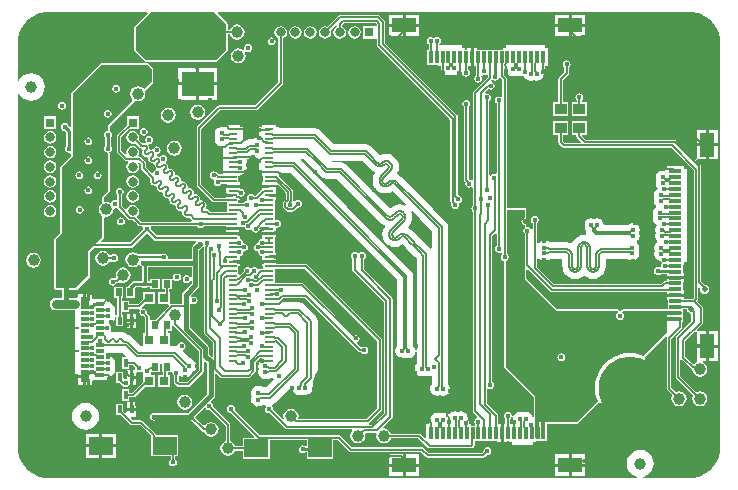
<source format=gtl>
G04*
G04 #@! TF.GenerationSoftware,Altium Limited,Altium Designer,20.0.13 (296)*
G04*
G04 Layer_Physical_Order=1*
G04 Layer_Color=255*
%FSLAX44Y44*%
%MOMM*%
G71*
G01*
G75*
%ADD13C,0.2540*%
%ADD16R,1.0000X0.9000*%
%ADD17R,2.0000X1.5000*%
%ADD18R,2.7430X2.1590*%
%ADD19R,1.3000X2.0000*%
%ADD20R,1.0000X0.3000*%
%ADD21R,0.3000X1.0000*%
%ADD22R,2.0000X1.3000*%
%ADD23R,0.3000X0.7100*%
%ADD24R,0.8000X0.8000*%
%ADD25R,0.5500X0.6500*%
%ADD26R,0.7000X0.3000*%
%ADD27R,0.7000X1.0000*%
%ADD28R,0.7000X0.1800*%
%ADD55C,0.1270*%
%ADD56C,0.1778*%
%ADD57C,1.0000*%
%ADD58C,0.3810*%
%ADD59C,0.7620*%
%ADD60C,1.0160*%
%ADD61C,0.4300*%
%ADD62C,0.2032*%
%ADD63C,0.5080*%
%ADD64C,0.3048*%
%ADD65C,0.2500*%
%ADD66C,0.1524*%
%ADD67C,0.1580*%
%ADD68O,1.9000X1.1000*%
%ADD69O,2.4000X1.1000*%
%ADD70R,0.8000X0.8000*%
%ADD71C,0.8000*%
%ADD72R,1.3680X1.3680*%
%ADD73C,1.3680*%
%ADD74O,0.4064X0.4060*%
%ADD75C,5.5000*%
%ADD76C,5.3000*%
%ADD77C,0.4064*%
%ADD78C,0.5080*%
G36*
X575367Y396981D02*
X578843Y396050D01*
X582167Y394673D01*
X585284Y392874D01*
X588139Y390683D01*
X590683Y388139D01*
X592874Y385284D01*
X594673Y382168D01*
X596050Y378843D01*
X596982Y375367D01*
X597451Y371799D01*
X597451Y370000D01*
Y30000D01*
Y28201D01*
X596981Y24633D01*
X596050Y21157D01*
X594673Y17833D01*
X592874Y14716D01*
X590683Y11861D01*
X588139Y9317D01*
X585284Y7126D01*
X582168Y5327D01*
X578843Y3950D01*
X575367Y3018D01*
X571799Y2549D01*
X532099D01*
X532016Y3819D01*
X532619Y3898D01*
X535391Y5046D01*
X537771Y6873D01*
X539598Y9253D01*
X540746Y12025D01*
X541138Y15000D01*
X540746Y17975D01*
X539598Y20747D01*
X537771Y23127D01*
X535391Y24953D01*
X532619Y26102D01*
X529644Y26493D01*
X526670Y26102D01*
X523898Y24953D01*
X521517Y23127D01*
X519691Y20747D01*
X518543Y17975D01*
X518151Y15000D01*
X518543Y12025D01*
X519691Y9253D01*
X521517Y6873D01*
X523898Y5046D01*
X526670Y3898D01*
X527273Y3819D01*
X527190Y2549D01*
X28201D01*
X24633Y3018D01*
X21157Y3950D01*
X17833Y5327D01*
X14716Y7126D01*
X11861Y9317D01*
X9317Y11861D01*
X7126Y14716D01*
X5327Y17832D01*
X3950Y21157D01*
X3018Y24633D01*
X2549Y28201D01*
Y30000D01*
Y328212D01*
X3819Y328465D01*
X3953Y328140D01*
X5780Y325760D01*
X8160Y323934D01*
X10932Y322785D01*
X13907Y322394D01*
X16881Y322785D01*
X19653Y323934D01*
X22034Y325760D01*
X23860Y328140D01*
X25008Y330913D01*
X25400Y333887D01*
X25008Y336862D01*
X23860Y339634D01*
X22034Y342014D01*
X19653Y343841D01*
X16881Y344989D01*
X13907Y345381D01*
X10932Y344989D01*
X8160Y343841D01*
X5780Y342014D01*
X3953Y339634D01*
X3819Y339310D01*
X2549Y339562D01*
Y370000D01*
Y371799D01*
X3018Y375367D01*
X3950Y378843D01*
X5327Y382167D01*
X7126Y385284D01*
X9317Y388139D01*
X11861Y390683D01*
X14716Y392874D01*
X17832Y394673D01*
X21157Y396050D01*
X24633Y396982D01*
X28201Y397451D01*
X30000Y397451D01*
X112248D01*
X112734Y396278D01*
X101619Y385163D01*
X101618Y385159D01*
X101614Y385158D01*
X101418Y384676D01*
X101217Y384191D01*
X101218Y384187D01*
X101217Y384183D01*
X101325Y365079D01*
X101529Y364595D01*
X101728Y364115D01*
X110195Y355648D01*
X111167Y355246D01*
X111167Y355246D01*
X170867D01*
X171839Y355648D01*
X171839Y355648D01*
X180089Y363898D01*
X180492Y364870D01*
X180491Y364870D01*
Y378434D01*
X182372D01*
X182472Y377930D01*
X183858Y375856D01*
X185932Y374470D01*
X188378Y373984D01*
X190825Y374470D01*
X192899Y375856D01*
X194284Y377930D01*
X194771Y380377D01*
X194284Y382823D01*
X192899Y384897D01*
X190825Y386283D01*
X188378Y386769D01*
X185932Y386283D01*
X183858Y384897D01*
X182472Y382823D01*
X182372Y382319D01*
X180491D01*
Y387339D01*
X180089Y388311D01*
X180089Y388311D01*
X172122Y396278D01*
X172608Y397451D01*
X570000Y397451D01*
X571799D01*
X575367Y396981D01*
D02*
G37*
G36*
X179117Y387339D02*
Y364870D01*
X170867Y356620D01*
X111167D01*
X102700Y365087D01*
X102591Y384191D01*
X115682Y397282D01*
X169174D01*
X179117Y387339D01*
D02*
G37*
%LPC*%
G36*
X482825Y394950D02*
X471555D01*
Y387180D01*
X482825D01*
Y394950D01*
D02*
G37*
G36*
X342255D02*
X330985D01*
Y387180D01*
X342255D01*
Y394950D01*
D02*
G37*
G36*
X469015D02*
X457745D01*
Y387180D01*
X469015D01*
Y394950D01*
D02*
G37*
G36*
X328445D02*
X317175D01*
Y387180D01*
X328445D01*
Y394950D01*
D02*
G37*
G36*
X482825Y384640D02*
X471555D01*
Y376870D01*
X482825D01*
Y384640D01*
D02*
G37*
G36*
X469015D02*
X457745D01*
Y376870D01*
X469015D01*
Y384640D01*
D02*
G37*
G36*
X342255D02*
X330985D01*
Y376870D01*
X342255D01*
Y384640D01*
D02*
G37*
G36*
X328445D02*
X317175D01*
Y376870D01*
X328445D01*
Y384640D01*
D02*
G37*
G36*
X357500Y376220D02*
X356212Y375964D01*
X355119Y375234D01*
X353966Y375633D01*
X353788Y375752D01*
X352500Y376009D01*
X351212Y375752D01*
X350119Y375023D01*
X349390Y373930D01*
X349133Y372642D01*
X349390Y371353D01*
X350119Y370261D01*
X350558Y369968D01*
Y365180D01*
X349515D01*
Y352640D01*
X358245D01*
Y351370D01*
X360705D01*
Y348830D01*
X361307D01*
X361606Y347324D01*
X362897Y345392D01*
X364830Y344101D01*
X367109Y343647D01*
X369389Y344101D01*
X369586Y344233D01*
X369783Y344101D01*
X372062Y343647D01*
X374342Y344101D01*
X376274Y345392D01*
X377565Y347324D01*
X377671Y347856D01*
X377903Y347910D01*
X377941Y347898D01*
X378235Y347703D01*
X378900Y346834D01*
X378719Y345925D01*
X378975Y344637D01*
X379705Y343545D01*
X380797Y342815D01*
X382085Y342559D01*
X383374Y342815D01*
X384466Y343545D01*
X385196Y344637D01*
X385452Y345925D01*
X385196Y347214D01*
X384466Y348306D01*
X384028Y348599D01*
Y351370D01*
X386015D01*
Y358910D01*
Y366450D01*
X383245D01*
Y365180D01*
X381325D01*
Y366450D01*
X378865D01*
Y368990D01*
X360824D01*
X360350Y369105D01*
X359576Y369909D01*
X359585Y370276D01*
X359881Y370473D01*
X360610Y371565D01*
X360867Y372854D01*
X360610Y374142D01*
X359881Y375234D01*
X358788Y375964D01*
X357500Y376220D01*
D02*
G37*
G36*
X287782Y385357D02*
X285726Y384948D01*
X283983Y383783D01*
X282818Y382040D01*
X282409Y379984D01*
X282818Y377928D01*
X283983Y376185D01*
X285726Y375020D01*
X287782Y374611D01*
X289838Y375020D01*
X291581Y376185D01*
X292746Y377928D01*
X293155Y379984D01*
X292746Y382040D01*
X291581Y383783D01*
X289838Y384948D01*
X287782Y385357D01*
D02*
G37*
G36*
X250282D02*
X248226Y384948D01*
X246483Y383783D01*
X245318Y382040D01*
X244909Y379984D01*
X245318Y377928D01*
X246483Y376185D01*
X248226Y375020D01*
X250282Y374611D01*
X252338Y375020D01*
X254081Y376185D01*
X255246Y377928D01*
X255655Y379984D01*
X255246Y382040D01*
X254081Y383783D01*
X252338Y384948D01*
X250282Y385357D01*
D02*
G37*
G36*
X237782D02*
X235726Y384948D01*
X233983Y383783D01*
X232818Y382040D01*
X232409Y379984D01*
X232818Y377928D01*
X233983Y376185D01*
X235726Y375020D01*
X237782Y374611D01*
X239838Y375020D01*
X241581Y376185D01*
X242746Y377928D01*
X243155Y379984D01*
X242746Y382040D01*
X241581Y383783D01*
X239838Y384948D01*
X237782Y385357D01*
D02*
G37*
G36*
X217589Y375852D02*
X216300Y375596D01*
X215208Y374866D01*
X214478Y373774D01*
X214222Y372486D01*
X214478Y371197D01*
X215208Y370105D01*
X216300Y369375D01*
X217589Y369119D01*
X218877Y369375D01*
X219969Y370105D01*
X220699Y371197D01*
X220955Y372486D01*
X220699Y373774D01*
X219969Y374866D01*
X218877Y375596D01*
X217589Y375852D01*
D02*
G37*
G36*
X197782Y370246D02*
X196494Y369989D01*
X195401Y369259D01*
X194672Y368167D01*
X194415Y366879D01*
X194617Y365866D01*
X193923Y365201D01*
X193587Y365026D01*
X191966Y366110D01*
X189520Y366596D01*
X187073Y366110D01*
X184999Y364724D01*
X183613Y362650D01*
X183127Y360203D01*
X183613Y357757D01*
X184999Y355683D01*
X187073Y354297D01*
X189520Y353811D01*
X191966Y354297D01*
X194040Y355683D01*
X195426Y357757D01*
X195912Y360203D01*
X195426Y362650D01*
X195058Y363200D01*
X195973Y364116D01*
X196494Y363768D01*
X197782Y363512D01*
X199070Y363768D01*
X200163Y364498D01*
X200892Y365590D01*
X201149Y366879D01*
X200892Y368167D01*
X200163Y369259D01*
X199070Y369989D01*
X197782Y370246D01*
D02*
G37*
G36*
X171195Y349881D02*
X156210D01*
Y337816D01*
X171195D01*
Y349881D01*
D02*
G37*
G36*
X153670D02*
X138685D01*
Y337816D01*
X153670D01*
Y349881D01*
D02*
G37*
G36*
X171195Y335276D02*
X156210D01*
Y323211D01*
X171195D01*
Y335276D01*
D02*
G37*
G36*
X153670D02*
X138685D01*
Y323211D01*
X153670D01*
Y335276D01*
D02*
G37*
G36*
X225282Y385357D02*
X223226Y384948D01*
X221483Y383783D01*
X220318Y382040D01*
X219909Y379984D01*
X220318Y377928D01*
X221483Y376185D01*
X223226Y375020D01*
X223340Y374997D01*
Y338084D01*
X203590Y318335D01*
X173383D01*
X172640Y318187D01*
X172010Y317766D01*
X172010Y317766D01*
X154810Y300565D01*
X154389Y299935D01*
X154241Y299192D01*
Y250817D01*
X154389Y250074D01*
X154810Y249444D01*
X167627Y236627D01*
X168257Y236206D01*
X169000Y236058D01*
X169000Y236058D01*
X179830D01*
Y227942D01*
X166054D01*
X164304Y229693D01*
X164304Y229693D01*
X164321Y229709D01*
X163292Y230397D01*
X162572Y230540D01*
X162560Y230550D01*
X161991Y231727D01*
X161980Y231854D01*
X162344Y232399D01*
X162596Y233663D01*
X162344Y234926D01*
X161695Y235898D01*
X161629Y235997D01*
X161629D01*
X160820Y236806D01*
Y236806D01*
X160736Y236862D01*
X159749Y237521D01*
X158485Y237773D01*
X158238Y237724D01*
X157158Y238804D01*
X157207Y239051D01*
X156956Y240314D01*
X156307Y241286D01*
X156240Y241385D01*
X156240D01*
X155432Y242194D01*
Y242194D01*
X155348Y242250D01*
X154361Y242910D01*
X153097Y243161D01*
X152850Y243112D01*
X151770Y244192D01*
X151819Y244439D01*
X151568Y245702D01*
X150919Y246674D01*
X150852Y246774D01*
D01*
X150045Y247581D01*
X150044Y247582D01*
X150044Y247582D01*
X148973Y248298D01*
X147709Y248549D01*
X147462Y248500D01*
X146382Y249580D01*
X146431Y249827D01*
X146180Y251091D01*
X145531Y252062D01*
X145464Y252162D01*
D01*
X144657Y252969D01*
X144656Y252970D01*
X144656Y252970D01*
X143585Y253686D01*
X142321Y253937D01*
X142074Y253888D01*
X140994Y254968D01*
X141043Y255215D01*
X140792Y256479D01*
X140142Y257451D01*
X140076Y257550D01*
D01*
X139269Y258357D01*
X139268Y258358D01*
X139268Y258358D01*
X138196Y259074D01*
X136933Y259325D01*
X136686Y259276D01*
X135606Y260356D01*
X135655Y260603D01*
X135403Y261867D01*
X134754Y262839D01*
X134688Y262938D01*
X134688D01*
X133879Y263746D01*
Y263746D01*
X133795Y263803D01*
X132808Y264462D01*
X131545Y264713D01*
X131298Y264664D01*
X130218Y265744D01*
X130267Y265991D01*
X130015Y267255D01*
X129300Y268326D01*
X129300Y268326D01*
X128491Y269135D01*
X128380Y270534D01*
X129110Y271627D01*
X129366Y272915D01*
X129110Y274203D01*
X128380Y275296D01*
X127288Y276025D01*
X126000Y276282D01*
X124711Y276025D01*
X123619Y275296D01*
X123591Y275254D01*
X121846Y274928D01*
X121771Y274978D01*
X121199Y275092D01*
X120739Y275591D01*
X120434Y276342D01*
X120428Y276441D01*
X120646Y276845D01*
X121684Y277052D01*
X122777Y277781D01*
X123506Y278874D01*
X123763Y280162D01*
X123506Y281450D01*
X122777Y282543D01*
X121684Y283272D01*
X120396Y283529D01*
X119108Y283272D01*
X118015Y282543D01*
X117413Y281640D01*
X117259Y281438D01*
X115858Y280783D01*
X115380Y280878D01*
X115133Y280829D01*
X114053Y281909D01*
X114102Y282156D01*
X113851Y283420D01*
X113135Y284491D01*
X113135Y284491D01*
X113078Y284548D01*
X113691Y285694D01*
X114000Y285633D01*
X115288Y285889D01*
X116380Y286619D01*
X117110Y287711D01*
X117367Y288999D01*
X117110Y290288D01*
X116380Y291380D01*
X115288Y292110D01*
X114000Y292366D01*
X112711Y292110D01*
X111619Y291380D01*
X110889Y290288D01*
X110633Y288999D01*
X110889Y287711D01*
X111143Y287332D01*
X110379Y286189D01*
X109992Y286266D01*
X108729Y286015D01*
X108281Y285716D01*
X108222Y285774D01*
X108222Y285774D01*
X104900Y289097D01*
X104964Y289194D01*
X105373Y291250D01*
X104964Y293306D01*
X103799Y295049D01*
X102056Y296214D01*
X100000Y296623D01*
X97944Y296214D01*
X96201Y295049D01*
X95036Y293306D01*
X94627Y291250D01*
X95036Y289194D01*
X96201Y287451D01*
X97944Y286286D01*
X100000Y285877D01*
X102056Y286286D01*
X102153Y286350D01*
X105071Y283432D01*
X105953Y282517D01*
X105953Y282517D01*
X106982Y281829D01*
X107701Y281686D01*
X107713Y281676D01*
X108283Y280499D01*
X108293Y280372D01*
X107929Y279827D01*
X107678Y278564D01*
X107929Y277300D01*
X108579Y276329D01*
X108645Y276229D01*
X108645D01*
X109453Y275421D01*
Y275421D01*
X109538Y275364D01*
X110525Y274705D01*
X111788Y274454D01*
X112035Y274503D01*
X113115Y273423D01*
X113066Y273176D01*
X113317Y271912D01*
X113967Y270940D01*
X114033Y270841D01*
X114033D01*
X114841Y270033D01*
Y270033D01*
X114926Y269976D01*
X115913Y269317D01*
X117176Y269065D01*
X117423Y269115D01*
X118503Y268035D01*
X118454Y267788D01*
X118706Y266524D01*
X119421Y265453D01*
X119421Y265453D01*
X119783Y265091D01*
X119396Y263746D01*
X119211Y263709D01*
X118119Y262980D01*
X117389Y261887D01*
X117288Y261378D01*
X115910Y260961D01*
X111088Y265783D01*
Y269540D01*
X111088Y269540D01*
X110940Y270283D01*
X110519Y270913D01*
X106960Y274472D01*
X106330Y274893D01*
X105586Y275041D01*
X105207D01*
X104608Y276161D01*
X104964Y276694D01*
X105373Y278750D01*
X104964Y280806D01*
X103799Y282549D01*
X102056Y283714D01*
X100000Y284123D01*
X97944Y283714D01*
X96201Y282549D01*
X95036Y280806D01*
X94627Y278750D01*
X94909Y277332D01*
X93738Y276707D01*
X90442Y280003D01*
Y291445D01*
X97477Y298480D01*
X105270D01*
Y309020D01*
X94730D01*
Y301227D01*
X87126Y293623D01*
X86705Y292993D01*
X86557Y292250D01*
Y279199D01*
X86705Y278455D01*
X87126Y277825D01*
X93226Y271726D01*
X93856Y271304D01*
X94599Y271157D01*
X95746D01*
X96092Y269887D01*
X95036Y268306D01*
X94627Y266250D01*
X95036Y264194D01*
X96201Y262451D01*
X97944Y261286D01*
X100000Y260877D01*
X102056Y261286D01*
X103799Y262451D01*
X104964Y264194D01*
X105373Y266250D01*
X104964Y268306D01*
X104510Y268986D01*
X105062Y270446D01*
X105402Y270537D01*
X107203Y268736D01*
Y264978D01*
X107351Y264235D01*
X107772Y263605D01*
X115296Y256081D01*
X114997Y255633D01*
X114746Y254370D01*
X114997Y253106D01*
X115646Y252134D01*
X115713Y252035D01*
X115713D01*
X116521Y251227D01*
Y251227D01*
X116606Y251170D01*
X117592Y250511D01*
X118856Y250259D01*
X119103Y250309D01*
X120183Y249229D01*
X120134Y248981D01*
X120385Y247718D01*
X121034Y246746D01*
X121101Y246647D01*
D01*
X121908Y245840D01*
X121909Y245839D01*
X121909Y245839D01*
X122980Y245123D01*
X124244Y244871D01*
X124491Y244921D01*
X125571Y243841D01*
X125522Y243593D01*
X125773Y242330D01*
X126423Y241358D01*
X126489Y241259D01*
D01*
X127296Y240451D01*
X127297Y240450D01*
X127297Y240450D01*
X128369Y239735D01*
X129632Y239483D01*
X129879Y239532D01*
X130959Y238452D01*
X130910Y238205D01*
X131161Y236942D01*
X131811Y235970D01*
X131877Y235870D01*
D01*
X132684Y235063D01*
X132685Y235062D01*
X132686Y235062D01*
X133757Y234346D01*
X135020Y234095D01*
X135267Y234144D01*
X136348Y233064D01*
X136298Y232817D01*
X136550Y231553D01*
X137199Y230582D01*
X137265Y230482D01*
X137265D01*
X138074Y229674D01*
Y229674D01*
X138158Y229618D01*
X139145Y228958D01*
X140408Y228707D01*
X140656Y228756D01*
X141736Y227676D01*
X141686Y227429D01*
X141938Y226165D01*
X142587Y225194D01*
X142654Y225094D01*
X142654D01*
X143462Y224286D01*
Y224286D01*
X143546Y224230D01*
X144533Y223570D01*
X145797Y223319D01*
X147060Y223570D01*
X147566Y223810D01*
X150164Y221212D01*
X149638Y219942D01*
X107046D01*
X103451Y223537D01*
X103576Y224801D01*
X103799Y224951D01*
X104964Y226694D01*
X105373Y228750D01*
X104964Y230806D01*
X103799Y232549D01*
X102056Y233714D01*
X100000Y234123D01*
X97944Y233714D01*
X96201Y232549D01*
X95036Y230806D01*
X94911Y230178D01*
X93695Y229810D01*
X90812Y232693D01*
Y242327D01*
X91251Y242619D01*
X91980Y243712D01*
X92237Y245000D01*
X91980Y246288D01*
X91251Y247381D01*
X90158Y248110D01*
X88870Y248367D01*
X87582Y248110D01*
X86489Y247381D01*
X85760Y246288D01*
X85503Y245000D01*
X85760Y243712D01*
X86489Y242619D01*
X86928Y242327D01*
Y239094D01*
X85658Y238236D01*
X85000Y238367D01*
X83712Y238110D01*
X82619Y237381D01*
X81934Y236355D01*
X81671Y236068D01*
X80688Y235661D01*
X79946Y236156D01*
X77500Y236643D01*
X76746Y236493D01*
X75764Y237299D01*
Y240420D01*
X79972Y244628D01*
X80375Y245600D01*
X80375Y245600D01*
Y278133D01*
X80277Y278369D01*
X80288Y278390D01*
X81381Y279119D01*
X82110Y280212D01*
X82367Y281500D01*
X82110Y282788D01*
X81590Y283568D01*
Y291432D01*
X82110Y292212D01*
X82367Y293500D01*
X82110Y294788D01*
X81381Y295881D01*
X80288Y296610D01*
X80277Y296631D01*
X80375Y296867D01*
Y300931D01*
X100772Y321328D01*
X100837Y321415D01*
X100863Y321428D01*
X101701Y322201D01*
X102348Y322080D01*
X104154Y321720D01*
X106600Y322207D01*
X108674Y323593D01*
X110060Y325667D01*
X110547Y328113D01*
X110188Y329919D01*
X110066Y330566D01*
X110839Y331404D01*
X110852Y331430D01*
X110939Y331494D01*
X117061Y337617D01*
X117464Y338589D01*
X117464Y338589D01*
Y348911D01*
X117464Y348911D01*
X117061Y349883D01*
X117061Y349883D01*
X113472Y353472D01*
X112500Y353875D01*
X112500Y353875D01*
X73500D01*
X73500Y353875D01*
X72528Y353472D01*
X72528Y353472D01*
X48138Y329082D01*
X47736Y328110D01*
X47736Y328110D01*
Y300531D01*
X46519Y299959D01*
X45773Y300470D01*
X45610Y301288D01*
X44881Y302381D01*
X43788Y303110D01*
X42500Y303367D01*
X41212Y303110D01*
X40119Y302381D01*
X39390Y301288D01*
X39133Y300000D01*
X39390Y298712D01*
X40119Y297619D01*
X41212Y296890D01*
X42131Y296707D01*
X43410Y295427D01*
Y283568D01*
X42890Y282788D01*
X42633Y281500D01*
X42890Y280212D01*
X43619Y279119D01*
X44712Y278390D01*
X46000Y278133D01*
X46466Y278226D01*
X47736Y277277D01*
Y275658D01*
X39028Y266950D01*
X38625Y265978D01*
X38625Y265978D01*
Y210569D01*
X33826Y205770D01*
X33423Y204798D01*
X33423Y204798D01*
Y163322D01*
X33826Y162350D01*
X34798Y161947D01*
X39943Y161947D01*
Y155180D01*
X34798D01*
X32816Y154785D01*
X31135Y153663D01*
X30013Y151982D01*
X29618Y150000D01*
X30013Y148018D01*
X31135Y146337D01*
X32816Y145215D01*
X34798Y144820D01*
X50920D01*
Y135920D01*
Y130920D01*
X54730D01*
Y129080D01*
X50920D01*
Y115920D01*
Y110920D01*
X54730D01*
Y109080D01*
X50920D01*
Y95920D01*
Y90920D01*
X53460D01*
Y90270D01*
X59500D01*
Y89000D01*
X60770D01*
Y81460D01*
X65540D01*
Y85115D01*
X66460Y85960D01*
X78540D01*
Y88420D01*
X81080D01*
Y89288D01*
X81329Y89337D01*
X83303Y90657D01*
X84623Y92631D01*
X85086Y94960D01*
X84623Y97289D01*
X84482Y97500D01*
X84623Y97711D01*
X85086Y100040D01*
X84623Y102369D01*
X83303Y104343D01*
X81329Y105663D01*
X81080Y105712D01*
Y106580D01*
X77270D01*
Y108420D01*
X81080D01*
Y108914D01*
X91549D01*
X94370Y106093D01*
X93884Y104920D01*
X91230D01*
Y95280D01*
X96770D01*
Y98158D01*
X99871D01*
X102011Y96017D01*
X101908Y95500D01*
X101956Y95260D01*
X100914Y93990D01*
X100270D01*
Y89170D01*
X103040D01*
Y91611D01*
X104310Y92325D01*
X105275Y92134D01*
X106563Y92390D01*
X107431Y92970D01*
X108341Y92702D01*
X108741Y92458D01*
X108890Y91712D01*
X109004Y91540D01*
X108480Y90270D01*
X108480D01*
Y83727D01*
X99795Y75042D01*
X96770D01*
Y77920D01*
X91230D01*
Y68280D01*
X96770D01*
Y71158D01*
X100600D01*
X101343Y71305D01*
X101973Y71727D01*
X109977Y79730D01*
X119020D01*
Y90270D01*
X115807D01*
X115181Y91336D01*
X115700Y92480D01*
X123020D01*
Y99609D01*
X124980D01*
Y92480D01*
X125558D01*
Y90270D01*
X120980D01*
Y79730D01*
X131520D01*
Y90270D01*
X129442D01*
Y92480D01*
X132434D01*
X133262Y92149D01*
X133732Y91505D01*
X133890Y90712D01*
X134619Y89620D01*
X135058Y89327D01*
Y84004D01*
X135057Y84001D01*
X135205Y83257D01*
X135626Y82627D01*
X137626Y80627D01*
X137627Y80627D01*
X138257Y80205D01*
X139000Y80058D01*
X139000Y80058D01*
X147000D01*
X147743Y80205D01*
X148373Y80627D01*
X159373Y91627D01*
X159794Y92257D01*
X159942Y93000D01*
Y101706D01*
X161116Y102192D01*
X163019Y100289D01*
Y74008D01*
X147051Y58041D01*
X118702D01*
X118000Y58181D01*
X116712Y57924D01*
X115619Y57195D01*
X114890Y56102D01*
X114633Y54814D01*
X114890Y53526D01*
X115619Y52433D01*
X116712Y51704D01*
X118000Y51447D01*
X118600Y51567D01*
X149026D01*
X149436Y51648D01*
X158608Y42476D01*
X159238Y42055D01*
X159981Y41907D01*
X160350Y41403D01*
X161736Y39328D01*
X163810Y37943D01*
X166256Y37456D01*
X168703Y37943D01*
X170777Y39328D01*
X172162Y41403D01*
X172649Y43849D01*
X172162Y46295D01*
X170777Y48369D01*
X168703Y49755D01*
X166256Y50242D01*
X163810Y49755D01*
X161736Y48369D01*
X161042Y47331D01*
X159407Y47170D01*
X152372Y54205D01*
X160270Y62103D01*
X161845Y61883D01*
X162098Y61505D01*
X163190Y60775D01*
X164479Y60519D01*
X165204Y60663D01*
X178672Y47195D01*
Y33922D01*
X178168Y33821D01*
X176094Y32436D01*
X174708Y30362D01*
X174221Y27915D01*
X174708Y25469D01*
X176094Y23395D01*
X178168Y22009D01*
X180614Y21522D01*
X183061Y22009D01*
X185135Y23395D01*
X186520Y25469D01*
X186621Y25973D01*
X193413D01*
Y19106D01*
X215953D01*
Y35085D01*
X247413D01*
Y29590D01*
X245942D01*
X245163Y30110D01*
X243874Y30367D01*
X242586Y30110D01*
X241494Y29381D01*
X240764Y28288D01*
X240508Y27000D01*
X240764Y25712D01*
X241494Y24619D01*
X242586Y23890D01*
X243874Y23633D01*
X245163Y23890D01*
X245942Y24410D01*
X247413D01*
Y19106D01*
X269953D01*
Y35085D01*
X273555D01*
X283124Y25516D01*
X283124Y25516D01*
X283754Y25095D01*
X284497Y24947D01*
X284497Y24947D01*
X344306D01*
X348627Y20627D01*
X349257Y20206D01*
X350000Y20058D01*
X396629D01*
X397372Y20206D01*
X398002Y20627D01*
X399638Y22263D01*
X400311Y22129D01*
X401600Y22385D01*
X402692Y23115D01*
X403422Y24207D01*
X403678Y25496D01*
X403422Y26784D01*
X402692Y27876D01*
X401600Y28606D01*
X400311Y28862D01*
X399023Y28606D01*
X397931Y27876D01*
X397201Y26784D01*
X396945Y25496D01*
X397016Y25134D01*
X395824Y23942D01*
X350804D01*
X346484Y28263D01*
X345854Y28684D01*
X345110Y28832D01*
X285302D01*
X275733Y38401D01*
X275103Y38822D01*
X274360Y38970D01*
X207380D01*
X186445Y59905D01*
X186693Y61152D01*
X186436Y62440D01*
X185707Y63533D01*
X184614Y64262D01*
X183326Y64519D01*
X182038Y64262D01*
X180945Y63533D01*
X180216Y62440D01*
X179959Y61152D01*
X180216Y59864D01*
X180945Y58771D01*
X182038Y58042D01*
X183007Y57849D01*
X203037Y37819D01*
X202551Y36646D01*
X193413D01*
Y29858D01*
X186621D01*
X186520Y30362D01*
X185135Y32436D01*
X183061Y33821D01*
X182556Y33922D01*
Y48000D01*
X182556Y48000D01*
X182409Y48743D01*
X181988Y49373D01*
X181987Y49373D01*
X167784Y63577D01*
X167845Y63885D01*
X167589Y65174D01*
X166859Y66266D01*
X166481Y66519D01*
X166261Y68094D01*
X168545Y70378D01*
X169247Y71429D01*
X169493Y72667D01*
Y90768D01*
X170667Y91255D01*
X173887Y88035D01*
X174517Y87613D01*
X175260Y87466D01*
X198120D01*
X198863Y87613D01*
X199493Y88035D01*
X203373Y91915D01*
X203373Y91915D01*
X203794Y92545D01*
X203942Y93288D01*
X203942Y93288D01*
Y100104D01*
X207896Y104058D01*
X209360D01*
Y102467D01*
X208041Y101585D01*
X206721Y99611D01*
X206258Y97282D01*
X206721Y94953D01*
X206820Y94805D01*
X206721Y94658D01*
X206258Y92329D01*
X206721Y90000D01*
X208041Y88026D01*
X210015Y86706D01*
X212344Y86243D01*
X214673Y86706D01*
X214702Y86726D01*
X216803Y87144D01*
X217070Y87323D01*
X218824D01*
X219310Y86149D01*
X212807Y79647D01*
X210408D01*
X208947Y80623D01*
X206618Y81086D01*
X206618Y81086D01*
X206000D01*
X203671Y80623D01*
X201696Y79303D01*
X200377Y77329D01*
X199914Y75000D01*
X200377Y72671D01*
X200750Y72112D01*
X200377Y71554D01*
X199914Y69225D01*
X200377Y66896D01*
X201697Y64922D01*
X203671Y63603D01*
X206000Y63139D01*
X206618D01*
X206619Y63139D01*
X208948Y63603D01*
X210409Y64579D01*
X212236D01*
X212549Y64116D01*
X212799Y63309D01*
X212216Y62436D01*
X211959Y61148D01*
X212216Y59860D01*
X212945Y58767D01*
X214038Y58038D01*
X215326Y57781D01*
X215843Y57884D01*
X229100Y44627D01*
X229100Y44627D01*
X229731Y44206D01*
X230474Y44058D01*
X285375D01*
X285721Y42788D01*
X284444Y40877D01*
X283958Y38431D01*
X284444Y35984D01*
X285830Y33910D01*
X287904Y32524D01*
X290351Y32038D01*
X292797Y32524D01*
X294871Y33910D01*
X296257Y35984D01*
X296743Y38431D01*
X296474Y39788D01*
X297516Y41058D01*
X305587D01*
X306612Y39934D01*
X306635Y39814D01*
X306359Y38431D01*
X306846Y35984D01*
X308232Y33910D01*
X310306Y32524D01*
X312752Y32038D01*
X315198Y32524D01*
X317272Y33910D01*
X318658Y35984D01*
X318759Y36488D01*
X341930D01*
X349941Y28478D01*
X350571Y28057D01*
X351314Y27909D01*
X351314Y27909D01*
X386756D01*
X387499Y28057D01*
X388130Y28478D01*
X388873Y29222D01*
X389295Y29852D01*
X389442Y30595D01*
Y34430D01*
X408675D01*
Y33160D01*
X411445D01*
Y40700D01*
Y48240D01*
X409442D01*
Y55500D01*
X409295Y56243D01*
X408873Y56873D01*
X408873Y56873D01*
X399942Y65805D01*
Y77949D01*
X401212Y78628D01*
X401453Y78467D01*
X402741Y78211D01*
X404030Y78467D01*
X405122Y79197D01*
X405852Y80289D01*
X406108Y81578D01*
X405852Y82866D01*
X405122Y83958D01*
X404576Y84323D01*
Y207829D01*
X406884Y210138D01*
X408058Y209652D01*
Y199674D01*
X407619Y199381D01*
X406890Y198288D01*
X406633Y197000D01*
X406890Y195712D01*
X407619Y194619D01*
X408712Y193890D01*
X410000Y193633D01*
X411288Y193890D01*
X411675Y194148D01*
X412764Y193573D01*
X412796Y192391D01*
X412619Y192273D01*
X411890Y191181D01*
X411633Y189892D01*
X411890Y188604D01*
X412619Y187512D01*
X413712Y186782D01*
X414625Y186600D01*
Y97000D01*
X414625Y97000D01*
X415028Y96028D01*
X415028Y96028D01*
X439625Y71431D01*
Y54445D01*
X438355Y54320D01*
X438195Y55128D01*
X436903Y57061D01*
X434971Y58352D01*
X432691Y58805D01*
X430412Y58352D01*
X430215Y58221D01*
X430018Y58352D01*
X427738Y58805D01*
X425459Y58352D01*
X423527Y57061D01*
X422235Y55128D01*
X421782Y52849D01*
X421912Y52198D01*
Y52093D01*
X421977Y51762D01*
X421172Y50780D01*
X421135D01*
Y48240D01*
X419442D01*
Y52775D01*
X419881Y53067D01*
X420610Y54160D01*
X420867Y55448D01*
X420610Y56736D01*
X419881Y57829D01*
X418788Y58558D01*
X417500Y58815D01*
X416212Y58558D01*
X415119Y57829D01*
X414390Y56736D01*
X414133Y55448D01*
X414390Y54160D01*
X415119Y53067D01*
X415558Y52775D01*
Y48240D01*
X413985D01*
Y40700D01*
Y33160D01*
X416755D01*
Y34430D01*
X418675D01*
Y33160D01*
X421135D01*
Y30620D01*
X439295D01*
Y33160D01*
X441755D01*
Y34430D01*
X450485D01*
Y46970D01*
X450349D01*
Y48625D01*
X476186D01*
X477158Y49028D01*
X477158Y49028D01*
X494582Y66452D01*
X495003Y66171D01*
X495994Y65974D01*
X496985Y66171D01*
X497825Y66732D01*
X498386Y67572D01*
X498546Y68375D01*
X498583Y68563D01*
X498582Y68572D01*
X498386Y69554D01*
X498382Y69560D01*
X497979Y70732D01*
X496924Y74211D01*
X496452Y79000D01*
X496924Y83789D01*
X498321Y88394D01*
X500589Y92638D01*
X503642Y96358D01*
X507362Y99411D01*
X511606Y101679D01*
X516211Y103076D01*
X521000Y103548D01*
X525789Y103076D01*
X529093Y102074D01*
X530269Y101690D01*
X531247Y101495D01*
X531443Y101534D01*
X532238Y101692D01*
X533078Y102253D01*
X533640Y103094D01*
X533837Y104085D01*
X533640Y105076D01*
X533466Y105336D01*
X551456Y123326D01*
X552442Y122516D01*
X552370Y122408D01*
X552223Y121665D01*
Y78335D01*
X552370Y77592D01*
X552791Y76962D01*
X556879Y72874D01*
X556594Y72446D01*
X556107Y70000D01*
X556594Y67554D01*
X557980Y65480D01*
X560054Y64094D01*
X562500Y63607D01*
X564946Y64094D01*
X567020Y65480D01*
X568406Y67554D01*
X568893Y70000D01*
X568406Y72446D01*
X567020Y74520D01*
X564946Y75906D01*
X562500Y76393D01*
X560054Y75906D01*
X559626Y75621D01*
X556107Y79140D01*
Y120860D01*
X564654Y129407D01*
X565075Y130037D01*
X565223Y130780D01*
X565223Y130780D01*
Y134730D01*
X565770D01*
Y136291D01*
X565912Y136504D01*
X566129Y137594D01*
X565912Y138684D01*
X565770Y138897D01*
Y141291D01*
X565912Y141504D01*
X566129Y142594D01*
X565912Y143684D01*
X565770Y143897D01*
Y145652D01*
X569024D01*
X569318Y144172D01*
X570160Y142911D01*
X571421Y142069D01*
X572901Y141775D01*
Y135540D01*
X560127Y122767D01*
X559706Y122136D01*
X559558Y121393D01*
Y88500D01*
X559706Y87757D01*
X560127Y87126D01*
X574379Y72874D01*
X574094Y72446D01*
X573607Y70000D01*
X574094Y67554D01*
X575480Y65480D01*
X577554Y64094D01*
X580000Y63607D01*
X582446Y64094D01*
X584520Y65480D01*
X585906Y67554D01*
X586393Y70000D01*
X585906Y72446D01*
X584520Y74520D01*
X582446Y75906D01*
X580000Y76393D01*
X577554Y75906D01*
X577126Y75621D01*
X563442Y89304D01*
Y102906D01*
X564348Y103299D01*
X564712Y103334D01*
X572911Y95136D01*
X572911Y95136D01*
X573541Y94715D01*
X573669Y94690D01*
X574094Y92554D01*
X575480Y90480D01*
X577554Y89094D01*
X580000Y88607D01*
X582446Y89094D01*
X584520Y90480D01*
X585906Y92554D01*
X586393Y95000D01*
X585906Y97446D01*
X584520Y99520D01*
X582770Y100690D01*
X583155Y101960D01*
X585230D01*
Y113230D01*
X577460D01*
Y102183D01*
X577460Y101960D01*
X577318Y100749D01*
X575480Y99520D01*
X575451Y99478D01*
X574187Y99353D01*
X567942Y105598D01*
Y118466D01*
X576190Y126714D01*
X577460Y126188D01*
X577460Y126123D01*
Y115770D01*
X585230D01*
Y127040D01*
X578377Y127040D01*
X578312Y127040D01*
X577786Y128310D01*
X582365Y132889D01*
X582786Y133519D01*
X582934Y134263D01*
Y146560D01*
X582934Y146560D01*
X582786Y147304D01*
X582365Y147934D01*
X577705Y152594D01*
X578166Y153055D01*
X578587Y153685D01*
X578735Y154429D01*
Y163768D01*
X579502Y164245D01*
X579998Y164335D01*
X580561Y163797D01*
X580315Y162560D01*
X580611Y161073D01*
X581453Y159813D01*
X582713Y158971D01*
X584200Y158675D01*
X585687Y158971D01*
X586947Y159813D01*
X587789Y161073D01*
X588085Y162560D01*
X587789Y164047D01*
X586947Y165307D01*
X585687Y166149D01*
X584200Y166445D01*
X583833Y166372D01*
X581021Y169184D01*
Y266742D01*
X580873Y267485D01*
X580452Y268115D01*
X577192Y271375D01*
X577829Y272534D01*
X578577Y272534D01*
X585230D01*
Y283804D01*
X577460D01*
Y273742D01*
X577460Y272903D01*
X576301Y272266D01*
X560173Y288393D01*
X559543Y288815D01*
X558800Y288962D01*
X483405D01*
X480090Y292277D01*
X480616Y293547D01*
X484460D01*
Y305087D01*
X471920D01*
Y293547D01*
X475578D01*
Y292100D01*
X475726Y291357D01*
X476147Y290727D01*
X479277Y287596D01*
X478792Y286422D01*
X465625D01*
X464222Y287824D01*
Y293570D01*
X468550D01*
Y305110D01*
X456010D01*
Y293570D01*
X460338D01*
Y287020D01*
X460485Y286277D01*
X460907Y285647D01*
X463447Y283107D01*
X463447Y283107D01*
X464077Y282686D01*
X464820Y282538D01*
X555456D01*
X574850Y263143D01*
Y155233D01*
X574154Y154536D01*
X567040D01*
Y156230D01*
X559500D01*
X551960D01*
Y153460D01*
X553230D01*
Y146215D01*
X552280Y145469D01*
X514735D01*
X514423Y145339D01*
X514087Y145306D01*
X513955Y145146D01*
X513763Y145066D01*
X513633Y144754D01*
X513419Y144493D01*
X513302Y144108D01*
X511975D01*
X511858Y144493D01*
X511644Y144754D01*
X511515Y145066D01*
X511323Y145146D01*
X511191Y145306D01*
X510855Y145339D01*
X510543Y145469D01*
X459475D01*
X433375Y171569D01*
Y179219D01*
X434548Y179705D01*
X453575Y160679D01*
X454205Y160257D01*
X454948Y160110D01*
X454948Y160110D01*
X551960D01*
Y158770D01*
X559500D01*
X567040D01*
Y161540D01*
X565770D01*
Y168460D01*
X567040D01*
Y171230D01*
X559500D01*
X551960D01*
Y169536D01*
X550594D01*
X550594Y169536D01*
X549851Y169389D01*
X549221Y168967D01*
X549221Y168967D01*
X547422Y167169D01*
X456353D01*
X442378Y181145D01*
Y188551D01*
X443648Y188937D01*
X443832Y188661D01*
X445764Y187370D01*
X448044Y186917D01*
X450323Y187370D01*
X450639Y187581D01*
X451669D01*
X453899Y188025D01*
X454431Y188380D01*
X463846D01*
Y182014D01*
X463905Y181716D01*
X464232Y179232D01*
X465306Y176640D01*
X467014Y174414D01*
X469240Y172706D01*
X471832Y171632D01*
X474316Y171305D01*
X474614Y171246D01*
X474911Y171305D01*
X477396Y171632D01*
X479988Y172706D01*
X482210Y174411D01*
X484432Y172706D01*
X487024Y171632D01*
X489508Y171305D01*
X489806Y171246D01*
X490103Y171305D01*
X492588Y171632D01*
X495180Y172706D01*
X497406Y174414D01*
X499114Y176640D01*
X500188Y179232D01*
X500515Y181716D01*
X500574Y182014D01*
Y188380D01*
X518753D01*
X520085Y187490D01*
X522315Y187046D01*
X522420D01*
X523071Y186917D01*
X525350Y187370D01*
X527282Y188661D01*
X528574Y190594D01*
X529027Y192873D01*
X528574Y195153D01*
X528442Y195350D01*
X528574Y195547D01*
X529027Y197826D01*
X528574Y200106D01*
X527282Y202038D01*
X527270Y202047D01*
Y203317D01*
X527692Y203599D01*
X528983Y205531D01*
X529437Y207811D01*
X528983Y210090D01*
X528852Y210287D01*
X528983Y210484D01*
X529437Y212764D01*
X528983Y215043D01*
X527692Y216976D01*
X525760Y218267D01*
X523480Y218720D01*
X522829Y218591D01*
X522724D01*
X520494Y218147D01*
X519162Y217257D01*
X498904D01*
X498555Y219011D01*
X497264Y220944D01*
X495332Y222235D01*
X493052Y222688D01*
X490773Y222235D01*
X490576Y222103D01*
X490379Y222235D01*
X488099Y222688D01*
X485820Y222235D01*
X483887Y220944D01*
X482596Y219011D01*
X482143Y216732D01*
X482272Y216081D01*
Y215976D01*
X482716Y213746D01*
X483606Y212414D01*
Y211848D01*
X484049Y209618D01*
X484136Y209488D01*
X483465Y208410D01*
X482508Y208536D01*
X482210Y208595D01*
X481912Y208536D01*
X479428Y208209D01*
X476836Y207135D01*
X474610Y205427D01*
X472902Y203201D01*
X472000Y201022D01*
X469800Y201934D01*
X467316Y202261D01*
X467018Y202320D01*
X454431D01*
X453899Y202675D01*
X451669Y203119D01*
X450639D01*
X450323Y203329D01*
X448044Y203783D01*
X445764Y203329D01*
X443832Y202038D01*
X443648Y201763D01*
X442378Y202149D01*
Y218561D01*
X442817Y218853D01*
X443546Y219946D01*
X443803Y221234D01*
X443546Y222522D01*
X442817Y223615D01*
X441724Y224344D01*
X440436Y224601D01*
X439148Y224344D01*
X438055Y223615D01*
X437326Y222522D01*
X437069Y221234D01*
X437326Y219946D01*
X438055Y218853D01*
X438494Y218561D01*
Y213366D01*
X437224Y213241D01*
X437196Y213378D01*
X436467Y214471D01*
X435374Y215200D01*
X434086Y215457D01*
X433375Y216040D01*
Y216733D01*
X433221Y217103D01*
X433143Y217496D01*
X433026Y217575D01*
X432972Y217705D01*
X432602Y217858D01*
X432268Y218081D01*
X431748Y218185D01*
X431110Y218610D01*
X430685Y219248D01*
X430535Y220000D01*
X430685Y220752D01*
X431110Y221390D01*
X431748Y221815D01*
X432268Y221919D01*
X432602Y222142D01*
X432972Y222295D01*
X433026Y222425D01*
X433143Y222504D01*
X433221Y222897D01*
X433375Y223267D01*
Y230000D01*
X432972Y230972D01*
X432000Y231375D01*
X416942D01*
Y341000D01*
X416795Y341743D01*
X416373Y342373D01*
X414442Y344305D01*
Y348812D01*
X415705Y348830D01*
X416382Y347840D01*
X416606Y346713D01*
X417897Y344780D01*
X419830Y343489D01*
X422109Y343036D01*
X424389Y343489D01*
X424536Y343588D01*
X424585Y343598D01*
X424635Y343588D01*
X424783Y343489D01*
X427062Y343036D01*
X429342Y343489D01*
X430243Y344091D01*
X431416Y343605D01*
X431606Y342649D01*
X432897Y340716D01*
X434830Y339425D01*
X437109Y338972D01*
X439389Y339425D01*
X439586Y339557D01*
X439783Y339425D01*
X442062Y338972D01*
X444342Y339425D01*
X446274Y340716D01*
X447565Y342649D01*
X448018Y344928D01*
X447889Y345579D01*
Y345684D01*
X447516Y347560D01*
X448245Y348830D01*
X448865D01*
Y351370D01*
X451325D01*
Y366450D01*
X448865D01*
Y368990D01*
X415705D01*
Y366450D01*
X413245D01*
Y365180D01*
X391325D01*
Y366450D01*
X388555D01*
Y358910D01*
Y351370D01*
X390558D01*
Y343471D01*
X390119Y343179D01*
X389390Y342086D01*
X389133Y340798D01*
X389390Y339510D01*
X390119Y338417D01*
X391212Y337688D01*
X392500Y337431D01*
X393788Y337688D01*
X394881Y338417D01*
X395610Y339510D01*
X395867Y340798D01*
X395610Y342086D01*
X395184Y342725D01*
X395244Y343233D01*
X395518Y343478D01*
X396579Y344036D01*
X397510Y343851D01*
X398798Y344108D01*
X399288Y344435D01*
X400558Y343756D01*
Y342039D01*
X388627Y330108D01*
X388205Y329478D01*
X388058Y328735D01*
Y255456D01*
X386788Y254777D01*
X386288Y255110D01*
X385000Y255367D01*
X384442Y256426D01*
Y316876D01*
X384847Y317146D01*
X385576Y318238D01*
X385833Y319526D01*
X385576Y320815D01*
X384847Y321907D01*
X383754Y322637D01*
X382466Y322893D01*
X381178Y322637D01*
X380085Y321907D01*
X379356Y320815D01*
X379099Y319526D01*
X379356Y318238D01*
X380085Y317146D01*
X380558Y316830D01*
Y255068D01*
X380705Y254324D01*
X381127Y253694D01*
X381830Y252990D01*
X381633Y252000D01*
X381890Y250712D01*
X382619Y249619D01*
X383712Y248890D01*
X385000Y248633D01*
X386288Y248890D01*
X386788Y249223D01*
X388058Y248544D01*
Y233673D01*
X387619Y233381D01*
X386890Y232288D01*
X386633Y231000D01*
X386890Y229712D01*
X387619Y228619D01*
X388058Y228326D01*
Y59500D01*
X388205Y58757D01*
X388627Y58127D01*
X391869Y54884D01*
X391451Y53506D01*
X391265Y53469D01*
X390173Y52739D01*
X389443Y51647D01*
X389187Y50359D01*
X389443Y49070D01*
X389997Y48240D01*
X389684Y47310D01*
X389435Y46970D01*
X386755D01*
Y48240D01*
X384295D01*
Y50780D01*
X384118D01*
X383313Y51762D01*
X383518Y52796D01*
Y52901D01*
X383648Y53552D01*
X383195Y55831D01*
X381903Y57764D01*
X379971Y59055D01*
X377691Y59508D01*
X375412Y59055D01*
X375215Y58923D01*
X375018Y59055D01*
X372738Y59508D01*
X370459Y59055D01*
X368527Y57764D01*
X367945Y56894D01*
X366441Y56650D01*
X364971Y57632D01*
X362691Y58085D01*
X360412Y57632D01*
X360215Y57500D01*
X360018Y57632D01*
X357738Y58085D01*
X355459Y57632D01*
X353527Y56341D01*
X352235Y54408D01*
X351782Y52129D01*
X351798Y52050D01*
X351135Y50780D01*
X351135D01*
Y48240D01*
X348675D01*
Y36897D01*
X347502Y36411D01*
X344108Y39804D01*
X343478Y40225D01*
X342735Y40373D01*
X318759D01*
X318658Y40877D01*
X317272Y42951D01*
X315198Y44337D01*
X312752Y44823D01*
X312671Y44807D01*
X312072Y45927D01*
X319373Y53229D01*
X319795Y53859D01*
X319942Y54602D01*
Y154694D01*
X319795Y155437D01*
X319373Y156067D01*
X295942Y179499D01*
Y188326D01*
X296381Y188619D01*
X297110Y189712D01*
X297367Y191000D01*
X297110Y192288D01*
X296381Y193381D01*
X295288Y194110D01*
X294000Y194367D01*
X292712Y194110D01*
X291619Y193381D01*
X290381D01*
X289288Y194110D01*
X288000Y194367D01*
X286712Y194110D01*
X285619Y193381D01*
X284890Y192288D01*
X284633Y191000D01*
X284890Y189712D01*
X285619Y188619D01*
X286058Y188326D01*
Y179000D01*
X286206Y178257D01*
X286627Y177627D01*
X312344Y151909D01*
Y58112D01*
X302174Y47942D01*
X300040D01*
X300001Y48039D01*
X299828Y49212D01*
X300222Y49476D01*
X310373Y59627D01*
X310795Y60257D01*
X310942Y61000D01*
Y120000D01*
X310942Y120000D01*
X310795Y120743D01*
X310373Y121373D01*
X310373Y121374D01*
X248373Y183373D01*
X247743Y183794D01*
X247000Y183942D01*
X221440D01*
Y184730D01*
X215400D01*
X209360D01*
Y182560D01*
X210630D01*
Y179942D01*
X209000D01*
X209000Y179942D01*
X208257Y179795D01*
X207626Y179373D01*
X207345Y179092D01*
X205964Y179507D01*
X205380Y180380D01*
X204288Y181110D01*
X203000Y181366D01*
X201711Y181110D01*
X200619Y180380D01*
X199303Y180697D01*
X198447Y181269D01*
X197158Y181525D01*
X195870Y181269D01*
X194778Y180539D01*
X194048Y179447D01*
X193799Y178196D01*
X190543Y174940D01*
X189370Y175426D01*
Y182560D01*
X190640D01*
Y184730D01*
X184600D01*
Y187270D01*
X190640D01*
Y190685D01*
X191666Y190890D01*
X192759Y191619D01*
X193488Y192712D01*
X193745Y194000D01*
X193703Y194209D01*
X194128Y194633D01*
X195416Y194890D01*
X196509Y195619D01*
X197238Y196712D01*
X197495Y198000D01*
X197238Y199288D01*
X196509Y200381D01*
X195416Y201110D01*
X194128Y201367D01*
X193703Y201791D01*
X193745Y202000D01*
X193488Y203288D01*
X192759Y204381D01*
X191666Y205110D01*
X190680Y205307D01*
X190640Y206560D01*
X190640D01*
Y208730D01*
X184600D01*
X178560D01*
Y208331D01*
X120593D01*
X115369Y213555D01*
X115381Y213614D01*
X115147Y214788D01*
X115175Y214980D01*
X115880Y216058D01*
X154679D01*
X155099Y215428D01*
X156192Y214699D01*
X157480Y214442D01*
X158768Y214699D01*
X159861Y215428D01*
X160281Y216058D01*
X178560D01*
Y215270D01*
X184600D01*
X190656D01*
X191910Y215850D01*
X193000Y215633D01*
X194288Y215890D01*
X194870Y214809D01*
X194890Y214712D01*
X195619Y213619D01*
X196712Y212890D01*
X198000Y212633D01*
X199288Y212890D01*
X199527Y213049D01*
X200889Y212711D01*
X201619Y211619D01*
X202711Y210889D01*
X204000Y210633D01*
X205288Y210889D01*
X206380Y211619D01*
X207110Y212711D01*
X207366Y214000D01*
X207263Y214517D01*
X208187Y215440D01*
X208596Y215270D01*
X215400D01*
Y212730D01*
X209360D01*
Y211270D01*
X215400D01*
X221440D01*
Y214174D01*
X222000Y214633D01*
X223288Y214890D01*
X224381Y215619D01*
X225110Y216712D01*
X225367Y218000D01*
X225110Y219288D01*
X224381Y220381D01*
X223288Y221110D01*
X222000Y221367D01*
X221440Y221255D01*
X220170Y222160D01*
Y227830D01*
Y238560D01*
X221440D01*
Y240730D01*
X215400D01*
Y243270D01*
X221440D01*
Y245440D01*
X221440D01*
Y246560D01*
X221440D01*
Y250387D01*
X222613Y250873D01*
X229741Y243745D01*
Y239279D01*
X227944Y237482D01*
X227523Y236852D01*
X227375Y236108D01*
Y232474D01*
X227523Y231731D01*
X227944Y231101D01*
X230101Y228944D01*
X230731Y228522D01*
X231474Y228375D01*
X235317D01*
X236060Y228522D01*
X236690Y228944D01*
X239483Y231736D01*
X240000Y231633D01*
X241288Y231890D01*
X242381Y232619D01*
X243110Y233712D01*
X243367Y235000D01*
X243110Y236288D01*
X242381Y237381D01*
X241288Y238110D01*
X240000Y238367D01*
X238712Y238110D01*
X237619Y237381D01*
X237602Y237355D01*
X236024Y237278D01*
X235893Y237438D01*
X235911Y237528D01*
Y245497D01*
X235763Y246240D01*
X235342Y246870D01*
X223463Y258750D01*
X223980Y260020D01*
D01*
X224608Y261030D01*
X233279D01*
X273482Y220827D01*
X323632Y170677D01*
Y114438D01*
X322773Y113152D01*
X322330Y110922D01*
Y110817D01*
X322200Y110166D01*
X322654Y107887D01*
X323945Y105955D01*
X325877Y104663D01*
X328157Y104210D01*
X330436Y104663D01*
X330793Y104902D01*
X330958Y104791D01*
X333237Y104338D01*
X335517Y104791D01*
X337449Y106082D01*
X338740Y108015D01*
X339027Y109457D01*
X340297Y109332D01*
Y99368D01*
X339407Y98036D01*
X338964Y95806D01*
Y95701D01*
X338834Y95050D01*
X339288Y92771D01*
X340579Y90838D01*
X342511Y89547D01*
X344791Y89094D01*
X347070Y89547D01*
X347267Y89679D01*
X347464Y89547D01*
X349744Y89094D01*
X352023Y89547D01*
X352202Y89667D01*
X353322Y89068D01*
Y82534D01*
X352432Y81202D01*
X351989Y78972D01*
Y78867D01*
X351859Y78216D01*
X352313Y75937D01*
X353604Y74004D01*
X355536Y72713D01*
X357816Y72260D01*
X360095Y72713D01*
X360292Y72845D01*
X360489Y72713D01*
X362769Y72260D01*
X365048Y72713D01*
X366980Y74004D01*
X368272Y75937D01*
X368725Y78216D01*
X368596Y78867D01*
Y78972D01*
X368152Y81202D01*
X367262Y82534D01*
Y99085D01*
Y215549D01*
X366818Y217779D01*
X365555Y219669D01*
X354578Y230647D01*
X354578Y230647D01*
X341162Y244062D01*
X329014Y256211D01*
X329013Y256211D01*
X327763Y257462D01*
X327762Y257462D01*
X327761Y257463D01*
X327530Y257618D01*
X325500Y259175D01*
X324290Y259677D01*
X323979Y260836D01*
X325061Y263448D01*
X325430Y266251D01*
X325061Y269053D01*
X323979Y271665D01*
X322998Y272944D01*
X322435Y273678D01*
X322272Y273921D01*
X322028Y274084D01*
X321295Y274647D01*
X320016Y275629D01*
X317404Y276710D01*
X314601Y277079D01*
X311799Y276710D01*
X309476Y275748D01*
X305077Y280147D01*
X305077Y280147D01*
X301453Y283771D01*
X299563Y285035D01*
X297333Y285478D01*
X270157D01*
X269044Y286591D01*
X269044Y286592D01*
X258372Y297263D01*
X256481Y298526D01*
X254251Y298970D01*
X223980D01*
Y299980D01*
X221440D01*
Y301440D01*
X209360D01*
Y299980D01*
X206820D01*
Y291741D01*
X205838Y290935D01*
X205549Y290992D01*
X203270Y290539D01*
X201664Y289466D01*
X198049D01*
X195819Y289022D01*
X194450Y288108D01*
X193180Y288751D01*
Y299980D01*
X190640D01*
Y301440D01*
X178560D01*
Y301306D01*
X177290Y300264D01*
X176174Y300485D01*
X176069D01*
X175418Y300615D01*
X173138Y300162D01*
X171206Y298870D01*
X169915Y296938D01*
X169461Y294659D01*
X169915Y292379D01*
X170046Y292182D01*
X169915Y291985D01*
X169461Y289706D01*
X169915Y287426D01*
X171206Y285494D01*
X173138Y284202D01*
X175418Y283749D01*
X176020Y283255D01*
Y272020D01*
Y260020D01*
X174782Y259942D01*
X173335D01*
X172940Y260337D01*
X172310Y260758D01*
X171567Y260905D01*
X171408D01*
X171037Y261461D01*
X169944Y262190D01*
X168656Y262447D01*
X167368Y262190D01*
X166275Y261461D01*
X165546Y260368D01*
X165289Y259080D01*
X165546Y257792D01*
X166275Y256699D01*
X167368Y255970D01*
X168354Y255773D01*
X168892Y254933D01*
X169026Y254492D01*
X168889Y254288D01*
X168633Y252999D01*
X168889Y251711D01*
X169619Y250619D01*
X170711Y249889D01*
X172000Y249633D01*
X173288Y249889D01*
X174380Y250619D01*
X175110Y251711D01*
X175179Y252058D01*
X178560D01*
Y251270D01*
X184600D01*
X190640D01*
Y253440D01*
X189370D01*
Y258560D01*
X190640D01*
Y259473D01*
X190754Y259567D01*
X193031Y260020D01*
X193180D01*
Y260118D01*
X194966Y261312D01*
X196257Y263244D01*
X196710Y265523D01*
X196257Y267803D01*
X196125Y268000D01*
X196257Y268197D01*
X196710Y270476D01*
X196455Y271760D01*
X196494Y272851D01*
X197365Y273202D01*
X198730Y273474D01*
X200620Y274737D01*
X201409Y275526D01*
X201664D01*
X203270Y274453D01*
X205549Y274000D01*
X205838Y274057D01*
X206820Y273251D01*
Y260020D01*
X209360D01*
Y258560D01*
X210630D01*
Y253440D01*
X209360D01*
Y251270D01*
X215400D01*
Y248730D01*
X209360D01*
Y247107D01*
X204195Y241942D01*
X202673D01*
X202381Y242381D01*
X201288Y243110D01*
X200000Y243367D01*
X198712Y243110D01*
X197619Y242381D01*
X196890Y241288D01*
X196633Y240000D01*
X196890Y238712D01*
X197007Y238536D01*
X196376Y237367D01*
X195088Y237110D01*
X193996Y236381D01*
X193703Y235942D01*
X189370D01*
Y238560D01*
X190640D01*
Y240273D01*
X191466Y240950D01*
X192754Y241207D01*
X193846Y241936D01*
X194576Y243029D01*
X194832Y244317D01*
X194576Y245605D01*
X193846Y246698D01*
X192754Y247427D01*
X191466Y247684D01*
X190640Y248361D01*
Y248730D01*
X184600D01*
X178560D01*
Y246560D01*
X178560D01*
Y245440D01*
X178560D01*
Y243270D01*
X184600D01*
Y240730D01*
X178560D01*
Y239942D01*
X169804D01*
X158125Y251621D01*
Y298387D01*
X174188Y314450D01*
X204395D01*
X205138Y314598D01*
X205768Y315019D01*
X226655Y335906D01*
X227076Y336536D01*
X227224Y337280D01*
Y374997D01*
X227338Y375020D01*
X229081Y376185D01*
X230246Y377928D01*
X230655Y379984D01*
X230246Y382040D01*
X229081Y383783D01*
X227338Y384948D01*
X225282Y385357D01*
D02*
G37*
G36*
X40000Y321367D02*
X38712Y321110D01*
X37619Y320381D01*
X36890Y319288D01*
X36633Y318000D01*
X36890Y316712D01*
X37619Y315619D01*
X38712Y314890D01*
X40000Y314633D01*
X41288Y314890D01*
X42381Y315619D01*
X43110Y316712D01*
X43367Y318000D01*
X43110Y319288D01*
X42381Y320381D01*
X41288Y321110D01*
X40000Y321367D01*
D02*
G37*
G36*
X467360Y356427D02*
X466072Y356170D01*
X464979Y355441D01*
X464250Y354348D01*
X463993Y353060D01*
X464250Y351772D01*
X464979Y350679D01*
X465418Y350387D01*
Y346245D01*
X460907Y341733D01*
X460485Y341103D01*
X460338Y340360D01*
Y321110D01*
X456010D01*
Y309570D01*
X468550D01*
Y321110D01*
X464222D01*
Y339556D01*
X468733Y344067D01*
X469155Y344697D01*
X469302Y345440D01*
X469302Y345440D01*
Y350387D01*
X469741Y350679D01*
X470470Y351772D01*
X470727Y353060D01*
X470470Y354348D01*
X469741Y355441D01*
X468648Y356170D01*
X467360Y356427D01*
D02*
G37*
G36*
X478190Y328463D02*
X476902Y328207D01*
X475810Y327477D01*
X475080Y326385D01*
X474824Y325097D01*
X475080Y323808D01*
X475810Y322716D01*
X476248Y322423D01*
Y321087D01*
X471920D01*
Y309547D01*
X484460D01*
Y321087D01*
X480133D01*
Y322423D01*
X480571Y322716D01*
X481301Y323808D01*
X481557Y325097D01*
X481301Y326385D01*
X480571Y327477D01*
X479479Y328207D01*
X478190Y328463D01*
D02*
G37*
G36*
X155000Y318893D02*
X152554Y318406D01*
X150480Y317020D01*
X149094Y314946D01*
X148607Y312500D01*
X149094Y310054D01*
X150480Y307980D01*
X152554Y306594D01*
X155000Y306107D01*
X157446Y306594D01*
X159520Y307980D01*
X160906Y310054D01*
X161393Y312500D01*
X160906Y314946D01*
X159520Y317020D01*
X157446Y318406D01*
X155000Y318893D01*
D02*
G37*
G36*
X130000Y316393D02*
X127554Y315906D01*
X125480Y314520D01*
X124094Y312446D01*
X123607Y310000D01*
X124094Y307554D01*
X125480Y305480D01*
X127554Y304094D01*
X130000Y303607D01*
X132446Y304094D01*
X134520Y305480D01*
X135906Y307554D01*
X136393Y310000D01*
X135906Y312446D01*
X134520Y314520D01*
X132446Y315906D01*
X130000Y316393D01*
D02*
G37*
G36*
X35270Y309020D02*
X24730D01*
Y298480D01*
X35270D01*
Y309020D01*
D02*
G37*
G36*
X109264Y299384D02*
X107976Y299128D01*
X106883Y298398D01*
X106154Y297306D01*
X105897Y296017D01*
X106154Y294729D01*
X106883Y293636D01*
X107976Y292907D01*
X109264Y292650D01*
X110553Y292907D01*
X111645Y293636D01*
X112374Y294729D01*
X112631Y296017D01*
X112374Y297306D01*
X111645Y298398D01*
X110553Y299128D01*
X109264Y299384D01*
D02*
G37*
G36*
X595540Y297614D02*
X587770D01*
Y286344D01*
X595540D01*
Y297614D01*
D02*
G37*
G36*
X585230D02*
X577460D01*
Y286344D01*
X585230D01*
Y297614D01*
D02*
G37*
G36*
X30000Y296623D02*
X27944Y296214D01*
X26200Y295049D01*
X25036Y293306D01*
X24627Y291250D01*
X25036Y289194D01*
X26200Y287451D01*
X27944Y286286D01*
X30000Y285877D01*
X32056Y286286D01*
X33799Y287451D01*
X34964Y289194D01*
X35373Y291250D01*
X34964Y293306D01*
X33799Y295049D01*
X32056Y296214D01*
X30000Y296623D01*
D02*
G37*
G36*
X135298Y288187D02*
X132851Y287700D01*
X130777Y286315D01*
X129392Y284241D01*
X128905Y281794D01*
X129392Y279348D01*
X130777Y277274D01*
X132851Y275888D01*
X135298Y275401D01*
X137744Y275888D01*
X139818Y277274D01*
X141204Y279348D01*
X141691Y281794D01*
X141204Y284241D01*
X139818Y286315D01*
X137744Y287700D01*
X135298Y288187D01*
D02*
G37*
G36*
X30000Y284123D02*
X27944Y283714D01*
X26200Y282549D01*
X25036Y280806D01*
X24627Y278750D01*
X25036Y276694D01*
X26200Y274951D01*
X27944Y273786D01*
X30000Y273377D01*
X32056Y273786D01*
X33799Y274951D01*
X34964Y276694D01*
X35373Y278750D01*
X34964Y280806D01*
X33799Y282549D01*
X32056Y283714D01*
X30000Y284123D01*
D02*
G37*
G36*
X595540Y283804D02*
X587770D01*
Y272534D01*
X595540D01*
Y283804D01*
D02*
G37*
G36*
X30000Y271623D02*
X27944Y271214D01*
X26200Y270049D01*
X25036Y268306D01*
X24627Y266250D01*
X25036Y264194D01*
X26200Y262451D01*
X27944Y261286D01*
X30000Y260877D01*
X32056Y261286D01*
X33799Y262451D01*
X34964Y264194D01*
X35373Y266250D01*
X34964Y268306D01*
X33799Y270049D01*
X32056Y271214D01*
X30000Y271623D01*
D02*
G37*
G36*
X100000Y259123D02*
X97944Y258714D01*
X96201Y257549D01*
X95036Y255806D01*
X94627Y253750D01*
X95036Y251694D01*
X96201Y249951D01*
X97944Y248786D01*
X100000Y248377D01*
X102056Y248786D01*
X103799Y249951D01*
X104964Y251694D01*
X105373Y253750D01*
X104964Y255806D01*
X103799Y257549D01*
X102056Y258714D01*
X100000Y259123D01*
D02*
G37*
G36*
X30000D02*
X27944Y258714D01*
X26200Y257549D01*
X25036Y255806D01*
X24627Y253750D01*
X25036Y251694D01*
X26200Y249951D01*
X27944Y248786D01*
X30000Y248377D01*
X32056Y248786D01*
X33799Y249951D01*
X34964Y251694D01*
X35373Y253750D01*
X34964Y255806D01*
X33799Y257549D01*
X32056Y258714D01*
X30000Y259123D01*
D02*
G37*
G36*
X100000Y246623D02*
X97944Y246214D01*
X96201Y245049D01*
X95036Y243306D01*
X94627Y241250D01*
X95036Y239194D01*
X96201Y237451D01*
X97944Y236286D01*
X100000Y235877D01*
X102056Y236286D01*
X103799Y237451D01*
X104964Y239194D01*
X105373Y241250D01*
X104964Y243306D01*
X103799Y245049D01*
X102056Y246214D01*
X100000Y246623D01*
D02*
G37*
G36*
X30000D02*
X27944Y246214D01*
X26200Y245049D01*
X25036Y243306D01*
X24627Y241250D01*
X25036Y239194D01*
X26200Y237451D01*
X27944Y236286D01*
X30000Y235877D01*
X32056Y236286D01*
X33799Y237451D01*
X34964Y239194D01*
X35373Y241250D01*
X34964Y243306D01*
X33799Y245049D01*
X32056Y246214D01*
X30000Y246623D01*
D02*
G37*
G36*
X275495Y394639D02*
X274752Y394491D01*
X274121Y394070D01*
X274121Y394070D01*
X264935Y384884D01*
X264838Y384948D01*
X262782Y385357D01*
X260726Y384948D01*
X258983Y383783D01*
X257818Y382040D01*
X257409Y379984D01*
X257818Y377928D01*
X258983Y376185D01*
X260726Y375020D01*
X262782Y374611D01*
X264838Y375020D01*
X266581Y376185D01*
X267746Y377928D01*
X268155Y379984D01*
X267746Y382040D01*
X267682Y382137D01*
X271755Y386210D01*
X273029Y385775D01*
X273057Y385658D01*
X273042Y384825D01*
X271483Y383783D01*
X270318Y382040D01*
X269909Y379984D01*
X270318Y377928D01*
X271483Y376185D01*
X273226Y375020D01*
X275282Y374611D01*
X277338Y375020D01*
X279081Y376185D01*
X280246Y377928D01*
X280655Y379984D01*
X280246Y382040D01*
X279081Y383783D01*
X277338Y384948D01*
X277224Y384971D01*
Y386479D01*
X278470Y387725D01*
X305727D01*
X306765Y386687D01*
Y385393D01*
X305552Y385254D01*
X305494Y385254D01*
X295012D01*
Y374714D01*
X305494D01*
X305552Y374714D01*
X306765Y374575D01*
Y369293D01*
X306912Y368550D01*
X307333Y367920D01*
X368981Y306272D01*
Y236833D01*
X369129Y236089D01*
X369550Y235459D01*
X369862Y235148D01*
X369633Y234000D01*
X369890Y232712D01*
X370619Y231619D01*
X371712Y230890D01*
X373000Y230633D01*
X374288Y230890D01*
X375381Y231619D01*
X376110Y232712D01*
X376367Y234000D01*
X376110Y235288D01*
X376161Y235411D01*
X376971Y235573D01*
X378063Y236302D01*
X378793Y237395D01*
X379049Y238683D01*
X378793Y239971D01*
X378063Y241064D01*
X376971Y241793D01*
X375683Y242050D01*
X375152Y243239D01*
Y309023D01*
X375004Y309767D01*
X374583Y310397D01*
X374583Y310397D01*
X313642Y371338D01*
Y388732D01*
X313494Y389475D01*
X313073Y390105D01*
X309108Y394070D01*
X308478Y394491D01*
X307735Y394639D01*
X275495D01*
X275495Y394639D01*
D02*
G37*
G36*
X30000Y234123D02*
X27944Y233714D01*
X26200Y232549D01*
X25036Y230806D01*
X24627Y228750D01*
X25036Y226694D01*
X26200Y224951D01*
X27944Y223786D01*
X30000Y223377D01*
X32056Y223786D01*
X33799Y224951D01*
X34964Y226694D01*
X35373Y228750D01*
X34964Y230806D01*
X33799Y232549D01*
X32056Y233714D01*
X30000Y234123D01*
D02*
G37*
G36*
X190640Y212730D02*
X184600D01*
X178560D01*
Y211270D01*
X184600D01*
X190640D01*
Y212730D01*
D02*
G37*
G36*
X221440Y208730D02*
X215400D01*
X209360D01*
Y206560D01*
X209360D01*
X209320Y205307D01*
X208334Y205110D01*
X207241Y204381D01*
X206512Y203288D01*
X206255Y202000D01*
X206297Y201791D01*
X205872Y201367D01*
X204584Y201110D01*
X203491Y200381D01*
X202762Y199288D01*
X202505Y198000D01*
X202762Y196712D01*
X203491Y195619D01*
X204584Y194890D01*
X205872Y194633D01*
X206297Y194209D01*
X206255Y194000D01*
X206512Y192712D01*
X207241Y191619D01*
X208334Y190890D01*
X209360Y190685D01*
Y187270D01*
X215400D01*
X221440D01*
Y188730D01*
X215400D01*
Y191270D01*
X221440D01*
Y193440D01*
X220170D01*
Y206560D01*
X221440D01*
Y208730D01*
D02*
G37*
G36*
X567040Y266540D02*
X551960D01*
Y264080D01*
X549420D01*
Y263834D01*
X548931Y263433D01*
X546652Y262980D01*
X544719Y261688D01*
X543428Y259756D01*
X542975Y257477D01*
X543428Y255197D01*
X543560Y255000D01*
X543428Y254803D01*
X542975Y252523D01*
X543428Y250244D01*
X544261Y248998D01*
X544683Y248267D01*
X543937Y247370D01*
X542916Y246688D01*
X541625Y244756D01*
X541172Y242477D01*
X541625Y240197D01*
X541757Y240000D01*
X541625Y239803D01*
X541172Y237523D01*
X541625Y235244D01*
X542707Y233626D01*
X542664Y232069D01*
X542094Y231688D01*
X540802Y229756D01*
X540349Y227477D01*
X540802Y225197D01*
X540934Y225000D01*
X540802Y224803D01*
X540349Y222523D01*
X540802Y220244D01*
X542094Y218312D01*
X543027Y217688D01*
X543963Y216976D01*
X543351Y216060D01*
X542671Y215043D01*
X542218Y212764D01*
X542671Y210484D01*
X542803Y210287D01*
X542671Y210090D01*
X542218Y207811D01*
X542671Y205531D01*
X543861Y203750D01*
X543991Y203254D01*
Y202310D01*
X543061Y201688D01*
X541770Y199756D01*
X541317Y197477D01*
X541770Y195197D01*
X541902Y195000D01*
X541770Y194803D01*
X541317Y192523D01*
X541770Y190244D01*
X543061Y188312D01*
X544994Y187020D01*
X547273Y186567D01*
X548390Y185707D01*
X548469Y185489D01*
X548474Y185138D01*
X547897Y184753D01*
X547167Y183660D01*
X546911Y182372D01*
X546958Y182136D01*
X546661Y181777D01*
X545847Y181211D01*
X544856Y181408D01*
X543568Y181151D01*
X542476Y180422D01*
X541746Y179329D01*
X541490Y178041D01*
X541746Y176753D01*
X542476Y175660D01*
X543568Y174931D01*
X544856Y174674D01*
X546145Y174931D01*
X547154Y175605D01*
X551960D01*
Y173770D01*
X559500D01*
X567040D01*
Y176540D01*
X565770D01*
Y183460D01*
X567040D01*
Y185920D01*
X569580D01*
Y190920D01*
Y200920D01*
Y205920D01*
Y215920D01*
Y220920D01*
Y230920D01*
Y235920D01*
Y245920D01*
Y250920D01*
Y264080D01*
X567040D01*
Y266540D01*
D02*
G37*
G36*
X16000Y193393D02*
X13554Y192906D01*
X11480Y191520D01*
X10094Y189446D01*
X9607Y187000D01*
X10094Y184554D01*
X11480Y182480D01*
X13554Y181094D01*
X16000Y180607D01*
X18446Y181094D01*
X20520Y182480D01*
X21906Y184554D01*
X22393Y187000D01*
X21906Y189446D01*
X20520Y191520D01*
X18446Y192906D01*
X16000Y193393D01*
D02*
G37*
G36*
X587770Y127040D02*
Y115770D01*
X595540D01*
Y127040D01*
X587770D01*
D02*
G37*
G36*
X595540Y113230D02*
X587770D01*
Y101960D01*
X595540D01*
Y113230D01*
D02*
G37*
G36*
X97730Y93990D02*
X94960D01*
Y87505D01*
X94000Y86717D01*
X93040Y86526D01*
X91770Y87242D01*
Y92720D01*
X86230D01*
Y83080D01*
X89023D01*
X90127Y81977D01*
X90757Y81556D01*
X91300Y81447D01*
X91619Y80969D01*
X92712Y80240D01*
X94000Y79983D01*
X95288Y80240D01*
X96381Y80969D01*
X96942Y81810D01*
X97730D01*
Y87900D01*
Y93990D01*
D02*
G37*
G36*
X103040Y86630D02*
X100270D01*
Y81810D01*
X103040D01*
Y86630D01*
D02*
G37*
G36*
X58230Y87730D02*
X53460D01*
Y81460D01*
X58230D01*
Y87730D01*
D02*
G37*
G36*
X103040Y66990D02*
X100270D01*
Y62170D01*
X103040D01*
Y66990D01*
D02*
G37*
G36*
X97730D02*
X94960D01*
Y62170D01*
X97730D01*
Y66990D01*
D02*
G37*
G36*
X144000Y73393D02*
X141554Y72906D01*
X139480Y71520D01*
X138094Y69446D01*
X137607Y67000D01*
X138094Y64554D01*
X139480Y62480D01*
X141554Y61094D01*
X144000Y60607D01*
X146446Y61094D01*
X148520Y62480D01*
X149906Y64554D01*
X150393Y67000D01*
X149906Y69446D01*
X148520Y71520D01*
X146446Y72906D01*
X144000Y73393D01*
D02*
G37*
G36*
X60064Y66532D02*
X57089Y66140D01*
X54317Y64992D01*
X51937Y63166D01*
X50110Y60785D01*
X48962Y58014D01*
X48570Y55039D01*
X48962Y52064D01*
X50110Y49292D01*
X51937Y46912D01*
X54317Y45085D01*
X57089Y43937D01*
X60064Y43545D01*
X63039Y43937D01*
X65810Y45085D01*
X68191Y46912D01*
X70017Y49292D01*
X71165Y52064D01*
X71557Y55039D01*
X71165Y58014D01*
X70017Y60785D01*
X68191Y63166D01*
X65810Y64992D01*
X63039Y66140D01*
X60064Y66532D01*
D02*
G37*
G36*
X85540Y40040D02*
X74270D01*
Y31270D01*
X85540D01*
Y40040D01*
D02*
G37*
G36*
X71730D02*
X60460D01*
Y31270D01*
X71730D01*
Y40040D01*
D02*
G37*
G36*
X85540Y28730D02*
X74270D01*
Y19960D01*
X85540D01*
Y28730D01*
D02*
G37*
G36*
X71730D02*
X60460D01*
Y19960D01*
X71730D01*
Y28730D01*
D02*
G37*
G36*
X482825Y22740D02*
X471555D01*
Y14970D01*
X482825D01*
Y22740D01*
D02*
G37*
G36*
X342255D02*
X330985D01*
Y14970D01*
X342255D01*
Y22740D01*
D02*
G37*
G36*
X469015D02*
X457745D01*
Y14970D01*
X469015D01*
Y22740D01*
D02*
G37*
G36*
X328445D02*
X317175D01*
Y14970D01*
X328445D01*
Y22740D01*
D02*
G37*
G36*
X91770Y65720D02*
X86230D01*
Y56080D01*
X90023D01*
X97878Y48225D01*
X98508Y47804D01*
X99252Y47656D01*
X106597D01*
X115730Y38523D01*
Y21230D01*
X132058D01*
Y18673D01*
X131619Y18381D01*
X130890Y17288D01*
X130633Y16000D01*
X130890Y14712D01*
X131619Y13619D01*
X132712Y12890D01*
X134000Y12633D01*
X135288Y12890D01*
X136381Y13619D01*
X137110Y14712D01*
X137367Y16000D01*
X137110Y17288D01*
X136381Y18381D01*
X135942Y18673D01*
Y21230D01*
X138270D01*
Y38770D01*
X120096D01*
Y38846D01*
X119949Y39589D01*
X119528Y40219D01*
X119528Y40219D01*
X108775Y50972D01*
X108145Y51393D01*
X107402Y51541D01*
X100056D01*
X97960Y53637D01*
X98446Y54810D01*
X103040D01*
Y59630D01*
X94960D01*
Y58296D01*
X93787Y57810D01*
X91770Y59827D01*
Y65720D01*
D02*
G37*
G36*
X482825Y12430D02*
X471555D01*
Y4660D01*
X482825D01*
Y12430D01*
D02*
G37*
G36*
X469015D02*
X457745D01*
Y4660D01*
X469015D01*
Y12430D01*
D02*
G37*
G36*
X342255D02*
X330985D01*
Y4660D01*
X342255D01*
Y12430D01*
D02*
G37*
G36*
X328445D02*
X317175D01*
Y4660D01*
X328445D01*
Y12430D01*
D02*
G37*
%LPD*%
G36*
X413058Y340196D02*
Y326051D01*
X411788Y325373D01*
X411288Y325706D01*
X410000Y325962D01*
X408712Y325706D01*
X407619Y324976D01*
X406890Y323884D01*
X406633Y322596D01*
X406890Y321307D01*
X407619Y320215D01*
X408058Y319922D01*
Y261007D01*
X406788Y260210D01*
X406000Y260367D01*
X404712Y260110D01*
X403619Y259381D01*
X403212Y258771D01*
X401942Y259157D01*
Y322326D01*
X402380Y322619D01*
X403110Y323711D01*
X403366Y324999D01*
X403110Y326288D01*
X402380Y327380D01*
X401288Y328110D01*
X399999Y328366D01*
X399005Y328168D01*
X398262Y329221D01*
X401243Y332202D01*
X401711Y331889D01*
X402999Y331633D01*
X404288Y331889D01*
X405380Y332619D01*
X406110Y333711D01*
X406366Y334999D01*
X406110Y336288D01*
X405380Y337380D01*
X404288Y338110D01*
X403979Y338171D01*
X403562Y339548D01*
X404705Y340116D01*
X405797Y339386D01*
X407085Y339129D01*
X408374Y339386D01*
X409466Y340116D01*
X410196Y341208D01*
X410209Y341275D01*
X411583Y341670D01*
X413058Y340196D01*
D02*
G37*
G36*
X116089Y348911D02*
Y338589D01*
X109967Y332467D01*
X108703Y332591D01*
X108674Y332634D01*
X106600Y334020D01*
X104154Y334506D01*
X101707Y334020D01*
X99633Y332634D01*
X98248Y330560D01*
X97761Y328113D01*
X98248Y325667D01*
X99633Y323593D01*
X99676Y323564D01*
X99801Y322300D01*
X79000Y301500D01*
Y296867D01*
X77712Y296610D01*
X76619Y295881D01*
X75890Y294788D01*
X75633Y293500D01*
X75890Y292212D01*
X76410Y291432D01*
Y283568D01*
X75890Y282788D01*
X75633Y281500D01*
X75890Y280212D01*
X76619Y279119D01*
X77712Y278390D01*
X79000Y278133D01*
Y245600D01*
X74390Y240989D01*
Y235713D01*
X72980Y234770D01*
X71594Y232696D01*
X71107Y230250D01*
X71594Y227804D01*
X72980Y225730D01*
X74390Y224787D01*
X74390Y206890D01*
X62500Y195000D01*
Y174260D01*
X51562Y163322D01*
X34798Y163322D01*
Y204798D01*
X40000Y210000D01*
Y265978D01*
X49110Y275089D01*
Y280212D01*
X49367Y281500D01*
X49110Y282788D01*
Y328110D01*
X73500Y352500D01*
X112500D01*
X116089Y348911D01*
D02*
G37*
G36*
X301437Y264074D02*
X301657Y263927D01*
X303703Y262357D01*
X304730Y261931D01*
X305059Y260704D01*
X304490Y259963D01*
X303409Y257351D01*
X303039Y254549D01*
X303409Y251746D01*
X304490Y249134D01*
X305471Y247856D01*
X306035Y247122D01*
X306197Y246878D01*
X306441Y246715D01*
X307175Y246152D01*
X308454Y245171D01*
X311065Y244089D01*
X313868Y243720D01*
X316671Y244089D01*
X319282Y245171D01*
X319881Y245630D01*
X330942Y234568D01*
X330223Y233491D01*
X328834Y234067D01*
X326057Y234432D01*
X323281Y234067D01*
X320694Y232995D01*
X318697Y231463D01*
X318453Y231300D01*
X317274Y231388D01*
X280257Y268405D01*
X278367Y269668D01*
X276137Y270111D01*
X268330D01*
X268225Y270268D01*
X268904Y271538D01*
X293972D01*
X301437Y264074D01*
D02*
G37*
G36*
X87076Y231145D02*
X87497Y230515D01*
X96286Y221726D01*
X96286Y221726D01*
X96916Y221304D01*
X97659Y221157D01*
X100338D01*
X104868Y216627D01*
X104868Y216627D01*
X105499Y216206D01*
X106242Y216058D01*
X106242Y216058D01*
X108148D01*
X108853Y214980D01*
X108881Y214788D01*
X108647Y213614D01*
X108659Y213555D01*
X97435Y202331D01*
X73434D01*
X72948Y203504D01*
X75362Y205917D01*
X75764Y206890D01*
X75764Y206890D01*
X75764Y223202D01*
X76746Y224007D01*
X77500Y223857D01*
X79946Y224344D01*
X82020Y225730D01*
X83406Y227804D01*
X83893Y230250D01*
X83829Y230571D01*
X84909Y231651D01*
X85000Y231633D01*
X85705Y231774D01*
X85709Y231774D01*
X87076Y231145D01*
D02*
G37*
G36*
X117980Y204352D02*
X118736Y203847D01*
X119628Y203669D01*
X153171D01*
X153697Y202399D01*
X150711Y199413D01*
X150009Y198363D01*
X149763Y197124D01*
Y187894D01*
X130848D01*
X129890Y189163D01*
X129979Y189609D01*
X129722Y190898D01*
X128993Y191990D01*
X127900Y192720D01*
X126612Y192976D01*
X125324Y192720D01*
X124558Y192208D01*
X124471Y192225D01*
X104676D01*
X104646Y192270D01*
X102572Y193655D01*
X100126Y194142D01*
X97679Y193655D01*
X95605Y192270D01*
X94220Y190196D01*
X93733Y187749D01*
X94220Y185303D01*
X95605Y183229D01*
X97679Y181843D01*
X100126Y181356D01*
X102572Y181843D01*
X104646Y183229D01*
X104756Y183394D01*
X106193Y183258D01*
X106619Y182619D01*
X107654Y181928D01*
Y169590D01*
X101488D01*
X100497Y169393D01*
X99657Y168831D01*
X96169Y165343D01*
X95619Y164520D01*
X93980D01*
Y155480D01*
X102020D01*
Y163870D01*
X102561Y164410D01*
X108176D01*
X108956Y163890D01*
X110244Y163633D01*
X111532Y163890D01*
X112312Y164410D01*
X114980D01*
Y162480D01*
X123020D01*
Y171520D01*
X114980D01*
Y169590D01*
X112834D01*
Y181419D01*
X149763D01*
Y172934D01*
X149691Y172906D01*
X148493Y172723D01*
X147923Y173577D01*
X146830Y174306D01*
X145542Y174563D01*
X144254Y174306D01*
X143161Y173577D01*
X142432Y172484D01*
X142175Y171196D01*
X142432Y169908D01*
X143161Y168815D01*
X144254Y168086D01*
X145542Y167829D01*
X146830Y168086D01*
X147923Y168815D01*
X148493Y169669D01*
X149691Y169487D01*
X149763Y169457D01*
Y167341D01*
X142711Y160289D01*
X142009Y159239D01*
X141763Y158000D01*
Y150191D01*
X133249D01*
X132790Y150100D01*
X131869Y150605D01*
X131520Y150912D01*
Y160270D01*
X130942D01*
Y162480D01*
X133020D01*
Y170250D01*
X133020Y170383D01*
X133087Y170664D01*
X134086Y171322D01*
X134436Y171233D01*
X135031Y170342D01*
X136123Y169612D01*
X137412Y169356D01*
X138700Y169612D01*
X139792Y170342D01*
X140522Y171434D01*
X140778Y172722D01*
X140522Y174011D01*
X139792Y175103D01*
X138700Y175833D01*
X137412Y176089D01*
X136123Y175833D01*
X135031Y175103D01*
X134301Y174011D01*
X134045Y172722D01*
X134086Y172517D01*
X133891Y172274D01*
X133172Y171524D01*
X132989Y171520D01*
X131841Y171520D01*
X131841Y171520D01*
X131814Y171520D01*
X124980D01*
Y162480D01*
X127058D01*
Y160270D01*
X120980D01*
Y149730D01*
X130187D01*
X130713Y148460D01*
X119704Y137450D01*
X119283Y136820D01*
X119223Y136520D01*
X114980Y136520D01*
X114442Y137567D01*
Y139500D01*
X114294Y140243D01*
X113873Y140873D01*
X112264Y142483D01*
X112367Y143000D01*
X112110Y144288D01*
X111381Y145381D01*
X110288Y146110D01*
X109000Y146367D01*
X108263Y146220D01*
X107637Y147390D01*
X109977Y149730D01*
X119020D01*
Y160270D01*
X108480D01*
Y153727D01*
X104795Y150042D01*
X96770D01*
Y152920D01*
X91230Y152920D01*
X90942Y154071D01*
Y155480D01*
X92020D01*
Y164520D01*
X83980D01*
Y155480D01*
X87058D01*
Y140720D01*
X86230D01*
Y140718D01*
X84960Y140593D01*
X84623Y142289D01*
X84482Y142500D01*
X84623Y142711D01*
X85086Y145040D01*
X84623Y147369D01*
X83303Y149343D01*
X81329Y150663D01*
X81080Y150712D01*
Y151580D01*
X78540D01*
Y154040D01*
X66460D01*
X65540Y154885D01*
Y158540D01*
X60770D01*
Y151000D01*
X58230D01*
Y158540D01*
X53460D01*
Y155993D01*
X52190Y154978D01*
X51174Y155180D01*
X51174Y155180D01*
X46417D01*
Y161947D01*
X51562Y161947D01*
X51562Y161947D01*
X52534Y162350D01*
X52534Y162350D01*
X63472Y173288D01*
X63875Y174260D01*
X63875Y174260D01*
Y194431D01*
X67113Y197669D01*
X98400D01*
X99292Y197847D01*
X100048Y198352D01*
X111955Y210259D01*
X112014Y210247D01*
X112073Y210259D01*
X117980Y204352D01*
D02*
G37*
G36*
X343179Y222332D02*
X343179Y222332D01*
X353322Y212188D01*
Y197136D01*
X352052Y196609D01*
X348858Y199804D01*
X348857Y199804D01*
X342510Y206152D01*
X342509Y206152D01*
X342307Y206355D01*
X342307Y206355D01*
X336198Y212463D01*
X336192Y212467D01*
X336188Y212474D01*
X335858Y212803D01*
X335858Y212803D01*
X335858Y212803D01*
X334818Y213498D01*
X333957Y214159D01*
X333425Y214379D01*
X333178Y215625D01*
X333651Y216098D01*
X333652Y216099D01*
X333653Y216100D01*
X333816Y216345D01*
X335348Y218341D01*
X336420Y220928D01*
X336785Y223705D01*
X336420Y226481D01*
X335844Y227870D01*
X336921Y228589D01*
X343179Y222332D01*
D02*
G37*
G36*
X160071Y198100D02*
X160375Y197872D01*
Y125683D01*
X160522Y124940D01*
X160944Y124310D01*
X168058Y117195D01*
Y106066D01*
X166884Y105580D01*
X164793Y107671D01*
Y112444D01*
X164547Y113683D01*
X163845Y114733D01*
X148237Y130341D01*
Y150028D01*
X148248Y150038D01*
X149507Y150590D01*
X150183Y150139D01*
X151471Y149882D01*
X152760Y150139D01*
X153852Y150869D01*
X154581Y151961D01*
X154838Y153249D01*
X154581Y154537D01*
X153852Y155630D01*
X152760Y156360D01*
X151471Y156616D01*
X150557Y156434D01*
X149419Y156951D01*
X149124Y157180D01*
X149066Y157488D01*
X155289Y163711D01*
X155991Y164761D01*
X156237Y166000D01*
Y185436D01*
Y195783D01*
X158454Y198000D01*
X159105Y198435D01*
X160071Y198100D01*
D02*
G37*
G36*
X106377Y145017D02*
X105890Y144288D01*
X105633Y143000D01*
X105890Y141712D01*
X106619Y140619D01*
X107712Y139890D01*
X109000Y139633D01*
X109517Y139736D01*
X110558Y138695D01*
Y125270D01*
X108480D01*
X108480Y114730D01*
X107274Y114575D01*
X107053D01*
X101075Y120553D01*
X101075Y120553D01*
X100005Y121623D01*
X99385Y122037D01*
X98339Y122839D01*
X96444Y123624D01*
X95409Y123761D01*
X94748Y124623D01*
X93278Y125750D01*
X92211Y126192D01*
X92059Y126294D01*
X91879Y126330D01*
X91566Y126459D01*
X90566Y126591D01*
X89730Y126757D01*
X88815D01*
X87979Y126591D01*
X86979Y126459D01*
X86666Y126330D01*
X86486Y126294D01*
X86334Y126192D01*
X86224Y126147D01*
X86115Y126192D01*
X85963Y126294D01*
X85783Y126330D01*
X85470Y126459D01*
X84470Y126591D01*
X83634Y126757D01*
X82719D01*
X81662Y127635D01*
X81483Y128589D01*
X81596Y128760D01*
X81853Y130048D01*
X81596Y131336D01*
X81053Y132150D01*
X81080Y133420D01*
Y133420D01*
X81560Y134491D01*
X83303Y135657D01*
X84623Y137631D01*
X84960Y139327D01*
X86230Y139202D01*
Y131080D01*
X91770D01*
Y140720D01*
X90942D01*
Y142129D01*
X91230Y143280D01*
X92212Y143280D01*
X96770D01*
Y146158D01*
X105600D01*
X105700Y146178D01*
X106377Y145017D01*
D02*
G37*
G36*
X251653Y265921D02*
X251653Y265920D01*
X259696Y257878D01*
X261586Y256615D01*
X263816Y256171D01*
X272776D01*
X309050Y219897D01*
X309050Y219897D01*
X310301Y218647D01*
X310303Y218645D01*
X310304Y218643D01*
X310305Y218643D01*
X310309Y218639D01*
X310310Y218638D01*
X310327Y218626D01*
X310327Y218626D01*
X310352Y218610D01*
X311299Y217904D01*
X312543Y216950D01*
X313244Y216659D01*
X313573Y215433D01*
X312769Y214385D01*
X311697Y211797D01*
X311332Y209021D01*
X311697Y206244D01*
X312769Y203657D01*
X314289Y201676D01*
X314459Y201421D01*
X314459Y201421D01*
X314714Y201250D01*
X316695Y199730D01*
X319283Y198659D01*
X322059Y198293D01*
X324836Y198659D01*
X327423Y199730D01*
X328438Y200509D01*
X331780Y197167D01*
X331780Y197167D01*
X333322Y195625D01*
X333322Y195625D01*
X339001Y189947D01*
X339001Y189947D01*
X340297Y188650D01*
Y111256D01*
X339027Y111131D01*
X338740Y112574D01*
X338740Y112575D01*
X338621Y113173D01*
X337572Y114742D01*
Y174038D01*
X337128Y176267D01*
X335865Y178158D01*
X281797Y232226D01*
X281797Y232226D01*
X242167Y271857D01*
X242652Y273030D01*
X244544D01*
X251653Y265921D01*
D02*
G37*
G36*
X307058Y119195D02*
Y61804D01*
X298044Y52791D01*
X240954D01*
X240149Y53773D01*
X240393Y55000D01*
X239906Y57446D01*
X238520Y59520D01*
X236446Y60906D01*
X234000Y61393D01*
X231554Y60906D01*
X229480Y59520D01*
X228094Y57446D01*
X227607Y55000D01*
X228002Y53015D01*
X226832Y52389D01*
X218590Y60631D01*
X218693Y61148D01*
X218436Y62436D01*
X217707Y63529D01*
X217986Y64869D01*
X218857Y65042D01*
X220831Y66361D01*
X233644Y79174D01*
X234197Y79098D01*
X234972Y78707D01*
X235377Y76671D01*
X236697Y74697D01*
X238671Y73377D01*
X241000Y72914D01*
X243329Y73377D01*
X243477Y73476D01*
X243624Y73377D01*
X245953Y72914D01*
X248282Y73377D01*
X250256Y74697D01*
X251576Y76671D01*
X252039Y79000D01*
X251842Y79993D01*
X255001Y83153D01*
X255001Y83153D01*
X255002Y83153D01*
X255037Y83188D01*
X256356Y85162D01*
X256819Y87491D01*
X256819Y87491D01*
Y91558D01*
X256819Y91558D01*
X256784Y91735D01*
Y135392D01*
X256784Y135393D01*
X256321Y137722D01*
X255001Y139696D01*
X255001Y139696D01*
X244997Y149700D01*
X243023Y151020D01*
X240693Y151483D01*
X240693Y151483D01*
X225882D01*
X225508Y152228D01*
X225434Y152753D01*
X227551Y154869D01*
X245922D01*
X291164Y109627D01*
X291164Y109627D01*
X291795Y109206D01*
X292538Y109058D01*
X293326D01*
X293619Y108619D01*
X294712Y107890D01*
X296000Y107633D01*
X297288Y107890D01*
X298381Y108619D01*
X299110Y109712D01*
X299367Y111000D01*
X299110Y112288D01*
X298381Y113381D01*
X297288Y114110D01*
X296000Y114367D01*
X294712Y114110D01*
X293619Y113381D01*
X292968Y113316D01*
X289741Y116544D01*
X289967Y117732D01*
X290113Y117968D01*
X291089Y118619D01*
X291818Y119712D01*
X292075Y121000D01*
X291818Y122288D01*
X291089Y123381D01*
X289996Y124110D01*
X288708Y124367D01*
X288191Y124264D01*
X245082Y167373D01*
X244451Y167794D01*
X243708Y167942D01*
X220170D01*
Y180058D01*
X246195D01*
X307058Y119195D01*
D02*
G37*
G36*
X432000Y223267D02*
X431212Y223110D01*
X430119Y222381D01*
X429390Y221288D01*
X429133Y220000D01*
X429390Y218712D01*
X430119Y217619D01*
X431212Y216890D01*
X432000Y216733D01*
Y214667D01*
X431705Y214471D01*
X430976Y213378D01*
X430719Y212090D01*
X430976Y210802D01*
X431705Y209709D01*
X432000Y209513D01*
Y171000D01*
X458906Y144094D01*
X510543D01*
X510928Y142824D01*
X510258Y142376D01*
X509528Y141284D01*
X509272Y139996D01*
X509528Y138707D01*
X510258Y137615D01*
X511350Y136885D01*
X512639Y136629D01*
X513927Y136885D01*
X515019Y137615D01*
X515749Y138707D01*
X516005Y139996D01*
X515749Y141284D01*
X515019Y142376D01*
X514349Y142824D01*
X514735Y144094D01*
X552280D01*
Y126094D01*
X532493Y106307D01*
X532238Y106477D01*
X532225Y106480D01*
X531050Y106916D01*
X530187Y107274D01*
X525651Y108363D01*
X521000Y108729D01*
X516349Y108363D01*
X511813Y107274D01*
X507504Y105488D01*
X503526Y103051D01*
X499979Y100021D01*
X496949Y96474D01*
X494512Y92497D01*
X492727Y88187D01*
X491637Y83651D01*
X491272Y79000D01*
X491637Y74349D01*
X492727Y69813D01*
X493650Y67585D01*
X493605Y67566D01*
X493664Y67478D01*
X476186Y50000D01*
X441000D01*
Y72000D01*
X416000Y97000D01*
Y186724D01*
X416288Y186782D01*
X417381Y187512D01*
X418110Y188604D01*
X418367Y189892D01*
X418110Y191181D01*
X417381Y192273D01*
X416942Y192566D01*
Y230000D01*
X432000D01*
Y223267D01*
D02*
G37*
G36*
X156058Y110167D02*
Y93805D01*
X146195Y83942D01*
X139804D01*
X138942Y84805D01*
Y89201D01*
X139854Y89862D01*
X139966Y89928D01*
X141940Y88609D01*
X144269Y88145D01*
X146598Y88609D01*
X148573Y89928D01*
X149892Y91902D01*
X149936Y92123D01*
X150157Y92167D01*
X152131Y93487D01*
X153451Y95461D01*
X153914Y97790D01*
X153451Y100119D01*
X152131Y102093D01*
X150157Y103413D01*
X150083Y103427D01*
X148398Y104553D01*
X148012Y104630D01*
X142465Y110177D01*
X142875Y111563D01*
X143736Y112139D01*
X144465Y113231D01*
X144722Y114519D01*
X144465Y115808D01*
X143736Y116900D01*
X142643Y117629D01*
X141355Y117886D01*
X140066Y117629D01*
X138974Y116900D01*
X138244Y115808D01*
X138151Y115338D01*
X136875Y114352D01*
X136755Y114334D01*
X135546Y114575D01*
X135546Y114575D01*
X132726D01*
X131520Y114730D01*
Y125270D01*
X129442D01*
Y127480D01*
X133020D01*
Y131224D01*
X133239Y131388D01*
X134627Y131598D01*
X156058Y110167D01*
D02*
G37*
%LPC*%
G36*
X86000Y335867D02*
X84712Y335610D01*
X83619Y334881D01*
X82890Y333788D01*
X82633Y332500D01*
X82890Y331212D01*
X83619Y330119D01*
X84712Y329390D01*
X86000Y329133D01*
X87288Y329390D01*
X88381Y330119D01*
X89110Y331212D01*
X89367Y332500D01*
X89110Y333788D01*
X88381Y334881D01*
X87288Y335610D01*
X86000Y335867D01*
D02*
G37*
G36*
X78708Y314495D02*
X77420Y314238D01*
X76328Y313509D01*
X75598Y312416D01*
X75342Y311128D01*
X75598Y309840D01*
X76328Y308748D01*
X77420Y308018D01*
X78708Y307761D01*
X79997Y308018D01*
X81089Y308748D01*
X81819Y309840D01*
X82075Y311128D01*
X81819Y312416D01*
X81089Y313509D01*
X79997Y314238D01*
X78708Y314495D01*
D02*
G37*
G36*
X62500Y291117D02*
X61212Y290860D01*
X60119Y290131D01*
X59390Y289038D01*
X59133Y287750D01*
X59390Y286462D01*
X60119Y285369D01*
X61212Y284640D01*
X62500Y284383D01*
X63788Y284640D01*
X64881Y285369D01*
X65610Y286462D01*
X65867Y287750D01*
X65610Y289038D01*
X64881Y290131D01*
X63788Y290860D01*
X62500Y291117D01*
D02*
G37*
G36*
X62502Y275115D02*
X62498D01*
X61210Y274858D01*
X60119Y274129D01*
X59390Y273038D01*
X59133Y271750D01*
X59390Y270462D01*
X60119Y269371D01*
X61210Y268641D01*
X62498Y268385D01*
X62502D01*
X63790Y268641D01*
X64881Y269371D01*
X65610Y270462D01*
X65867Y271750D01*
X65610Y273038D01*
X64881Y274129D01*
X63790Y274858D01*
X62502Y275115D01*
D02*
G37*
G36*
X70252Y262365D02*
X70248D01*
X68960Y262108D01*
X67869Y261379D01*
X67140Y260288D01*
X66883Y259000D01*
X67140Y257712D01*
X67869Y256621D01*
X68960Y255891D01*
X70248Y255635D01*
X70252D01*
X71540Y255891D01*
X72631Y256621D01*
X73361Y257712D01*
X73617Y259000D01*
X73361Y260288D01*
X72631Y261379D01*
X71540Y262108D01*
X70252Y262365D01*
D02*
G37*
G36*
X54752D02*
X54748D01*
X53460Y262108D01*
X52369Y261379D01*
X51639Y260288D01*
X51383Y259000D01*
X51639Y257712D01*
X52369Y256621D01*
X53460Y255891D01*
X54748Y255635D01*
X54752D01*
X56040Y255891D01*
X57131Y256621D01*
X57861Y257712D01*
X58117Y259000D01*
X57861Y260288D01*
X57131Y261379D01*
X56040Y262108D01*
X54752Y262365D01*
D02*
G37*
G36*
X62502Y249615D02*
X62498D01*
X61210Y249359D01*
X60119Y248629D01*
X59390Y247538D01*
X59133Y246250D01*
X59390Y244962D01*
X60119Y243871D01*
X61210Y243141D01*
X62498Y242885D01*
X62502D01*
X63790Y243141D01*
X64881Y243871D01*
X65611Y244962D01*
X65867Y246250D01*
X65611Y247538D01*
X64881Y248629D01*
X63790Y249359D01*
X62502Y249615D01*
D02*
G37*
G36*
X55000Y233367D02*
X53712Y233111D01*
X52619Y232381D01*
X51890Y231288D01*
X51633Y230000D01*
X51890Y228712D01*
X52619Y227619D01*
X53712Y226890D01*
X55000Y226633D01*
X56288Y226890D01*
X57381Y227619D01*
X58110Y228712D01*
X58367Y230000D01*
X58110Y231288D01*
X57381Y232381D01*
X56288Y233111D01*
X55000Y233367D01*
D02*
G37*
G36*
X90000Y223367D02*
X88712Y223110D01*
X87619Y222381D01*
X86890Y221288D01*
X86633Y220000D01*
X86890Y218712D01*
X87619Y217619D01*
X88712Y216890D01*
X90000Y216633D01*
X91288Y216890D01*
X92381Y217619D01*
X93110Y218712D01*
X93367Y220000D01*
X93110Y221288D01*
X92381Y222381D01*
X91288Y223110D01*
X90000Y223367D01*
D02*
G37*
G36*
X74750Y195393D02*
X72304Y194906D01*
X70230Y193520D01*
X68844Y191446D01*
X68357Y189000D01*
X68844Y186554D01*
X70230Y184480D01*
X72304Y183094D01*
X74750Y182607D01*
X77196Y183094D01*
X79270Y184480D01*
X80433Y186220D01*
X81330Y186504D01*
X81932Y186460D01*
X82786Y185890D01*
X84074Y185633D01*
X85362Y185890D01*
X86455Y186619D01*
X87184Y187712D01*
X87441Y189000D01*
X87184Y190288D01*
X86455Y191381D01*
X85362Y192110D01*
X84074Y192367D01*
X82786Y192110D01*
X81932Y191540D01*
X81330Y191496D01*
X80433Y191780D01*
X79270Y193520D01*
X77196Y194906D01*
X74750Y195393D01*
D02*
G37*
G36*
X91806Y181016D02*
X89359Y180529D01*
X87285Y179143D01*
X85899Y177069D01*
X85413Y174623D01*
X85786Y172747D01*
X85693Y172533D01*
X84729Y171816D01*
X84288Y172110D01*
X83000Y172367D01*
X81712Y172110D01*
X80619Y171381D01*
X79890Y170288D01*
X79633Y169000D01*
X79890Y167712D01*
X80619Y166619D01*
X81712Y165889D01*
X83000Y165633D01*
X84288Y165889D01*
X85381Y166619D01*
X86031Y167592D01*
X86717D01*
X87461Y167740D01*
X88091Y168161D01*
X88932Y169002D01*
X89359Y168717D01*
X91806Y168230D01*
X94252Y168717D01*
X96326Y170102D01*
X97712Y172176D01*
X98199Y174623D01*
X97712Y177069D01*
X96326Y179143D01*
X94252Y180529D01*
X91806Y181016D01*
D02*
G37*
G36*
X103040Y141990D02*
X100270D01*
Y137170D01*
X103040D01*
Y141990D01*
D02*
G37*
G36*
X97730D02*
X94960D01*
Y137170D01*
X97730D01*
Y141990D01*
D02*
G37*
G36*
X103040Y134630D02*
X100270D01*
Y129810D01*
X103040D01*
Y134630D01*
D02*
G37*
G36*
X97730D02*
X94960D01*
Y129810D01*
X97730D01*
Y134630D01*
D02*
G37*
G36*
X463000Y108367D02*
X461712Y108110D01*
X460619Y107381D01*
X459890Y106288D01*
X459633Y105000D01*
X459890Y103712D01*
X460619Y102619D01*
X461712Y101890D01*
X463000Y101633D01*
X464288Y101890D01*
X465381Y102619D01*
X466110Y103712D01*
X466367Y105000D01*
X466110Y106288D01*
X465381Y107381D01*
X464288Y108110D01*
X463000Y108367D01*
D02*
G37*
%LPD*%
D13*
X243874Y27000D02*
X257807D01*
X46000Y281500D02*
Y296500D01*
X42500Y300000D02*
X46000Y296500D01*
X79000Y281500D02*
Y293500D01*
X110244Y167000D02*
Y183344D01*
X109000Y184588D02*
Y185000D01*
Y184588D02*
X110244Y183344D01*
X98000Y160000D02*
Y163512D01*
X101488Y167000D01*
X110244D02*
X119000D01*
X101488D02*
X110244D01*
D16*
X462280Y299340D02*
D03*
Y315340D02*
D03*
X478190Y299317D02*
D03*
Y315317D02*
D03*
D17*
X258683Y27876D02*
D03*
X204683D02*
D03*
X127000Y30000D02*
D03*
X73000D02*
D03*
D18*
X154940Y336546D02*
D03*
Y380746D02*
D03*
D19*
X586500Y114500D02*
D03*
Y285074D02*
D03*
D20*
X559500Y262500D02*
D03*
Y242500D02*
D03*
Y222500D02*
D03*
Y202500D02*
D03*
Y197500D02*
D03*
Y177500D02*
D03*
Y157500D02*
D03*
Y137500D02*
D03*
Y252500D02*
D03*
Y257500D02*
D03*
Y247500D02*
D03*
Y232500D02*
D03*
Y237500D02*
D03*
Y227500D02*
D03*
Y212500D02*
D03*
Y217500D02*
D03*
Y207500D02*
D03*
Y192500D02*
D03*
Y187500D02*
D03*
Y182500D02*
D03*
Y167500D02*
D03*
Y172500D02*
D03*
Y162500D02*
D03*
Y147500D02*
D03*
Y152500D02*
D03*
Y142500D02*
D03*
D21*
X357715Y40700D02*
D03*
X367715D02*
D03*
X362715D02*
D03*
X377715D02*
D03*
X387715D02*
D03*
X382715D02*
D03*
X397715D02*
D03*
X402715D02*
D03*
X407715D02*
D03*
X422715D02*
D03*
X432715D02*
D03*
X427715D02*
D03*
X442715D02*
D03*
X447715D02*
D03*
X352715D02*
D03*
X372715D02*
D03*
X392715D02*
D03*
X412715D02*
D03*
X417715D02*
D03*
X437715D02*
D03*
X442285Y358910D02*
D03*
X432285D02*
D03*
X437285D02*
D03*
X422285D02*
D03*
X412285D02*
D03*
X417285D02*
D03*
X402285D02*
D03*
X397285D02*
D03*
X392285D02*
D03*
X377285D02*
D03*
X367285D02*
D03*
X372285D02*
D03*
X357285D02*
D03*
X352285D02*
D03*
X447285D02*
D03*
X427285D02*
D03*
X407285D02*
D03*
X387285D02*
D03*
X382285D02*
D03*
X362285D02*
D03*
D22*
X470285Y13700D02*
D03*
X329715D02*
D03*
Y385910D02*
D03*
X470285D02*
D03*
D23*
X94000Y73100D02*
D03*
X99000Y60900D02*
D03*
X89000D02*
D03*
X94000Y100100D02*
D03*
X99000Y87900D02*
D03*
X89000D02*
D03*
X94000Y148100D02*
D03*
X99000Y135900D02*
D03*
X89000D02*
D03*
D24*
X126250Y85000D02*
D03*
X113750D02*
D03*
X126250Y120000D02*
D03*
X113750D02*
D03*
X126250Y155000D02*
D03*
X113750D02*
D03*
X30000Y303750D02*
D03*
X100000D02*
D03*
D25*
X119000Y97000D02*
D03*
X129000D02*
D03*
X119000Y132000D02*
D03*
X129000D02*
D03*
X98000Y160000D02*
D03*
X88000D02*
D03*
X119000Y167000D02*
D03*
X129000D02*
D03*
D26*
X59500Y97500D02*
D03*
Y102500D02*
D03*
X72500Y150000D02*
D03*
Y145000D02*
D03*
Y140000D02*
D03*
Y135000D02*
D03*
Y130000D02*
D03*
Y125000D02*
D03*
Y115000D02*
D03*
Y110000D02*
D03*
Y105000D02*
D03*
Y100000D02*
D03*
Y95000D02*
D03*
Y90000D02*
D03*
X59500Y107500D02*
D03*
Y112500D02*
D03*
Y117500D02*
D03*
Y122500D02*
D03*
Y127500D02*
D03*
Y132500D02*
D03*
Y137500D02*
D03*
Y142500D02*
D03*
D27*
Y89000D02*
D03*
Y151000D02*
D03*
D28*
X215400Y298000D02*
D03*
Y294000D02*
D03*
Y290000D02*
D03*
Y286000D02*
D03*
Y282000D02*
D03*
Y278000D02*
D03*
Y274000D02*
D03*
Y270000D02*
D03*
Y266000D02*
D03*
Y262000D02*
D03*
Y258000D02*
D03*
Y254000D02*
D03*
Y250000D02*
D03*
Y246000D02*
D03*
Y242000D02*
D03*
Y238000D02*
D03*
Y234000D02*
D03*
Y230000D02*
D03*
Y226000D02*
D03*
Y222000D02*
D03*
Y218000D02*
D03*
Y214000D02*
D03*
Y210000D02*
D03*
Y206000D02*
D03*
Y202000D02*
D03*
Y198000D02*
D03*
Y194000D02*
D03*
Y190000D02*
D03*
Y186000D02*
D03*
Y182000D02*
D03*
Y178000D02*
D03*
Y174000D02*
D03*
Y170000D02*
D03*
Y166000D02*
D03*
Y162000D02*
D03*
Y158000D02*
D03*
Y154000D02*
D03*
Y150000D02*
D03*
Y146000D02*
D03*
Y142000D02*
D03*
Y138000D02*
D03*
Y134000D02*
D03*
Y130000D02*
D03*
Y126000D02*
D03*
Y122000D02*
D03*
Y118000D02*
D03*
Y114000D02*
D03*
Y110000D02*
D03*
Y106000D02*
D03*
Y102000D02*
D03*
X184600Y298000D02*
D03*
Y294000D02*
D03*
Y290000D02*
D03*
Y286000D02*
D03*
Y282000D02*
D03*
Y278000D02*
D03*
Y274000D02*
D03*
Y270000D02*
D03*
Y266000D02*
D03*
Y262000D02*
D03*
Y258000D02*
D03*
Y254000D02*
D03*
Y250000D02*
D03*
Y246000D02*
D03*
Y242000D02*
D03*
Y238000D02*
D03*
Y234000D02*
D03*
Y230000D02*
D03*
Y226000D02*
D03*
Y222000D02*
D03*
Y218000D02*
D03*
Y214000D02*
D03*
Y210000D02*
D03*
Y206000D02*
D03*
Y202000D02*
D03*
Y198000D02*
D03*
Y194000D02*
D03*
Y190000D02*
D03*
Y186000D02*
D03*
Y182000D02*
D03*
Y178000D02*
D03*
Y174000D02*
D03*
Y170000D02*
D03*
Y166000D02*
D03*
Y162000D02*
D03*
Y158000D02*
D03*
Y154000D02*
D03*
Y150000D02*
D03*
Y146000D02*
D03*
Y142000D02*
D03*
Y138000D02*
D03*
Y134000D02*
D03*
Y130000D02*
D03*
Y126000D02*
D03*
Y122000D02*
D03*
Y118000D02*
D03*
Y114000D02*
D03*
Y110000D02*
D03*
Y106000D02*
D03*
Y102000D02*
D03*
D55*
X471959Y191552D02*
X471297Y194022D01*
X469488Y195831D01*
X467018Y196493D01*
X471959Y182014D02*
X472737Y180136D01*
X474614Y179359D01*
X474614D02*
X476491Y180136D01*
X477269Y182014D01*
X482210Y202768D02*
X479739Y202106D01*
X477931Y200298D01*
X477269Y197827D01*
X487151D02*
X486489Y200298D01*
X484680Y202106D01*
X482210Y202768D01*
X487151Y182014D02*
X487929Y180136D01*
X489806Y179359D01*
X489806D02*
X491683Y180136D01*
X492461Y182014D01*
X497402Y196493D02*
X494931Y195831D01*
X493123Y194022D01*
X492461Y191552D01*
X469673D02*
X468895Y193429D01*
X467018Y194207D01*
X469673Y182014D02*
X470335Y179543D01*
X472144Y177735D01*
X474614Y177073D01*
X474614D02*
X477085Y177735D01*
X478893Y179543D01*
X479555Y182014D01*
X482210Y200482D02*
X480333Y199704D01*
X479555Y197827D01*
X484865D02*
X484087Y199704D01*
X482210Y200482D01*
X484865Y182014D02*
X485527Y179543D01*
X487336Y177735D01*
X489806Y177073D01*
X489806D02*
X492276Y177735D01*
X494085Y179543D01*
X494747Y182014D01*
X497402Y194207D02*
X495525Y193429D01*
X494747Y191552D01*
X359149Y100593D02*
X357614Y102128D01*
X357473Y105198D02*
X355938Y103663D01*
X357473Y102128D01*
X357614Y105198D02*
X359149Y106733D01*
X307179Y269805D02*
X307178Y269806D01*
X307179Y269805D02*
X309110Y269000D01*
X311046Y269796D01*
X311046Y269796D02*
X311046Y269796D01*
X318152Y269801D02*
X315899Y271101D01*
X313297Y271099D01*
X311046Y269796D01*
X318147Y262695D02*
X319450Y264946D01*
X319452Y267548D01*
X318152Y269801D01*
X318145Y262694D02*
X318147Y262695D01*
X311939Y256488D02*
X311941Y256489D01*
X311939Y256488D02*
X311133Y254555D01*
X311930Y252619D01*
Y252619D02*
X311934Y252615D01*
X311938Y252610D01*
X311938D02*
X313875Y251814D01*
X315807Y252620D01*
X315809Y252621D02*
X315807Y252620D01*
X316530Y253343D02*
X316529Y253342D01*
X323641Y253343D02*
X321387Y254647D01*
X318784D01*
X316530Y253343D01*
X323642Y253342D02*
X323641Y253343D01*
X305557Y268194D02*
X307811Y266887D01*
X310417Y266885D01*
X312672Y268189D01*
X312673Y268190D01*
X316530Y268190D02*
X314601Y268986D01*
X312673Y268190D01*
X316535Y268185D02*
X316530Y268190D01*
X316541Y268179D02*
X316535Y268185D01*
X316530Y264312D02*
X317336Y266243D01*
X316541Y268179D01*
X316530Y264312D02*
X316529Y264310D01*
X310324Y258106D02*
X310323Y258104D01*
X309019Y255853D01*
X309018Y253251D01*
X310318Y250998D01*
Y250998D02*
X312571Y249698D01*
X315172Y249700D01*
X317423Y251003D01*
X317425Y251005D01*
X318145Y251725D02*
X318146Y251726D01*
X322017Y251734D02*
X320080Y252533D01*
X318146Y251726D01*
X322017Y251734D02*
X322022Y251729D01*
X322025Y251726D02*
X322022Y251729D01*
X322025Y251726D02*
X322026Y251725D01*
X330464Y206724D02*
X330467Y206721D01*
X330464Y206724D02*
X328596Y207504D01*
X326726Y206728D01*
X326723Y206725D02*
X326726Y206728D01*
X325543Y205545D02*
X325545Y205548D01*
X318580Y205541D02*
X320788Y204267D01*
X323337Y204268D01*
X325543Y205545D01*
X318584Y212505D02*
X317307Y210298D01*
X317306Y207749D01*
X318580Y205541D01*
X318586Y212507D02*
X318584Y212505D01*
X327915Y221836D02*
X327914Y221835D01*
X327915Y221836D02*
X327918Y221839D01*
X327921Y221841D02*
X328692Y223701D01*
X327926Y225562D01*
X327926D02*
X327921Y225568D01*
X327921Y225568D02*
X327915Y225573D01*
Y225573D02*
X326054Y226340D01*
X324194Y225568D01*
X324192Y225566D02*
X324189Y225562D01*
X324188Y225561D02*
X324189Y225562D01*
X314430Y222758D02*
X316638Y221486D01*
X319187Y221488D01*
X321392Y222766D01*
X314425Y222763D02*
X314430Y222758D01*
X314421Y222767D02*
X314425Y222763D01*
X332078Y208343D02*
X332067Y208354D01*
X331702Y208683D02*
X329540Y209698D01*
X327154Y209575D01*
X325108Y208343D01*
X323929Y207164D02*
X323928Y207163D01*
X323925Y207160D02*
X323928Y207163D01*
X320197Y207156D02*
X322060Y206386D01*
X323923Y207157D01*
X320196Y207157D02*
X320197Y207156D01*
X320195Y207159D02*
X320196Y207157D01*
X320196Y210884D02*
X319424Y209022D01*
X320195Y207159D01*
X320202Y210889D02*
X320198Y210886D01*
X320202Y210889D02*
X320202Y210890D01*
X329531Y220219D02*
X329533Y220221D01*
X330810Y222427D01*
X330811Y224976D01*
X329537Y227184D01*
X327329Y228458D01*
X324780Y228457D01*
X322573Y227180D01*
X322571Y227178D01*
X319777Y224383D02*
X319774Y224381D01*
X316040Y224381D02*
X317907Y223605D01*
X319774Y224381D01*
X316040Y224381D02*
X316038Y224383D01*
X121622Y266036D02*
X123507D01*
X120813Y268731D02*
Y266845D01*
X147754Y241790D02*
Y239904D01*
X132488Y262355D02*
X130602D01*
X136978Y252566D02*
Y250680D01*
X110935Y283907D02*
X109049D01*
X127908Y265049D02*
Y266934D01*
X142366Y247178D02*
Y245292D01*
X143264Y251578D02*
X141378D01*
X154848Y238108D02*
Y239994D01*
X162931Y228319D02*
X161224Y228319D01*
X110845Y276813D02*
X112731D01*
X148562Y239096D02*
X150448D01*
X121451Y272870D02*
X119565D01*
X159339Y228319D02*
X161224D01*
X107343Y283907D02*
X109049D01*
X137876Y256966D02*
X135990D01*
X138684Y254272D02*
Y256158D01*
X160237Y232720D02*
Y234606D01*
X116233Y271425D02*
X118119D01*
X132398Y255260D02*
X134284D01*
X159428Y235414D02*
X157542D01*
X154040Y240802D02*
X152154D01*
X133296Y259660D02*
Y261546D01*
X144072Y248884D02*
Y250770D01*
X111743Y281213D02*
Y283099D01*
X110037Y279507D02*
Y277621D01*
X116323Y278519D02*
X114437D01*
X158530Y231013D02*
Y229128D01*
X153950Y233708D02*
X155836D01*
X127100Y267743D02*
X125214D01*
X153142Y236402D02*
Y234516D01*
X126201Y263342D02*
Y261457D01*
X149460Y243496D02*
Y245382D01*
X115425Y274119D02*
Y272233D01*
X131590Y257954D02*
Y256068D01*
X143174Y244484D02*
X145060D01*
X117131Y275825D02*
Y277711D01*
X122259Y270176D02*
Y272062D01*
X148652Y246190D02*
X146766D01*
X127010Y260648D02*
X128896D01*
X137786Y249872D02*
X139672D01*
X117105Y255313D02*
X117105Y257019D01*
Y255313D02*
Y253427D01*
X117913Y252619D02*
X119799D01*
X123391Y254325D02*
X121505D01*
X124199Y251631D02*
Y253517D01*
X122493Y249925D02*
Y248039D01*
X123301Y247230D02*
X125187D01*
X128779Y248937D02*
X126893D01*
X129587Y246243D02*
Y248128D01*
X127881Y244536D02*
Y242651D01*
X128689Y241842D02*
X130575D01*
X134167Y243549D02*
X132281D01*
X134975Y240854D02*
Y242740D01*
X133269Y239148D02*
Y237262D01*
X134077Y236454D02*
X135963D01*
X139555Y238160D02*
X137669D01*
X140364Y235466D02*
Y237352D01*
X138657Y233760D02*
Y231874D01*
X139466Y231066D02*
X141351D01*
X144944Y232772D02*
X143058D01*
X145752Y230078D02*
Y231964D01*
X144045Y228372D02*
Y226486D01*
X144854Y225678D02*
X146740D01*
X148446Y225678D02*
X146740D01*
X462280Y315340D02*
Y340360D01*
X467360Y345440D02*
Y353060D01*
X462280Y340360D02*
X467360Y345440D01*
X157360Y218000D02*
X184600D01*
X225009Y379711D02*
X225282Y379437D01*
X157360Y218000D02*
X157480Y217880D01*
Y217809D02*
Y217880D01*
X101143Y223099D02*
X106242Y218000D01*
X97659Y223099D02*
X101143D01*
X106242Y218000D02*
X157360D01*
X88870Y231888D02*
Y245000D01*
Y231888D02*
X97659Y223099D01*
X148940Y225184D02*
X152124Y222000D01*
X184350D01*
X478190Y315317D02*
Y325097D01*
X275495Y392697D02*
X307735D01*
X262782Y379984D02*
X275495Y392697D01*
X357500Y362500D02*
Y372854D01*
X462280Y287020D02*
Y299340D01*
X464820Y284480D02*
X477640D01*
X462280Y287020D02*
X464820Y284480D01*
X482600Y287020D02*
X558800D01*
X477520Y292100D02*
X482600Y287020D01*
X477520Y292100D02*
Y299340D01*
X477640Y284480D02*
X556260D01*
X462280Y299340D02*
X462780D01*
X558800Y287020D02*
X579078Y266742D01*
Y168380D02*
Y266742D01*
X556260Y284480D02*
X576792Y263948D01*
X574958Y152594D02*
X576792Y154429D01*
Y263948D01*
X572703Y172297D02*
X573000Y172000D01*
X563577Y172297D02*
X572703D01*
X563280Y172594D02*
X563577Y172297D01*
X584200Y162560D02*
Y163258D01*
X579078Y168380D02*
X584200Y163258D01*
X566000Y119271D02*
X580992Y134263D01*
X574958Y152594D02*
X580992Y146560D01*
Y134263D02*
Y146560D01*
X563280Y152594D02*
X574958D01*
X572907Y145658D02*
X574843Y143722D01*
X570971Y147594D02*
X572907Y145658D01*
X345110Y26890D02*
X350000Y22000D01*
X284497Y26890D02*
X345110D01*
X327250Y21000D02*
X329750Y18500D01*
X316000Y21000D02*
X327250D01*
X386756Y29851D02*
X387500Y30595D01*
Y37500D01*
X351314Y29851D02*
X386756D01*
X342735Y38431D02*
X351314Y29851D01*
X206576Y37027D02*
X274360D01*
X284497Y26890D01*
X295546Y43000D02*
X306398D01*
X290351Y38431D02*
X290977D01*
X295546Y43000D01*
X457482Y196493D02*
X467018D01*
X471959Y182014D02*
Y191552D01*
X474614Y179359D02*
X474614D01*
X477269Y182014D02*
Y197827D01*
X482210Y202768D02*
X482210D01*
X487151Y182014D02*
Y197827D01*
X489806Y179359D02*
X489806D01*
X492461Y182014D02*
Y191552D01*
X497402Y196493D02*
X499180D01*
X457482Y194207D02*
X467018D01*
X469673Y182014D02*
Y191552D01*
X474614Y177073D02*
X474614D01*
X479555Y182014D02*
Y197827D01*
X482210Y200482D02*
X482210D01*
X484865Y182014D02*
Y197827D01*
X489806Y177073D02*
X489806D01*
X494747Y182014D02*
Y191552D01*
X497402Y194207D02*
X499180D01*
X452468Y196493D02*
X457482D01*
X452468Y194207D02*
X457482D01*
X499180D02*
X520981D01*
X499180Y196493D02*
X520981D01*
X491719Y212795D02*
X493083Y211430D01*
X489433Y211848D02*
X492136Y209144D01*
X493052Y215976D02*
Y216732D01*
X491719Y212795D02*
Y214642D01*
X493052Y215976D01*
X188057Y130857D02*
X198795D01*
X200128Y129523D01*
X187200Y130000D02*
X188057Y130857D01*
X200128Y129523D02*
X200884D01*
X184600Y130000D02*
X187200D01*
X548175Y212764D02*
X548931D01*
X556000Y212500D02*
X559500D01*
X548931Y212764D02*
X550271Y211424D01*
X552595Y211143D02*
X554643D01*
X556000Y212500D01*
X550271Y211424D02*
X552314D01*
X552595Y211143D01*
X488099Y215976D02*
Y216732D01*
X489433Y211848D02*
Y214642D01*
X488099Y215976D02*
X489433Y214642D01*
X200128Y134476D02*
X200884D01*
X198795Y133143D02*
X200128Y134476D01*
X187200Y134000D02*
X188057Y133143D01*
X198795D01*
X184600Y134000D02*
X187200D01*
X551367Y209138D02*
X551648Y208857D01*
X554643D01*
X550257Y209138D02*
X551367D01*
X548931Y207811D02*
X550257Y209138D01*
X554643Y208857D02*
X556000Y207500D01*
X548175Y207811D02*
X548931D01*
X556000Y207500D02*
X559500D01*
X522724Y207811D02*
X523480D01*
X521391Y209144D02*
X522724Y207811D01*
X492136Y209144D02*
X521391D01*
X522724Y212764D02*
X523480D01*
X521391Y211430D02*
X522724Y212764D01*
X493083Y211430D02*
X521391D01*
X481169Y215984D02*
Y221773D01*
X522315Y192873D02*
X523071D01*
X522315Y197826D02*
X523071D01*
X520981Y196493D02*
X522315Y197826D01*
X520981Y194207D02*
X522315Y192873D01*
X148830Y55000D02*
X159981Y43849D01*
X164729Y63885D02*
X180614Y48000D01*
X164479Y63885D02*
X164729D01*
X200310Y146476D02*
X201066D01*
X198977Y145143D02*
X200310Y146476D01*
X187200Y146000D02*
X188057Y145143D01*
X198977D01*
X184600Y146000D02*
X187200D01*
X556000Y257500D02*
X559500D01*
X548931Y257477D02*
X549687D01*
X554643Y256143D02*
X556000Y257500D01*
X549687Y257477D02*
X551021Y256143D01*
X554643D01*
X188057Y142857D02*
X198977D01*
X200310Y141524D01*
X187200Y142000D02*
X188057Y142857D01*
X184600Y142000D02*
X187200D01*
X551021Y253857D02*
X554643D01*
X556000Y252500D01*
X549687Y252523D02*
X551021Y253857D01*
X556000Y252500D02*
X559500D01*
X548931Y252523D02*
X549687D01*
X198144Y118514D02*
X199477Y117181D01*
X187200Y118000D02*
X188057Y118857D01*
X190471Y118514D02*
X198144D01*
X184600Y118000D02*
X187200D01*
X190128Y118857D02*
X190471Y118514D01*
X199477Y117181D02*
X200233D01*
X188057Y118857D02*
X190128D01*
X556000Y237500D02*
X559500D01*
X554643Y238857D02*
X556000Y237500D01*
X549218Y238857D02*
X554643D01*
X547884Y237523D02*
X549218Y238857D01*
X547128Y237523D02*
X547884D01*
X184600Y122000D02*
X187200D01*
X191418Y120800D02*
X198144D01*
X191075Y121143D02*
X191418Y120800D01*
X199477Y122134D02*
X200233D01*
X188057Y121143D02*
X191075D01*
X198144Y120800D02*
X199477Y122134D01*
X187200Y122000D02*
X188057Y121143D01*
X549218Y241143D02*
X554643D01*
X556000Y242500D01*
X559500D01*
X547884Y242477D02*
X549218Y241143D01*
X547128Y242477D02*
X547884D01*
X183861Y59742D02*
X206576Y37027D01*
X73000Y30000D02*
Y42774D01*
X84500Y77650D02*
Y84136D01*
X78636Y90000D02*
X84500Y84136D01*
X180614Y27915D02*
Y48000D01*
X204644Y27915D02*
X204683Y27876D01*
X180614Y27915D02*
X204644D01*
X173000Y145405D02*
X174736Y147141D01*
X173000Y145000D02*
Y145405D01*
X171053Y152697D02*
X171153Y152797D01*
X168867Y171646D02*
Y191380D01*
X167370Y170149D02*
X168867Y171646D01*
X165084Y129916D02*
X174000Y121000D01*
X165084Y192806D02*
X165465Y193187D01*
X167370Y139630D02*
X174000Y133000D01*
X165084Y129916D02*
Y192806D01*
X171153Y152797D02*
Y176741D01*
X174736Y173736D02*
X179000Y178000D01*
X174736Y147141D02*
Y173736D01*
X167370Y139630D02*
Y170149D01*
X176412Y182000D02*
X184350D01*
X175000D02*
X176412D01*
X162317Y198526D02*
X162613Y198822D01*
X162317Y125683D02*
X170000Y118000D01*
X162317Y125683D02*
Y198526D01*
X165465Y193187D02*
Y196465D01*
X162613Y198822D02*
Y200793D01*
X163148Y201328D01*
X165465Y196465D02*
X166000Y197000D01*
X177475Y136475D02*
Y171891D01*
X174000Y133000D02*
X177475Y136475D01*
Y171891D02*
X179584Y174000D01*
X171153Y176741D02*
X176412Y182000D01*
X367500Y37500D02*
Y50000D01*
X549458Y217500D02*
X559500D01*
X549404Y247490D02*
X549939D01*
X549949Y247500D01*
X559500D01*
X359149Y96845D02*
Y100593D01*
X357473Y102128D02*
X357614D01*
X357473Y105198D02*
X357614D01*
X359149Y106733D02*
Y110438D01*
Y80306D02*
Y96845D01*
Y110438D02*
Y214602D01*
X300957Y276027D02*
X307178Y269806D01*
X311941Y256489D02*
X318145Y262694D01*
X315809Y252621D02*
X316529Y253342D01*
X323642D02*
X324893Y252091D01*
X299340Y274411D02*
X305557Y268194D01*
X310324Y258106D02*
X316529Y264310D01*
X317425Y251005D02*
X318145Y251725D01*
X322026D02*
X323277Y250474D01*
X300164Y276819D02*
X300957Y276027D01*
X324893Y252091D02*
X337042Y239942D01*
X298548Y275203D02*
X299340Y274411D01*
X323277Y250474D02*
X335426Y238325D01*
X347299Y226452D01*
X296386Y277365D02*
X298548Y275203D01*
X337042Y239942D02*
X350457Y226526D01*
X297333Y279651D02*
X300164Y276819D01*
X347299Y226452D02*
Y226452D01*
X261765Y282397D02*
Y282397D01*
X253305Y290857D02*
X261765Y282397D01*
X337443Y199746D02*
X343121Y194067D01*
X337442Y199746D02*
X337443D01*
X335900Y201288D02*
X337442Y199746D01*
X335900Y201288D02*
Y201288D01*
X330467Y206721D02*
X335900Y201288D01*
X325545Y205548D02*
X326723Y206725D01*
X318580Y205541D02*
X318580Y205541D01*
X318586Y212507D02*
X327914Y221835D01*
X327918Y221839D02*
X327921Y221841D01*
X327921Y225568D02*
X327921Y225568D01*
X324192Y225566D02*
X324194Y225568D01*
X321392Y222766D02*
X324188Y225561D01*
X313170Y224018D02*
X314421Y222767D01*
X344737Y195684D02*
X344737Y195684D01*
X338389Y202032D02*
X344737Y195684D01*
X338389Y202032D02*
X338389D01*
X338186Y202235D02*
X338389Y202032D01*
X338186Y202235D02*
Y202235D01*
X332078Y208343D02*
X338186Y202235D01*
X331738Y208683D02*
X332067Y208354D01*
X331702Y208683D02*
X331738D01*
X323929Y207164D02*
X325108Y208343D01*
X323923Y207157D02*
X323925Y207160D01*
X320196Y210884D02*
X320198Y210886D01*
X320202Y210890D02*
X329531Y220219D01*
X319777Y224383D02*
X322571Y227178D01*
X314787Y225634D02*
X316038Y224383D01*
X314787Y225634D02*
X314787Y225634D01*
X343121Y194067D02*
X346124Y191064D01*
X275190Y261998D02*
X313170Y224018D01*
X344737Y195684D02*
X348410Y192011D01*
X276137Y264284D02*
X314787Y225634D01*
X255774Y270041D02*
Y270041D01*
X246957Y278857D02*
X255774Y270041D01*
X347299Y226452D02*
X359149Y214602D01*
X200013Y65093D02*
X200993D01*
X203324Y62763D01*
X415752Y347472D02*
X416306D01*
X415739Y347459D02*
X415752Y347472D01*
X416306D02*
Y351005D01*
X414828Y352483D02*
X416306Y351005D01*
X415739Y347459D02*
X416996Y346202D01*
X414828Y352483D02*
X416306Y353961D01*
X416996Y346202D02*
X417214Y346420D01*
X417286D01*
X415784Y354483D02*
X416306Y353961D01*
X415784Y354483D02*
X416306Y355004D01*
X415655Y355655D02*
X416306Y355004D01*
X415655Y355655D02*
X417500Y357500D01*
Y362500D01*
X351135Y50780D02*
X352526Y49389D01*
Y42526D02*
Y49389D01*
X551599Y202547D02*
X559453D01*
X551580Y202566D02*
X551599Y202547D01*
X551580Y202566D02*
X557252D01*
X557280Y202594D01*
X557476Y264524D02*
X559500Y262500D01*
X548547Y264524D02*
X557476D01*
X551665Y232558D02*
X559442D01*
X551580Y232644D02*
X551665Y232558D01*
X559442D02*
X559500Y232500D01*
X557280Y202594D02*
X563280D01*
X559453Y202547D02*
X559500Y202500D01*
X559138Y217861D02*
X559500Y217500D01*
X549819Y217861D02*
X559138D01*
X549458Y218223D02*
X549819Y217861D01*
X307735Y392697D02*
X311700Y388732D01*
X275282Y387284D02*
X277665Y389667D01*
X306532D01*
X308707Y387492D01*
X275282Y379984D02*
Y387284D01*
X546463Y178041D02*
X562833D01*
X563280Y177594D01*
X544856Y178041D02*
X546463D01*
X546957Y177547D01*
X559453D01*
X559500Y177500D01*
X550277Y182372D02*
X557026D01*
X557264Y182610D01*
X422500Y37500D02*
Y49940D01*
X402634Y81578D02*
Y208634D01*
X392634Y40781D02*
X392715Y40700D01*
X392634Y40781D02*
Y50278D01*
X392553Y50359D02*
X392634Y50278D01*
X407500Y37500D02*
Y42500D01*
X398000Y65000D02*
X407500Y55500D01*
X394316Y65451D02*
X402500Y57267D01*
X397500Y37500D02*
Y42500D01*
X402500Y37500D02*
Y42500D01*
X398000Y65000D02*
Y218000D01*
X394316Y65451D02*
Y225560D01*
X397500Y42500D02*
Y52000D01*
X390000Y59500D02*
X397500Y52000D01*
X390000Y59500D02*
Y231000D01*
X417500Y42500D02*
Y55448D01*
X407500Y42500D02*
Y55500D01*
X402500Y42500D02*
Y57267D01*
X396629Y22000D02*
X400124Y25496D01*
X400311D01*
X350000Y22000D02*
X396629D01*
X481169Y221773D02*
X484560Y225165D01*
X494234D01*
X196417Y105524D02*
X197173D01*
X188057Y106857D02*
X195083D01*
X196417Y105524D01*
X187200Y106000D02*
X188057Y106857D01*
X184600Y106000D02*
X187200D01*
X556000Y227500D02*
X559500D01*
X546305Y227477D02*
X547061D01*
X548395Y226143D01*
X554643D01*
X196417Y110477D02*
X197173D01*
X187200Y110000D02*
X188057Y109143D01*
X195083D02*
X196417Y110477D01*
X188057Y109143D02*
X195083D01*
X184600Y110000D02*
X187200D01*
X546305Y222523D02*
X547061D01*
X556000Y222500D02*
X559500D01*
X547061Y222523D02*
X548395Y223857D01*
X554643D01*
Y226143D02*
X556000Y227500D01*
X554643Y223857D02*
X556000Y222500D01*
X193488Y114000D02*
X193805Y114317D01*
X184350Y114000D02*
X193488D01*
X209268Y101920D02*
X215320D01*
X215400Y102000D01*
X209584Y114080D02*
X215320D01*
X209188Y101840D02*
X209268Y101920D01*
X209504Y114159D02*
X209584Y114080D01*
X215320D02*
X215400Y114000D01*
X209120Y138160D02*
X209200Y138080D01*
X215320Y125920D02*
X215400Y126000D01*
X209312Y125841D02*
X209392Y125920D01*
X209200Y138080D02*
X215320D01*
X209392Y125920D02*
X215320D01*
X215320Y138080D02*
X215400Y138000D01*
X195072Y125984D02*
X195326Y126238D01*
X187096Y125904D02*
X192473D01*
X184350Y126000D02*
X184600D01*
X194647Y138250D02*
X194896Y138000D01*
X192553Y125984D02*
X195072D01*
X184350Y138000D02*
X184599Y138250D01*
X192473Y125904D02*
X192553Y125984D01*
X184350Y150000D02*
X184490Y149860D01*
X189391D02*
X189475Y149777D01*
X192609Y149860D02*
X194564D01*
X192526Y149777D02*
X192609Y149860D01*
X189475Y149777D02*
X192526D01*
X184490Y149860D02*
X189391D01*
X184599Y138250D02*
X194647D01*
X448177Y186975D02*
X448317Y187115D01*
X448177Y183178D02*
Y186975D01*
X549363Y193857D02*
X554643D01*
X556000Y192500D01*
X559500D01*
X548029Y192523D02*
X549363Y193857D01*
X547273Y192523D02*
X548029D01*
X556000Y197500D02*
X559500D01*
X547273Y197477D02*
X548029D01*
X554643Y196143D02*
X556000Y197500D01*
X549363Y196143D02*
X554643D01*
X548029Y197477D02*
X549363Y196143D01*
X196493Y156594D02*
X197826Y157927D01*
X187200Y158000D02*
X188057Y157143D01*
X188057Y154857D02*
X190005D01*
X197826Y152974D02*
X198583D01*
X197826Y157927D02*
X198583D01*
X188057Y157143D02*
X190952D01*
X190005Y154857D02*
X190554Y154308D01*
X184600Y154000D02*
X187200D01*
X190952Y157143D02*
X191501Y156594D01*
X190554Y154308D02*
X196493D01*
X187200Y154000D02*
X188057Y154857D01*
X191501Y156594D02*
X196493D01*
X184600Y158000D02*
X187200D01*
X196493Y154308D02*
X197826Y152974D01*
X189475Y162223D02*
X192526D01*
X184350Y162000D02*
X184600D01*
X192749D02*
X195020D01*
X192526Y162223D02*
X192749Y162000D01*
X209182Y150000D02*
X215400D01*
X447989Y203401D02*
X448317Y203074D01*
X447989Y203401D02*
Y207011D01*
X448044Y197826D02*
X448578Y197292D01*
X451669D01*
X452468Y196493D01*
X448044Y192873D02*
X448578Y193408D01*
X451669D01*
X452468Y194207D01*
X361435Y99085D02*
Y215549D01*
Y80306D02*
Y99085D01*
X362769Y78216D02*
Y78972D01*
X361435Y80306D02*
X362769Y78972D01*
X362691Y51373D02*
Y52129D01*
X362715Y40700D02*
Y44200D01*
X267743Y279651D02*
X297333D01*
X264923Y282471D02*
X267743Y279651D01*
X350457Y226526D02*
X361435Y215549D01*
X350457Y226526D02*
Y226526D01*
X215400Y294000D02*
X218000D01*
X218857Y293143D01*
X254251D02*
X264923Y282471D01*
Y282471D02*
Y282471D01*
X218857Y293143D02*
X254251D01*
X361358Y45557D02*
X362715Y44200D01*
X361358Y50039D02*
X362691Y51373D01*
X361358Y45557D02*
Y50039D01*
X357816Y78972D02*
X359149Y80306D01*
X357816Y78216D02*
Y78972D01*
X359072Y45557D02*
Y50039D01*
X266796Y277365D02*
X296386D01*
X218857Y290857D02*
X253305D01*
X218000Y290000D02*
X218857Y290857D01*
X215400Y290000D02*
X218000D01*
X261765Y282397D02*
X266796Y277365D01*
X357738Y51373D02*
X359072Y50039D01*
X357715Y44200D02*
X359072Y45557D01*
X357738Y51373D02*
Y52129D01*
X357715Y40700D02*
Y44200D01*
X372738Y52796D02*
X374072Y51462D01*
Y45557D02*
Y51462D01*
X372715Y44200D02*
X374072Y45557D01*
X372738Y52796D02*
Y53552D01*
X346124Y97140D02*
Y191064D01*
X344791Y95050D02*
Y95806D01*
X346124Y97140D01*
X218000Y278000D02*
X218857Y278857D01*
X215400Y278000D02*
X218000D01*
X372715Y40700D02*
Y44200D01*
X377715Y40700D02*
Y44200D01*
X377691Y52796D02*
Y53552D01*
X348410Y97140D02*
X349744Y95806D01*
Y95050D02*
Y95806D01*
X215400Y282000D02*
X218000D01*
X218857Y281143D01*
X348410Y97140D02*
Y192011D01*
X376358Y51462D02*
X377691Y52796D01*
X376358Y45557D02*
X377715Y44200D01*
X376358Y45557D02*
Y51462D01*
X247904Y281143D02*
X258932Y270115D01*
Y270115D02*
Y270115D01*
Y270115D02*
X264763Y264284D01*
X276137D01*
X255774Y270041D02*
X263816Y261998D01*
X275190D01*
X218857Y281143D02*
X247904D01*
X218857Y278857D02*
X246957D01*
X431358Y50760D02*
X432691Y52093D01*
X431358Y45557D02*
X432715Y44200D01*
Y40700D02*
Y44200D01*
X432691Y52093D02*
Y52849D01*
X431358Y45557D02*
Y50760D01*
X331745Y112435D02*
Y174038D01*
Y112435D02*
X333237Y110943D01*
X277677Y228106D02*
X331745Y174038D01*
X333237Y110294D02*
Y110943D01*
X215400Y270000D02*
X218000D01*
X218857Y269143D01*
X236640D02*
X277677Y228106D01*
X277677D01*
X218857Y269143D02*
X236640D01*
X427738Y52093D02*
X429072Y50760D01*
Y45557D02*
Y50760D01*
X427715Y44200D02*
X429072Y45557D01*
X427738Y52093D02*
Y52849D01*
X427715Y40700D02*
Y44200D01*
X329459Y112225D02*
Y173091D01*
X328157Y110922D02*
X329459Y112225D01*
X277602Y224947D02*
X329459Y173091D01*
X328157Y110166D02*
Y110922D01*
X218857Y266857D02*
X235693D01*
X277602Y224947D01*
X218000Y266000D02*
X218857Y266857D01*
X215400Y266000D02*
X218000D01*
X302979Y46000D02*
X314286Y57307D01*
X288000Y179000D02*
X314286Y152714D01*
X318000Y54602D02*
Y154694D01*
X306398Y43000D02*
X318000Y54602D01*
X294000Y178694D02*
X318000Y154694D01*
X314286Y57307D02*
Y152714D01*
X366375Y55628D02*
Y59374D01*
Y55628D02*
X367500Y54503D01*
Y50000D02*
Y54503D01*
X366375Y59374D02*
X378000Y71000D01*
X427086Y355406D02*
Y358906D01*
X425729Y354049D02*
X427086Y355406D01*
X426760Y348992D02*
X427062D01*
X425729Y350023D02*
X426760Y348992D01*
X425729Y352001D02*
X425729Y352001D01*
Y350023D02*
Y352001D01*
X425729Y352001D02*
Y354049D01*
X204805Y281353D02*
X205549Y280609D01*
X198996Y281353D02*
X204805D01*
X205549Y279956D02*
Y280609D01*
X188057Y278857D02*
X196500D01*
X198996Y281353D01*
X187200Y278000D02*
X188057Y278857D01*
X184600Y278000D02*
X187200D01*
X423443Y351054D02*
Y354049D01*
Y351054D02*
X423443Y351054D01*
X422086Y355406D02*
X423443Y354049D01*
X423443Y350023D02*
Y351054D01*
X422412Y348992D02*
X423443Y350023D01*
X422109Y348992D02*
X422412D01*
X422086Y355406D02*
Y358906D01*
X205549Y284383D02*
Y285036D01*
X204805Y283639D02*
X205549Y284383D01*
X198049Y283639D02*
X204805D01*
X187200Y282000D02*
X188057Y281143D01*
X195553D02*
X198049Y283639D01*
X188057Y281143D02*
X195553D01*
X184600Y282000D02*
X187200D01*
X410000Y197000D02*
Y322596D01*
X215350Y297372D02*
X215834Y297856D01*
X212800Y298000D02*
X215400D01*
X206831Y290310D02*
X208355D01*
X206533Y297372D02*
X215350D01*
X206167Y290974D02*
Y297372D01*
Y290974D02*
X206831Y290310D01*
X208355D02*
X211216Y287449D01*
X213951D02*
X215400Y286000D01*
X211216Y287449D02*
X213951D01*
X438443Y351054D02*
X438443Y351054D01*
Y347018D02*
Y351054D01*
X438443Y351054D02*
Y354049D01*
X437109Y345684D02*
X438443Y347018D01*
X437109Y344928D02*
Y345684D01*
X437086Y355406D02*
X438443Y354049D01*
X437086Y355406D02*
Y358906D01*
X442086Y355406D02*
Y358906D01*
X442062Y344928D02*
Y345684D01*
X440729Y347018D02*
X442062Y345684D01*
X440729Y354049D02*
X442086Y355406D01*
X440729Y352001D02*
X440729Y352001D01*
X440729Y352001D02*
Y354049D01*
X440729Y347018D02*
Y352001D01*
X175418Y289706D02*
X176174D01*
Y294659D02*
X177507Y293325D01*
X182000Y290000D02*
X184600D01*
X176174Y289706D02*
X177507Y291039D01*
Y293325D02*
X181325D01*
X177507Y291039D02*
X180961D01*
X181325Y293325D02*
X182000Y294000D01*
X180961Y291039D02*
X182000Y290000D01*
Y294000D02*
X184600D01*
X175418Y294659D02*
X176174D01*
X207898Y262000D02*
X223140D01*
X407500Y342500D02*
Y362500D01*
X385000Y252000D02*
Y252568D01*
X372086Y355406D02*
Y358906D01*
X370729Y354049D02*
X372086Y355406D01*
X370729Y351693D02*
X372062Y350360D01*
Y349604D02*
Y350360D01*
X370729Y351693D02*
Y354049D01*
X368443Y351693D02*
Y354049D01*
X367109Y350360D02*
X368443Y351693D01*
X367086Y355406D02*
X368443Y354049D01*
X367109Y349604D02*
Y350360D01*
X367086Y355406D02*
Y358906D01*
X168764Y270904D02*
Y271170D01*
X184629Y274279D02*
X201451D01*
X184350Y274000D02*
X184629Y274279D01*
X382085Y345925D02*
Y351496D01*
X382466Y319526D02*
X382500Y319492D01*
Y255068D02*
Y319492D01*
X390000Y231000D02*
Y328735D01*
X402634Y208634D02*
X406772Y212772D01*
X400000Y247000D02*
Y324999D01*
X399999Y324999D02*
X399999Y324999D01*
X399999Y324999D02*
X400000Y324999D01*
X382085Y351496D02*
Y357496D01*
Y358906D02*
X382086Y358906D01*
X382085Y357496D02*
Y358906D01*
X377086Y346000D02*
Y357496D01*
Y362496D01*
X432085Y346514D02*
Y357496D01*
X407085Y342496D02*
Y357496D01*
X377086Y351496D02*
Y357496D01*
X156183Y299192D02*
X173383Y316392D01*
X225282Y337280D02*
Y379437D01*
X204395Y316392D02*
X225282Y337280D01*
X173383Y316392D02*
X204395D01*
X159755Y380377D02*
X188378D01*
X159382Y380750D02*
X159755Y380377D01*
X225009Y379711D02*
X225282Y379984D01*
X311700Y370533D02*
Y388732D01*
X373209Y241156D02*
Y309023D01*
X311700Y370533D02*
X373209Y309023D01*
Y241156D02*
X375683Y238683D01*
X233969Y237528D02*
Y245497D01*
X215650Y258000D02*
X221466D01*
X233969Y245497D01*
X233535Y237093D02*
X233969Y237528D01*
X233535Y234535D02*
Y237093D01*
X233000Y234000D02*
X233535Y234535D01*
X370924Y236833D02*
X373000Y234756D01*
Y234000D02*
Y234756D01*
X308707Y369293D02*
X370924Y307076D01*
X308707Y369293D02*
Y387492D01*
X370924Y236833D02*
Y307076D01*
X231683Y238475D02*
Y244550D01*
X222233Y254000D02*
X231683Y244550D01*
X215650Y254000D02*
X222233D01*
X229317Y236108D02*
X231683Y238475D01*
X235317Y230317D02*
X240000Y235000D01*
X229317Y232474D02*
X231474Y230317D01*
X229317Y232474D02*
Y236108D01*
X231474Y230317D02*
X235317D01*
X179584Y174000D02*
X184600D01*
X89000Y85850D02*
Y87900D01*
Y85850D02*
X91500Y83350D01*
X94000D02*
X94550D01*
X91500D02*
X94000D01*
X173339Y195063D02*
X173614Y194788D01*
Y183386D02*
Y194788D01*
Y183386D02*
X175000Y182000D01*
X173000Y199000D02*
X173339Y198661D01*
Y195063D02*
Y198661D01*
X207092Y106000D02*
X215400D01*
X202000Y100908D02*
X207092Y106000D01*
X202000Y93288D02*
Y100908D01*
X198120Y89408D02*
X202000Y93288D01*
X170000Y94668D02*
Y118000D01*
X175260Y89408D02*
X198120D01*
X170000Y94668D02*
X175260Y89408D01*
X207536Y110000D02*
X215400D01*
X199714Y102178D02*
X207536Y110000D01*
X199714Y95086D02*
Y102178D01*
X197846Y93218D02*
X199714Y95086D01*
X174000Y97272D02*
X178054Y93218D01*
X174000Y97272D02*
Y121000D01*
X178054Y93218D02*
X197846D01*
X215400Y186000D02*
X215650D01*
X209622D02*
X215400D01*
X72500Y150000D02*
X74500D01*
X78598Y154098D01*
X72500Y90000D02*
X78636D01*
X79248Y105156D02*
X80004D01*
X82299Y107451D01*
X406000Y257000D02*
X406535Y256465D01*
Y255096D02*
Y256465D01*
Y255096D02*
X406772Y254859D01*
Y212772D02*
Y254859D01*
X226346Y152697D02*
X229979D01*
X223649Y150000D02*
X226346Y152697D01*
X246726Y156812D02*
X292538Y111000D01*
X226746Y156812D02*
X246726D01*
X215400Y154000D02*
X223934D01*
X226746Y156812D01*
X215400Y150000D02*
X223649D01*
X215915Y158265D02*
X221371D01*
X220162Y162265D02*
X220205Y162307D01*
X221371Y158265D02*
X221730Y158624D01*
X215650Y162000D02*
X215915Y162265D01*
X220205Y162307D02*
X225051D01*
X215915Y162265D02*
X220162D01*
X215650Y158000D02*
X215915Y158265D01*
X225051Y162307D02*
X225173Y162185D01*
X292538Y111000D02*
X296000D01*
X190023Y240551D02*
X192296Y238278D01*
X312752Y38431D02*
X342735D01*
X172042Y300584D02*
X179416D01*
X181735Y298265D01*
X184335D01*
X184600Y298000D01*
X169445Y283237D02*
X178036D01*
X184085Y285735D02*
X184350Y286000D01*
X180535Y285735D02*
X184085D01*
X178036Y283237D02*
X180535Y285735D01*
X184600Y298000D02*
X195598D01*
X196342Y297256D01*
Y290800D02*
Y297256D01*
X191542Y286000D02*
X196342Y290800D01*
X184600Y286000D02*
X191542D01*
X189291Y246000D02*
X190974Y244317D01*
X188649Y240551D02*
X190023D01*
X187200Y242000D02*
X188649Y240551D01*
X184600Y242000D02*
X187200D01*
X190974Y244317D02*
X191466D01*
X184350Y246000D02*
X189291D01*
X184350Y234000D02*
X196376D01*
X447500Y346504D02*
X451660D01*
X432500Y346518D02*
X432500Y346518D01*
X335000Y73823D02*
Y82500D01*
X338761Y86261D01*
X335000Y73823D02*
X338544Y70279D01*
X338761Y86261D02*
Y91701D01*
X320835Y94424D02*
Y103335D01*
Y94424D02*
X322802Y92457D01*
Y91701D02*
Y92457D01*
X110037Y279507D02*
X110890Y280360D01*
X145060Y244484D02*
X145913Y245337D01*
X153995Y237255D02*
X154848Y238108D01*
X120813Y266845D02*
X121622Y266036D01*
X113584Y277666D02*
X114437Y278519D01*
X143264Y251578D02*
X144072Y250770D01*
X127055Y264195D02*
X127908Y265049D01*
X110935Y283907D02*
X111743Y283099D01*
X129749Y261501D02*
X130602Y262355D01*
X162931Y228319D02*
X164772Y226478D01*
X153142Y234516D02*
X153950Y233708D01*
X121666Y269584D02*
X122259Y270176D01*
X110037Y277621D02*
X110845Y276813D01*
X159383Y231866D02*
X160237Y232720D01*
X128896Y260648D02*
X129749Y261501D01*
X151301Y239949D02*
X152154Y240802D01*
X155836Y233708D02*
X156689Y234561D01*
X165250Y226000D02*
X167155D01*
X135137Y256113D02*
X135990Y256966D01*
X147754Y241790D02*
X148607Y242643D01*
X118972Y272278D02*
X119565Y272870D01*
X118119Y271425D02*
X118972Y272278D01*
X131590Y256068D02*
X132398Y255260D01*
X116278Y274972D02*
X117131Y275825D01*
X106849Y284401D02*
X107343Y283907D01*
X124361Y266889D02*
X125214Y267743D01*
X116323Y278519D02*
X117131Y277711D01*
X159428Y235414D02*
X160237Y234606D01*
X148607Y242643D02*
X149460Y243496D01*
X154040Y240802D02*
X154848Y239994D01*
X140525Y250725D02*
X141378Y251578D01*
X143219Y248031D02*
X144072Y248884D01*
X132443Y258807D02*
X133296Y259660D01*
X110890Y280360D02*
X111743Y281213D01*
X127100Y267743D02*
X127908Y266934D01*
X126201Y263342D02*
X127055Y264195D01*
X137876Y256966D02*
X138684Y256158D01*
X136978Y250680D02*
X137786Y249872D01*
X120813Y268731D02*
X121666Y269584D01*
X137831Y253419D02*
X138684Y254272D01*
X158530Y231013D02*
X159383Y231866D01*
X132488Y262355D02*
X133296Y261546D01*
X139672Y249872D02*
X140525Y250725D01*
X142366Y247178D02*
X143219Y248031D01*
X153142Y236402D02*
X153995Y237255D01*
X158530Y229128D02*
X159339Y228319D01*
X136978Y252566D02*
X137831Y253419D01*
X123507Y266036D02*
X124361Y266889D01*
X126201Y261457D02*
X127010Y260648D01*
X134284Y255260D02*
X135137Y256113D01*
X142366Y245292D02*
X143174Y244484D01*
X147754Y239904D02*
X148562Y239096D01*
X148652Y246190D02*
X149460Y245382D01*
X115425Y272233D02*
X116233Y271425D01*
X131590Y257954D02*
X132443Y258807D01*
X115425Y274119D02*
X116278Y274972D01*
X156689Y234561D02*
X157542Y235414D01*
X121451Y272870D02*
X122259Y272062D01*
X167155Y226000D02*
X167908D01*
X164772Y226478D02*
X165250Y226000D01*
X150448Y239096D02*
X151301Y239949D01*
X112731Y276813D02*
X113584Y277666D01*
X145913Y245337D02*
X146766Y246190D01*
X188281Y360203D02*
X189520D01*
X156183Y250817D02*
Y299192D01*
X75110Y332610D02*
X80901D01*
X88292Y340000D01*
X105000D01*
X554165Y78335D02*
Y121665D01*
X563280Y130780D02*
Y137594D01*
X554165Y121665D02*
X563280Y130780D01*
X554165Y78335D02*
X562500Y70000D01*
X561500Y88500D02*
X580000Y70000D01*
X561500Y88500D02*
Y121393D01*
X156183Y250817D02*
X169000Y238000D01*
X84074Y189000D02*
X84074Y189000D01*
X74750Y189000D02*
X84074D01*
X74750Y189000D02*
X74750Y189000D01*
X223140Y262000D02*
X225298Y259842D01*
Y259842D02*
Y259842D01*
X238151Y50849D02*
X298849D01*
X234000Y55000D02*
X238151Y50849D01*
X187465Y101260D02*
X189095Y99630D01*
X191990D01*
X192875Y100516D02*
X193631D01*
X191990Y99630D02*
X192875Y100516D01*
X168910Y282702D02*
X169445Y283237D01*
X184350Y274000D02*
X184600D01*
X171594D02*
X184350D01*
X168764Y271170D02*
X171594Y274000D01*
X184510Y261840D02*
X195548D01*
X184350Y262000D02*
X184510Y261840D01*
X184350Y262000D02*
X184600D01*
X173864D02*
X184350D01*
X173486Y262378D02*
X173864Y262000D01*
X168631Y271037D02*
X168764Y270904D01*
Y267100D02*
Y270904D01*
Y267100D02*
X173486Y262378D01*
X184600Y102000D02*
X187200D01*
X187465Y101735D01*
Y101260D02*
Y101735D01*
X133249Y148249D02*
X145000D01*
X119000Y132000D02*
X121077Y134077D01*
Y136077D01*
X133249Y148249D01*
X94250Y100100D02*
X100675D01*
X94000Y92000D02*
X96784Y89216D01*
X100675Y100100D02*
X105275Y95500D01*
X96784Y89216D02*
X98135D01*
X99000Y87900D02*
Y88351D01*
X98135Y89216D02*
X99000Y88351D01*
X95000Y132000D02*
X95756D01*
X96741Y132985D01*
X98822D01*
X99135Y133298D01*
Y135170D01*
X99865Y135900D01*
X109145Y264978D02*
X116931Y257193D01*
X117105Y257019D01*
Y253427D02*
X117913Y252619D01*
X119799D02*
X120652Y253472D01*
X121505Y254325D01*
X123391D02*
X124199Y253517D01*
X123346Y250778D02*
X124199Y251631D01*
X122493Y249925D02*
X123346Y250778D01*
X122493Y248039D02*
X123301Y247230D01*
X125187D02*
X126040Y248083D01*
X126893Y248937D01*
X128779D02*
X129587Y248128D01*
X128734Y245389D02*
X129587Y246243D01*
X127881Y244536D02*
X128734Y245389D01*
X127881Y242651D02*
X128689Y241842D01*
X130575D02*
X131428Y242695D01*
X132281Y243549D01*
X134167D02*
X134975Y242740D01*
X134122Y240001D02*
X134975Y240854D01*
X133269Y239148D02*
X134122Y240001D01*
X133269Y237262D02*
X134077Y236454D01*
X135963D02*
X136816Y237307D01*
X137669Y238160D01*
X139555D02*
X140364Y237352D01*
X139510Y234613D02*
X140364Y235466D01*
X138657Y233760D02*
X139510Y234613D01*
X138657Y231874D02*
X139466Y231066D01*
X141351D02*
X142205Y231919D01*
X143058Y232772D01*
X144944D02*
X145752Y231964D01*
X144899Y229225D02*
X145752Y230078D01*
X144045Y228372D02*
X144899Y229225D01*
X144045Y226486D02*
X144854Y225678D01*
X148446D02*
X148940Y225184D01*
X109145Y264978D02*
Y269540D01*
X105586Y273099D02*
X109145Y269540D01*
X94599Y273099D02*
X105586D01*
X88500Y279199D02*
X94599Y273099D01*
X88500Y279199D02*
Y292250D01*
X100000Y303750D01*
X167908Y226000D02*
X184600D01*
X100000Y291250D02*
X106849Y284401D01*
X189032Y167449D02*
X195949Y174366D01*
X159981Y43849D02*
X166256D01*
X158000Y93000D02*
Y110971D01*
X147000Y82000D02*
X158000Y93000D01*
X139000Y82000D02*
X147000D01*
X103985Y190283D02*
X124471D01*
X124610Y190144D01*
X126077D01*
X126612Y189609D01*
X101451Y187749D02*
X103985Y190283D01*
X100126Y187749D02*
X101451D01*
X83000Y169000D02*
X83535Y169534D01*
X86717D01*
X91806Y174623D01*
X169000Y238000D02*
X184600D01*
X316556Y376500D02*
X324750D01*
X215400Y234000D02*
X215650D01*
X204000D02*
X215400D01*
X205525Y169317D02*
X209995Y173787D01*
X201411Y170379D02*
X202474Y169317D01*
X197778Y170379D02*
X201411D01*
X197474Y170683D02*
X197778Y170379D01*
X561500Y121393D02*
X574843Y134736D01*
Y143722D01*
X563280Y147594D02*
X570971D01*
X566000Y104794D02*
Y119271D01*
Y104794D02*
X574284Y96509D01*
X578491D01*
X580000Y95000D01*
X572018Y115646D02*
X580918D01*
X582000Y114564D01*
X582280Y114844D01*
X215400Y202000D02*
Y206000D01*
X352500Y362500D02*
Y372642D01*
X402500Y357500D02*
Y362500D01*
X382500Y357500D02*
Y362500D01*
X362500Y345736D02*
Y357500D01*
X415000Y189892D02*
Y341000D01*
X392500Y340798D02*
Y357500D01*
X432500Y346518D02*
Y357500D01*
X447500D02*
Y362500D01*
X432500Y357500D02*
Y362500D01*
X392500Y357500D02*
Y362500D01*
X412500Y357500D02*
Y362500D01*
Y343500D02*
Y357500D01*
Y343500D02*
X415000Y341000D01*
X324750Y376500D02*
X329750Y381500D01*
X397500Y347228D02*
X397510Y347218D01*
X397500Y347228D02*
Y357500D01*
X377500Y346004D02*
Y357500D01*
X397500D02*
Y362500D01*
X377500Y357500D02*
Y362500D01*
X475250Y376500D02*
X481004D01*
X447500Y346504D02*
Y357500D01*
X362500D02*
Y362500D01*
X470250Y381500D02*
X475250Y376500D01*
X382500Y255068D02*
X385000Y252568D01*
X402500Y341235D02*
Y357500D01*
X390000Y328735D02*
X402500Y341235D01*
X206291Y166000D02*
X210291Y170000D01*
X215400D01*
X200000Y166000D02*
X206291D01*
X195949Y174366D02*
X199366D01*
X196508Y178158D02*
X197158D01*
X184600Y186000D02*
X190378D01*
X189799Y171449D02*
X196508Y178158D01*
X202474Y169317D02*
X205525D01*
X199366Y174366D02*
X203000Y178000D01*
X204000Y173000D02*
X209000Y178000D01*
X209995Y173787D02*
X215187D01*
X188649Y171449D02*
X189799D01*
X187200Y170000D02*
X188649Y171449D01*
X187200Y166000D02*
X188649Y167449D01*
X184600Y166000D02*
X187200D01*
X188649Y167449D02*
X189032D01*
X184600Y170000D02*
X187200D01*
X190244Y209000D02*
X191000D01*
X189509Y209735D02*
X190244Y209000D01*
X184865Y209735D02*
X189509D01*
X184600Y210000D02*
X184865Y209735D01*
X191000Y209000D02*
Y212559D01*
X189559Y214000D02*
X191000Y212559D01*
X184600Y214000D02*
X189559D01*
X193000Y219000D02*
X193683Y219683D01*
X196683D01*
X184350Y210000D02*
X184350Y210000D01*
X215400Y214000D02*
X215650D01*
X209622D02*
X215400D01*
Y274000D02*
X215650D01*
X209484D02*
X215400D01*
X184350Y186000D02*
X184600D01*
Y162000D02*
X189251D01*
X184600Y126000D02*
X187000D01*
X127000Y30000D02*
X127135D01*
X125019D02*
X127000D01*
X215400Y230000D02*
X215650D01*
X207000D02*
X215400D01*
Y238000D02*
X215650D01*
X209544D02*
X215400D01*
X172000Y252999D02*
X172756D01*
X173756Y254000D01*
X184350D01*
X178000Y250000D02*
X178000Y250000D01*
X182349D01*
X182349Y250000D01*
X178244Y242000D02*
X184350D01*
X215400Y246000D02*
X215650D01*
X211000D02*
X215400D01*
Y218000D02*
X222000D01*
X215400Y226000D02*
X215650D01*
X208000D02*
X215400D01*
X179000Y178000D02*
X184350D01*
X215187Y173787D02*
X215400Y174000D01*
X209000Y178000D02*
X215400D01*
X298849Y50849D02*
X309000Y61000D01*
X230474Y46000D02*
X302979D01*
X215326Y61148D02*
X230474Y46000D01*
X309000Y61000D02*
Y120000D01*
X247000Y182000D02*
X309000Y120000D01*
X215400Y182000D02*
X247000D01*
X211351Y220551D02*
X212800Y222000D01*
X563686Y158000D02*
X573000D01*
X576280Y296718D02*
X576415Y296583D01*
Y291209D02*
X582280Y285344D01*
X557280Y202594D02*
X557280Y202594D01*
Y167594D02*
X563280D01*
X557264Y182610D02*
X557280Y182594D01*
X550000Y187594D02*
X557280D01*
Y182594D02*
X563280D01*
X454948Y162052D02*
X556738D01*
X434086Y182914D02*
Y212090D01*
X440436Y180340D02*
Y221234D01*
Y180340D02*
X455549Y165227D01*
X563280Y157594D02*
X563686Y158000D01*
X434086Y182914D02*
X454948Y162052D01*
X576415Y291209D02*
Y296583D01*
X557280Y162594D02*
X563280D01*
X550594Y167594D02*
X557280D01*
X455549Y165227D02*
X548227D01*
X556738Y162052D02*
X557280Y162594D01*
Y187594D02*
X563280D01*
X548227Y165227D02*
X550594Y167594D01*
X412750Y27250D02*
X413000Y27000D01*
X412750Y27250D02*
Y37250D01*
X412500Y37500D02*
X412750Y37250D01*
X215400Y202000D02*
X215650D01*
X209622D02*
X215400D01*
X184600D02*
X190378D01*
X184350D02*
X184600D01*
Y198000D02*
X194128D01*
X184350D02*
X184600D01*
X215400Y194000D02*
X215650D01*
X209622D02*
X215400D01*
Y198000D02*
X215650D01*
X205872D02*
X215400D01*
X184600Y194000D02*
X190378D01*
X184350D02*
X184600D01*
X471750Y17000D02*
X483000D01*
X437048Y47457D02*
X437274Y47231D01*
Y37726D02*
Y47231D01*
Y37726D02*
X437500Y37500D01*
X183861Y59742D02*
Y60617D01*
X183326Y61152D02*
X183861Y60617D01*
X401000Y221000D02*
Y234000D01*
X398000Y218000D02*
X401000Y221000D01*
X367500Y50000D02*
X367500Y50000D01*
X352500Y37500D02*
Y42500D01*
X352526Y42526D01*
X422500Y49940D02*
X422500Y49940D01*
X395000Y226244D02*
Y239000D01*
X394316Y225560D02*
X395000Y226244D01*
X470250Y18500D02*
X471750Y17000D01*
X382500Y37500D02*
Y42500D01*
X382500Y42500D02*
Y49760D01*
Y42500D02*
X382500Y42500D01*
X378000Y71000D02*
Y99000D01*
X112500Y120000D02*
Y139500D01*
X137000Y84001D02*
Y92000D01*
X136999Y84001D02*
X137000Y84001D01*
X136999Y84001D02*
X139000Y82000D01*
X134000Y16000D02*
Y23135D01*
X127135Y30000D02*
X134000Y23135D01*
X205000Y240000D02*
X211000Y246000D01*
X200000Y240000D02*
X205000D01*
X228000D02*
Y245000D01*
X136000Y132971D02*
X158000Y110971D01*
X136000Y132971D02*
Y141000D01*
X395000Y239000D02*
Y328706D01*
X288000Y179000D02*
Y191000D01*
X294000Y178694D02*
Y191000D01*
X100000Y60900D02*
X103700D01*
X89000Y59850D02*
Y60900D01*
Y135900D02*
Y160000D01*
X338761Y91701D02*
Y92457D01*
X178000Y190000D02*
X184350D01*
X178000Y186200D02*
Y190000D01*
X210551Y220551D02*
X211351D01*
X204000Y214000D02*
X210551Y220551D01*
X191000Y230000D02*
X193630Y227370D01*
X184350Y230000D02*
X191000D01*
X193630Y224618D02*
Y227370D01*
X195398Y223606D02*
X196000Y223005D01*
X194642Y223606D02*
X195398D01*
X193630Y224618D02*
X194642Y223606D01*
X196683Y219683D02*
X207000Y230000D01*
X212800Y222000D02*
X215400D01*
X109000Y143000D02*
X112500Y139500D01*
X243708Y166000D02*
X288708Y121000D01*
X223000Y250000D02*
X228000Y245000D01*
X215650Y250000D02*
X223000D01*
X198000Y216000D02*
X208000Y226000D01*
X215650Y210000D02*
X221678D01*
X103700Y60900D02*
Y65400D01*
X195548Y261840D02*
X195708Y262000D01*
X187000Y126000D02*
X187096Y125904D01*
X189251Y162000D02*
X189475Y162223D01*
X395000Y328706D02*
X400759Y334465D01*
X402465D02*
X402999Y334999D01*
X400759Y334465D02*
X402465D01*
X168656Y259080D02*
X168773Y258963D01*
X99252Y49598D02*
X107402D01*
X118154Y36865D02*
Y38846D01*
X89000Y59850D02*
X99252Y49598D01*
X118154Y36865D02*
X125019Y30000D01*
X107402Y49598D02*
X118154Y38846D01*
X127500Y95500D02*
X129000Y97000D01*
X127500Y85000D02*
Y95500D01*
X100600Y73100D02*
X112500Y85000D01*
X95000Y73100D02*
X100600D01*
X127500Y130500D02*
X129000Y132000D01*
X127500Y120000D02*
Y130500D01*
Y155000D02*
X129000Y156500D01*
Y167000D01*
X105600Y148100D02*
X112500Y155000D01*
X95000Y148100D02*
X105600D01*
X171567Y258963D02*
X172530Y258000D01*
X168773Y258963D02*
X171567D01*
X172530Y258000D02*
X184350D01*
X215650Y166000D02*
X243708D01*
X215650Y242000D02*
X221756D01*
X206756Y271272D02*
X209484Y274000D01*
X215650Y190000D02*
X221678D01*
D56*
X95702Y117320D02*
X94401Y117856D01*
X90796Y119604D02*
X92616Y117856D01*
X90796Y119605D02*
X89730Y120671D01*
X88815D02*
X87748Y119605D01*
X86682Y117794D02*
X87748Y118861D01*
X84700D02*
X85767Y117794D01*
X84700Y119605D02*
X83634Y120671D01*
X82719D02*
X81652Y119605D01*
X79833Y117856D02*
X81652Y119600D01*
X78182Y118386D02*
X79466Y117856D01*
X233041Y142603D02*
X231263Y140825D01*
X230196Y139732D02*
X231263Y140799D01*
X228215D02*
X229282Y139732D01*
X228215Y140825D02*
X226437Y142603D01*
X206618Y75000D02*
X208057Y73561D01*
X206000Y75000D02*
X206618D01*
X206619Y69225D02*
X208058Y70665D01*
X206000Y69225D02*
X206619D01*
X208057Y73561D02*
X215328D01*
X208058Y70665D02*
X216528D01*
X184611Y265989D02*
X189670D01*
X184611Y270011D02*
X189670D01*
X233117Y133448D02*
X240081Y126484D01*
X220124Y133448D02*
X233117D01*
X240081Y94218D02*
Y126484D01*
X237185Y95418D02*
Y125285D01*
X231918Y130552D02*
X237185Y125285D01*
X220124Y130552D02*
X231918D01*
X215328Y73561D02*
X237185Y95418D01*
X216528Y70665D02*
X240081Y94218D01*
X215411Y130011D02*
X219583D01*
X220124Y130552D01*
X219583Y145989D02*
X220175Y145397D01*
X215400Y146000D02*
X215411Y145989D01*
X219583D01*
X95702Y117320D02*
X96772Y116249D01*
X92616Y117856D02*
X94401D01*
X90796Y119604D02*
Y119605D01*
X88815Y120671D02*
X89730D01*
X87748Y118861D02*
Y119605D01*
X85767Y117794D02*
X86682D01*
X84700Y118861D02*
Y119605D01*
X82719Y120671D02*
X83634D01*
X81652Y119600D02*
X81652Y119605D01*
X79466Y117856D02*
X79833D01*
X78096Y118471D02*
X78182Y118386D01*
X77207Y119361D02*
X78096Y118471D01*
X76234Y120334D02*
X77207Y119361D01*
X96772Y116249D02*
X104532Y108489D01*
X75111Y123920D02*
X76234Y122797D01*
Y120334D02*
Y122797D01*
X74500Y125000D02*
X75111Y124389D01*
X70500Y125000D02*
X74500D01*
X75111Y123920D02*
Y124389D01*
X104532Y108489D02*
X135546D01*
X59647Y117647D02*
X65667D01*
X215400Y130000D02*
X215411Y130011D01*
X219583Y133989D02*
X220124Y133448D01*
X143129Y95990D02*
Y96955D01*
X69889Y121869D02*
Y124389D01*
X146069Y98930D02*
X147209Y97790D01*
X143129Y95990D02*
X144269Y94850D01*
X72909Y115000D02*
X94070D01*
X72298Y115202D02*
X72500Y115000D01*
X134389Y105695D02*
X143129Y96955D01*
X65667Y117647D02*
X69889Y121869D01*
X59500Y117500D02*
X59647Y117647D01*
X72298Y115202D02*
Y118702D01*
X135546Y108489D02*
X145105Y98930D01*
X146069D01*
X69889Y124389D02*
X70500Y125000D01*
X94070Y115000D02*
X103375Y105695D01*
X134389D01*
X147209Y97790D02*
X147828D01*
X233041Y142603D02*
X238087D01*
X231263Y140799D02*
Y140825D01*
X229282Y139732D02*
X230196D01*
X228215Y140799D02*
Y140825D01*
X222500Y142603D02*
X226437D01*
X238087D02*
X239536D01*
X247904Y134235D01*
X220175Y142603D02*
X222500D01*
X219583Y142011D02*
X220175Y142603D01*
X250698Y91593D02*
X250733Y91558D01*
X247939Y88648D02*
Y90400D01*
X250698Y87456D02*
X250733Y87491D01*
X250698Y91593D02*
Y135393D01*
X220175Y145397D02*
X240693D01*
X250698Y87456D02*
Y87456D01*
X250733Y87491D02*
Y91558D01*
X245642Y82400D02*
X250698Y87456D01*
X247904Y90436D02*
X247939Y90400D01*
X215411Y142011D02*
X219583D01*
X240693Y145397D02*
X250698Y135393D01*
X245642Y79311D02*
Y82400D01*
X242848Y81467D02*
Y83558D01*
X247904Y90436D02*
Y134235D01*
X242848Y83558D02*
X247904Y88613D01*
X241000Y79619D02*
X242848Y81467D01*
X247904Y88613D02*
X247939Y88648D01*
X245642Y79311D02*
X245953Y79000D01*
X241000D02*
Y79619D01*
X247904Y88613D02*
Y88613D01*
X229362Y101432D02*
Y114840D01*
X226568Y102589D02*
Y113683D01*
X221648Y118603D02*
X226568Y113683D01*
X221339Y93408D02*
X229362Y101432D01*
X222805Y121397D02*
X229362Y114840D01*
X215650Y118000D02*
X215661Y118011D01*
X220175Y121397D02*
X222805D01*
X215661Y118011D02*
X219583D01*
X220175Y118603D02*
X221648D01*
X219583Y118011D02*
X220175Y118603D01*
X215661Y121989D02*
X219583D01*
X220182Y96202D02*
X226568Y102589D01*
X215400Y142000D02*
X215411Y142011D01*
X215661Y133989D02*
X219583D01*
X215650Y134000D02*
X215661Y133989D01*
X219583Y121989D02*
X220175Y121397D01*
X215116Y93408D02*
X221339D01*
X72500Y145000D02*
X72520Y145020D01*
X72500Y140000D02*
X72520Y139980D01*
X59500Y97500D02*
X65342D01*
X59500Y102500D02*
X65342D01*
X72500Y95000D02*
X78960D01*
X72500Y100000D02*
X78960D01*
X78980Y145020D02*
X79000Y145040D01*
X78980Y139980D02*
X79000Y139960D01*
X72520Y145020D02*
X78980D01*
X72520Y139980D02*
X78980D01*
X59500Y137500D02*
X65342D01*
X59500Y142500D02*
X65342D01*
X59500Y122500D02*
X64952D01*
X78960Y100000D02*
X79000Y100040D01*
X78960Y95000D02*
X79000Y94960D01*
X212781Y96845D02*
X214474D01*
X212344Y97282D02*
X212781Y96845D01*
X214474D02*
X215116Y96202D01*
X144269Y94231D02*
Y94850D01*
X214474Y92766D02*
X215116Y93408D01*
X215650Y122000D02*
X215661Y121989D01*
X215116Y96202D02*
X220182D01*
X212781Y92766D02*
X214474D01*
X212344Y92329D02*
X212781Y92766D01*
D57*
X290351Y38431D02*
D03*
X180614Y27915D02*
D03*
X312752Y38431D02*
D03*
X47500Y187500D02*
D03*
X562500Y70000D02*
D03*
X189520Y360203D02*
D03*
X188378Y380377D02*
D03*
X155000Y312500D02*
D03*
X70182Y332610D02*
D03*
X104154Y328113D02*
D03*
X77500Y230250D02*
D03*
X91806Y174623D02*
D03*
X74750Y189000D02*
D03*
X100126Y187749D02*
D03*
X136000Y141000D02*
D03*
X144000Y67000D02*
D03*
X60064Y55039D02*
D03*
X13907Y333887D02*
D03*
X529644Y15000D02*
D03*
X16000Y187000D02*
D03*
X234000Y55000D02*
D03*
X166256Y43849D02*
D03*
X130000Y310000D02*
D03*
X135298Y281794D02*
D03*
X580000Y95000D02*
D03*
Y70000D02*
D03*
D58*
X118000Y54814D02*
X118010Y54804D01*
X149026D01*
X148589Y55000D02*
X166256Y72667D01*
Y101630D01*
X43180Y150465D02*
Y200000D01*
X72646Y330146D02*
X75110Y332610D01*
X55000Y312500D02*
X72646Y330146D01*
X70182Y332610D02*
X72646Y330146D01*
X72646D01*
X75110Y332610D02*
X89757Y347257D01*
X55000Y276400D02*
Y312500D01*
X89757Y347257D02*
X104757D01*
X43180Y264580D02*
X55000Y276400D01*
X43180Y200000D02*
Y264580D01*
X104757Y347257D02*
X105000Y347500D01*
X161556Y106330D02*
X166256Y101630D01*
X161556Y106330D02*
Y112444D01*
X145000Y129000D02*
Y148249D01*
Y129000D02*
X161556Y112444D01*
X109412Y184656D02*
X152221D01*
X109069Y185000D02*
X109412Y184656D01*
X152221D02*
X153000Y185436D01*
Y166000D02*
Y185436D01*
Y197124D01*
X109000Y185000D02*
X109069D01*
X156931Y201000D02*
X157000D01*
X156804Y200873D02*
X156931Y201000D01*
X156749Y200873D02*
X156804D01*
X153000Y197124D02*
X156749Y200873D01*
X145000Y158000D02*
X153000Y166000D01*
X145000Y148249D02*
Y158000D01*
D59*
X34798Y150000D02*
X51174D01*
X51174Y150000D01*
D60*
X424000Y206000D02*
Y222000D01*
Y162000D02*
Y206000D01*
X448406Y59406D02*
Y137594D01*
X424000Y162000D02*
X448406Y137594D01*
D61*
X257807Y27000D02*
X258683Y27876D01*
D62*
X119628Y206000D02*
X184600D01*
X112014Y213614D02*
X119628Y206000D01*
X43180Y200000D02*
X98400D01*
X112014Y213614D01*
D63*
X14800Y163200D02*
Y172200D01*
X68400Y67800D02*
Y76800D01*
X14800Y67800D02*
Y76800D01*
D64*
X546281Y137594D02*
Y141594D01*
Y137594D02*
X557280D01*
X547281Y142594D02*
X557280D01*
X546281Y141594D02*
X547281Y142594D01*
X557280Y137594D02*
X563280D01*
X557280Y142594D02*
X563280D01*
X447500Y37500D02*
Y57500D01*
X442500Y37500D02*
Y52500D01*
X447500Y57500D01*
X448906Y58906D01*
X447500Y58500D02*
X448406Y59406D01*
X447500Y57500D02*
Y58500D01*
D65*
X59500Y89000D02*
X62702Y92202D01*
X59500Y89000D02*
X61750Y86750D01*
X59500Y151000D02*
X61750Y153250D01*
Y147828D02*
X65278D01*
X59500Y150078D02*
X61750Y147828D01*
X59500Y150078D02*
Y151000D01*
X66700Y163200D02*
X68400D01*
X61750Y158250D02*
X66700Y163200D01*
X61750Y156215D02*
Y158250D01*
X61750Y156214D02*
X61750Y156215D01*
X61750Y153250D02*
Y156214D01*
X66700Y76800D02*
X68400D01*
X61750Y81750D02*
X66700Y76800D01*
X61750Y81750D02*
Y86750D01*
X72250Y149750D02*
X72500Y150000D01*
X67524Y149750D02*
X72250D01*
X65603Y147828D02*
X67524Y149750D01*
X65278Y147828D02*
X65603D01*
X62702Y92202D02*
X65278D01*
X69296Y90000D02*
X72500D01*
X67094Y92202D02*
X69296Y90000D01*
X65278Y92202D02*
X67094D01*
D66*
X59500Y107500D02*
X65342D01*
X59511Y112511D02*
X65267D01*
X59500Y112500D02*
X59511Y112511D01*
X71762Y105738D02*
X72500Y105000D01*
X70500Y105000D02*
X72500D01*
X69762Y105738D02*
X70500Y105000D01*
X69762Y105738D02*
Y105787D01*
X68869Y106680D02*
X69762Y105787D01*
X66849Y106680D02*
X68869D01*
X66029Y107500D02*
X66849Y106680D01*
X65342Y107500D02*
X66029D01*
X65267Y112511D02*
X65278Y112522D01*
X59484Y107516D02*
X59500Y107500D01*
X112000Y93000D02*
X114857Y95857D01*
X117857D01*
X119000Y97000D01*
D67*
X59500Y132500D02*
X65342D01*
X72524Y130024D02*
X78462D01*
X72500Y130000D02*
X72524Y130024D01*
X78462D02*
X78486Y130048D01*
X71790Y134290D02*
X72500Y135000D01*
X69236Y134290D02*
X71790D01*
X67921Y132975D02*
X69236Y134290D01*
X65817Y132975D02*
X67921D01*
X65342Y132500D02*
X65817Y132975D01*
D68*
X68400Y163200D02*
D03*
Y76800D02*
D03*
D69*
X14800Y163200D02*
D03*
Y76800D02*
D03*
D70*
X300282Y379984D02*
D03*
D71*
X287782D02*
D03*
X275282D02*
D03*
X262782D02*
D03*
X250282D02*
D03*
X237782D02*
D03*
X225282D02*
D03*
X212782D02*
D03*
X30000Y216250D02*
D03*
Y228750D02*
D03*
Y241250D02*
D03*
Y253750D02*
D03*
Y266250D02*
D03*
Y278750D02*
D03*
Y291250D02*
D03*
X100000Y216250D02*
D03*
Y228750D02*
D03*
Y241250D02*
D03*
Y253750D02*
D03*
Y266250D02*
D03*
Y278750D02*
D03*
Y291250D02*
D03*
D72*
X90000Y375500D02*
D03*
D73*
X110000D02*
D03*
D74*
X54750Y259000D02*
D03*
X70250D02*
D03*
X62500Y246250D02*
D03*
X62500Y271750D02*
D03*
D75*
X30000Y30000D02*
D03*
Y370000D02*
D03*
X570000Y30000D02*
D03*
Y370000D02*
D03*
D76*
X279000Y321000D02*
D03*
X521000D02*
D03*
X279000Y79000D02*
D03*
X521000D02*
D03*
D77*
X467360Y353060D02*
D03*
X469836Y337756D02*
D03*
X157480Y217809D02*
D03*
X88870Y245000D02*
D03*
X314897Y394843D02*
D03*
X154432Y351028D02*
D03*
X177981Y347461D02*
D03*
X478190Y325097D02*
D03*
X357500Y372854D02*
D03*
X352500Y372642D02*
D03*
X518000Y279000D02*
D03*
X573000Y172000D02*
D03*
X291933Y261926D02*
D03*
X254245Y261843D02*
D03*
X304660Y246884D02*
D03*
X316000Y21000D02*
D03*
X508798Y248360D02*
D03*
X497093Y152250D02*
D03*
X512639Y139996D02*
D03*
X493052Y216732D02*
D03*
X200884Y129523D02*
D03*
X548175Y212764D02*
D03*
X488099Y216732D02*
D03*
X200884Y134476D02*
D03*
X548175Y207811D02*
D03*
X481169Y215984D02*
D03*
X523480Y212764D02*
D03*
Y207811D02*
D03*
X523071Y192873D02*
D03*
Y197826D02*
D03*
X164479Y63885D02*
D03*
X201066Y146476D02*
D03*
X548931Y257477D02*
D03*
X201061Y141513D02*
D03*
X548931Y252523D02*
D03*
X200233Y117181D02*
D03*
X547128Y237523D02*
D03*
X200233Y122134D02*
D03*
X547128Y242477D02*
D03*
X243874Y27000D02*
D03*
X78708Y311128D02*
D03*
X118000Y54814D02*
D03*
X73000Y42774D02*
D03*
X206000Y69225D02*
D03*
X199000Y78000D02*
D03*
X206000Y75000D02*
D03*
X84500Y77650D02*
D03*
X44000Y65000D02*
D03*
X51562Y150000D02*
D03*
X34798Y150000D02*
D03*
X46000Y281500D02*
D03*
X46000Y330201D02*
D03*
X40000Y318000D02*
D03*
X77500Y230250D02*
D03*
X173000Y145000D02*
D03*
X171053Y152697D02*
D03*
X158000Y158000D02*
D03*
X154807Y212704D02*
D03*
X549404Y247490D02*
D03*
X528378Y202280D02*
D03*
X350363Y77043D02*
D03*
X355309Y97015D02*
D03*
X326147Y103179D02*
D03*
X339545Y114213D02*
D03*
X206578Y61978D02*
D03*
X137890Y338683D02*
D03*
X139240Y321770D02*
D03*
X135000Y329999D02*
D03*
X416306Y347472D02*
D03*
X351135Y50780D02*
D03*
X551580Y202566D02*
D03*
X548547Y264524D02*
D03*
X540512Y233057D02*
D03*
X551580Y232644D02*
D03*
X525481Y219037D02*
D03*
X523904Y186112D02*
D03*
X217589Y372486D02*
D03*
X432035Y322144D02*
D03*
X376102Y322546D02*
D03*
X523347Y248454D02*
D03*
X549458Y218223D02*
D03*
X544856Y178041D02*
D03*
X550277Y182372D02*
D03*
X368625Y76250D02*
D03*
X422656Y78158D02*
D03*
X402741Y81578D02*
D03*
X417500Y55448D02*
D03*
X392553Y50359D02*
D03*
X400311Y25496D02*
D03*
X494234Y225165D02*
D03*
X197173Y105524D02*
D03*
Y110477D02*
D03*
X546305Y222523D02*
D03*
Y227477D02*
D03*
X193805Y114317D02*
D03*
X288708Y121000D02*
D03*
X270000Y114000D02*
D03*
X209188Y101840D02*
D03*
X209504Y114159D02*
D03*
X209312Y125841D02*
D03*
X209120Y138160D02*
D03*
X195326Y126238D02*
D03*
X194896Y138000D02*
D03*
X194564Y149860D02*
D03*
X448317Y187115D02*
D03*
X547273Y192523D02*
D03*
Y197477D02*
D03*
X198583Y157927D02*
D03*
Y152974D02*
D03*
X195020Y162000D02*
D03*
X209182Y150000D02*
D03*
X448317Y203074D02*
D03*
X448044Y197826D02*
D03*
Y192873D02*
D03*
X362769Y78216D02*
D03*
X362691Y52129D02*
D03*
X357816Y78216D02*
D03*
X357738Y52129D02*
D03*
X372738Y53552D02*
D03*
X344791Y95050D02*
D03*
X349744D02*
D03*
X377691Y53552D02*
D03*
X333237Y110294D02*
D03*
X432691Y52849D02*
D03*
X328157Y110166D02*
D03*
X427738Y52849D02*
D03*
X303000Y217000D02*
D03*
X427062Y348992D02*
D03*
X205549Y279956D02*
D03*
X422109Y348992D02*
D03*
X205549Y285036D02*
D03*
X410000Y322596D02*
D03*
X206831Y290310D02*
D03*
X206533Y297372D02*
D03*
X437109Y344928D02*
D03*
X442062D02*
D03*
X175418Y294659D02*
D03*
Y289706D02*
D03*
X207898Y262000D02*
D03*
X359906Y262791D02*
D03*
X385000Y252000D02*
D03*
X372062Y349604D02*
D03*
X367109D02*
D03*
X190754Y265523D02*
D03*
Y270476D02*
D03*
X201451Y274279D02*
D03*
X382466Y319526D02*
D03*
X406317Y203457D02*
D03*
X432085Y346514D02*
D03*
X376274Y345796D02*
D03*
X382085Y345925D02*
D03*
X407085Y342496D02*
D03*
X136027Y352614D02*
D03*
X167562Y351942D02*
D03*
X140977Y351480D02*
D03*
X176412Y331497D02*
D03*
X189520Y360203D02*
D03*
X197782Y366879D02*
D03*
X165223Y322645D02*
D03*
X375683Y238683D02*
D03*
X233000Y234000D02*
D03*
X373000D02*
D03*
X240000Y235000D02*
D03*
X168867Y191380D02*
D03*
X174000Y133000D02*
D03*
X94000Y83350D02*
D03*
X173000Y199000D02*
D03*
X163148Y201328D02*
D03*
X166000Y197000D02*
D03*
X127000Y279908D02*
D03*
X120396Y280162D02*
D03*
X135298Y281794D02*
D03*
X209622Y186000D02*
D03*
X402500Y240000D02*
D03*
X221730Y158624D02*
D03*
X225173Y162185D02*
D03*
X172042Y300584D02*
D03*
X191466Y244317D02*
D03*
X196376Y234000D02*
D03*
X377500Y250000D02*
D03*
X432500Y220000D02*
D03*
X287500Y197500D02*
D03*
X90000Y302500D02*
D03*
X127500Y230000D02*
D03*
X117734Y294766D02*
D03*
X130000Y310000D02*
D03*
X142455Y316306D02*
D03*
X155000Y312500D02*
D03*
X86000Y332500D02*
D03*
X79000Y293500D02*
D03*
X42500Y300000D02*
D03*
X90000Y220000D02*
D03*
X55000Y230000D02*
D03*
X62500Y287750D02*
D03*
X85000Y235000D02*
D03*
X79000Y281500D02*
D03*
X104154Y328113D02*
D03*
X125984Y351168D02*
D03*
X84074Y189000D02*
D03*
X112014Y213614D02*
D03*
X193631Y100516D02*
D03*
X16000Y187000D02*
D03*
X14800Y172200D02*
D03*
X112000Y93000D02*
D03*
X103700Y65400D02*
D03*
X94000Y92000D02*
D03*
X105275Y95500D02*
D03*
X95000Y132000D02*
D03*
X205442Y162130D02*
D03*
X168631Y271037D02*
D03*
X110341Y242490D02*
D03*
X133886Y189692D02*
D03*
X181229Y337155D02*
D03*
X198353Y338368D02*
D03*
X144000Y67000D02*
D03*
X147828Y97790D02*
D03*
X144269Y88275D02*
D03*
X83000Y169000D02*
D03*
X316556Y376500D02*
D03*
X114000Y288999D02*
D03*
X572018Y115646D02*
D03*
X481004Y376500D02*
D03*
X362500Y345736D02*
D03*
X447500Y346504D02*
D03*
X397510Y347218D02*
D03*
X392500Y340798D02*
D03*
X200000Y166000D02*
D03*
X197474Y170683D02*
D03*
X197158Y178158D02*
D03*
X190378Y186000D02*
D03*
X204000Y173000D02*
D03*
X203000Y178000D02*
D03*
X157000Y201000D02*
D03*
X191000Y209000D02*
D03*
X193000Y219000D02*
D03*
X157988Y137414D02*
D03*
X126000Y272915D02*
D03*
X120500Y260599D02*
D03*
X109264Y296017D02*
D03*
X178000Y250000D02*
D03*
X178244Y242000D02*
D03*
X222000Y218000D02*
D03*
X234000Y55000D02*
D03*
X576280Y296718D02*
D03*
X573000Y158000D02*
D03*
X550000Y187594D02*
D03*
X440436Y221234D02*
D03*
X434086Y212090D02*
D03*
X79000Y100040D02*
D03*
Y94960D02*
D03*
X65278Y92202D02*
D03*
X144269Y94231D02*
D03*
X65278Y147828D02*
D03*
X72298Y118702D02*
D03*
X79000Y139960D02*
D03*
X65342Y97500D02*
D03*
X65278Y112522D02*
D03*
X65342Y142500D02*
D03*
Y137500D02*
D03*
X68400Y67800D02*
D03*
X79000Y145040D02*
D03*
X65342Y102500D02*
D03*
Y132500D02*
D03*
Y107500D02*
D03*
X64952Y122500D02*
D03*
X78486Y130048D02*
D03*
X483000Y17000D02*
D03*
X413000Y27000D02*
D03*
X422500Y49940D02*
D03*
X437048Y47457D02*
D03*
X367500Y50000D02*
D03*
X378000Y99000D02*
D03*
X382500Y49760D02*
D03*
X183326Y61152D02*
D03*
X137000Y92000D02*
D03*
X116400Y65210D02*
D03*
X110700Y74900D02*
D03*
X128700D02*
D03*
X410000Y197000D02*
D03*
X206000Y247000D02*
D03*
X228000Y240000D02*
D03*
X145542Y171196D02*
D03*
X415000Y189892D02*
D03*
X390000Y231000D02*
D03*
X401000Y234000D02*
D03*
X395000Y239000D02*
D03*
X400000Y247000D02*
D03*
X406000Y257000D02*
D03*
X288000Y191000D02*
D03*
X294000D02*
D03*
X405000Y265000D02*
D03*
X437000Y174000D02*
D03*
X375000Y217000D02*
D03*
X248000Y191000D02*
D03*
Y216000D02*
D03*
X340101Y216888D02*
D03*
X432000Y287000D02*
D03*
X463000Y105000D02*
D03*
X349617Y281579D02*
D03*
X523000Y377000D02*
D03*
X399000Y383000D02*
D03*
X584000Y206000D02*
D03*
X404000Y16000D02*
D03*
X247000Y17000D02*
D03*
X195398Y223606D02*
D03*
X209622Y214000D02*
D03*
X204000Y214000D02*
D03*
X109000Y143000D02*
D03*
X224000Y89000D02*
D03*
X249000Y72000D02*
D03*
X235000Y79000D02*
D03*
X245953Y79000D02*
D03*
X241000D02*
D03*
X154000Y98000D02*
D03*
X338544Y70279D02*
D03*
X322802Y91701D02*
D03*
X338761D02*
D03*
X296000Y111000D02*
D03*
X126612Y189609D02*
D03*
X424125Y214375D02*
D03*
X424000Y222000D02*
D03*
Y206000D02*
D03*
X198000Y216000D02*
D03*
X204000Y234000D02*
D03*
X209544Y238000D02*
D03*
X221678Y210000D02*
D03*
X200000Y240000D02*
D03*
X136000Y141000D02*
D03*
X123445Y147000D02*
D03*
X109000Y185000D02*
D03*
X110244Y167000D02*
D03*
X137412Y172722D02*
D03*
X178000Y186200D02*
D03*
X138834Y120500D02*
D03*
X141355Y114519D02*
D03*
X168910Y282702D02*
D03*
X134000Y16000D02*
D03*
X172000Y252999D02*
D03*
X402999Y334999D02*
D03*
X399999Y324999D02*
D03*
X168656Y259080D02*
D03*
X215326Y61148D02*
D03*
X212344Y92329D02*
D03*
Y97282D02*
D03*
X209622Y202000D02*
D03*
X205872Y198000D02*
D03*
X206756Y271272D02*
D03*
X195708Y262000D02*
D03*
X194128Y198000D02*
D03*
X209622Y194000D02*
D03*
X190378D02*
D03*
Y202000D02*
D03*
X221678Y190000D02*
D03*
X135890Y161798D02*
D03*
X14800Y67800D02*
D03*
X97539Y206499D02*
D03*
X151471Y153249D02*
D03*
X79248Y105156D02*
D03*
X81812Y134644D02*
D03*
D78*
X584200Y162560D02*
D03*
X572907Y145658D02*
D03*
X105000Y340000D02*
D03*
Y347500D02*
D03*
X112500D02*
D03*
Y340000D02*
D03*
X299750Y321000D02*
D03*
X258250D02*
D03*
X279000Y300250D02*
D03*
Y341750D02*
D03*
X541750Y321000D02*
D03*
X500250D02*
D03*
X521000Y300250D02*
D03*
Y341750D02*
D03*
X299750Y79000D02*
D03*
X258250D02*
D03*
X279000Y58250D02*
D03*
Y99750D02*
D03*
X541750Y79000D02*
D03*
X500250D02*
D03*
X521000Y58250D02*
D03*
Y99750D02*
D03*
M02*

</source>
